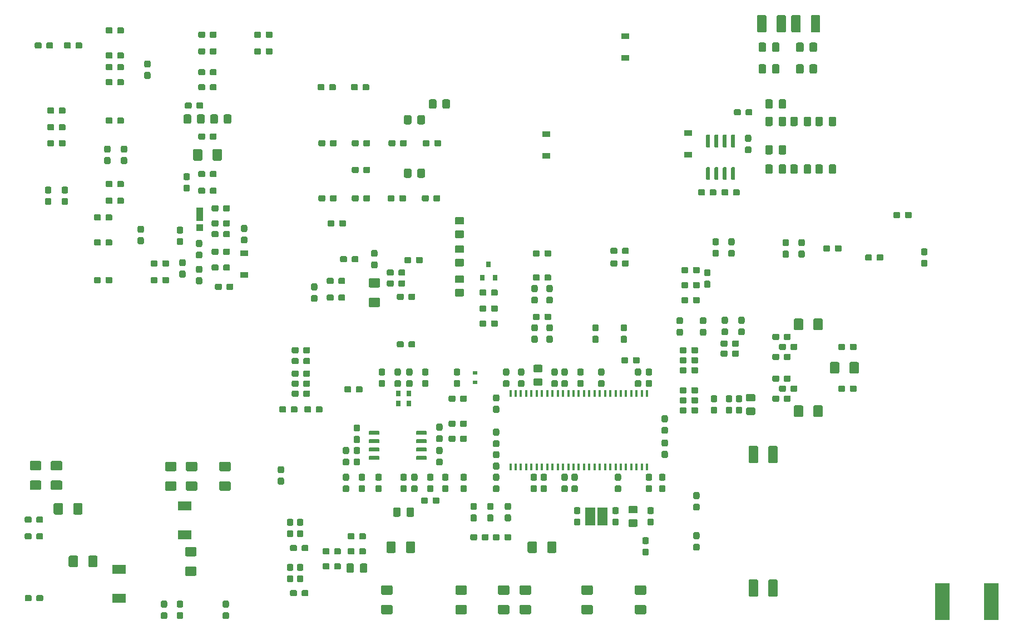
<source format=gbr>
G04 #@! TF.GenerationSoftware,KiCad,Pcbnew,5.1.5*
G04 #@! TF.CreationDate,2020-03-06T22:55:28+01:00*
G04 #@! TF.ProjectId,ETH1CDMM1,45544831-4344-44d4-9d31-2e6b69636164,rev?*
G04 #@! TF.SameCoordinates,Original*
G04 #@! TF.FileFunction,Paste,Bot*
G04 #@! TF.FilePolarity,Positive*
%FSLAX46Y46*%
G04 Gerber Fmt 4.6, Leading zero omitted, Abs format (unit mm)*
G04 Created by KiCad (PCBNEW 5.1.5) date 2020-03-06 22:55:28*
%MOMM*%
%LPD*%
G04 APERTURE LIST*
%ADD10C,0.100000*%
%ADD11R,0.650000X0.850000*%
%ADD12R,0.450000X1.000000*%
%ADD13R,1.500000X2.700000*%
%ADD14R,0.800000X0.900000*%
%ADD15R,2.300000X5.600000*%
%ADD16R,1.200000X0.900000*%
%ADD17R,1.000000X2.000000*%
%ADD18R,1.000000X1.000000*%
%ADD19R,0.700000X0.600000*%
%ADD20R,2.100000X1.400000*%
G04 APERTURE END LIST*
D10*
G36*
X165650779Y-91855144D02*
G01*
X165673834Y-91858563D01*
X165696443Y-91864227D01*
X165718387Y-91872079D01*
X165739457Y-91882044D01*
X165759448Y-91894026D01*
X165778168Y-91907910D01*
X165795438Y-91923562D01*
X165811090Y-91940832D01*
X165824974Y-91959552D01*
X165836956Y-91979543D01*
X165846921Y-92000613D01*
X165854773Y-92022557D01*
X165860437Y-92045166D01*
X165863856Y-92068221D01*
X165865000Y-92091500D01*
X165865000Y-92566500D01*
X165863856Y-92589779D01*
X165860437Y-92612834D01*
X165854773Y-92635443D01*
X165846921Y-92657387D01*
X165836956Y-92678457D01*
X165824974Y-92698448D01*
X165811090Y-92717168D01*
X165795438Y-92734438D01*
X165778168Y-92750090D01*
X165759448Y-92763974D01*
X165739457Y-92775956D01*
X165718387Y-92785921D01*
X165696443Y-92793773D01*
X165673834Y-92799437D01*
X165650779Y-92802856D01*
X165627500Y-92804000D01*
X165052500Y-92804000D01*
X165029221Y-92802856D01*
X165006166Y-92799437D01*
X164983557Y-92793773D01*
X164961613Y-92785921D01*
X164940543Y-92775956D01*
X164920552Y-92763974D01*
X164901832Y-92750090D01*
X164884562Y-92734438D01*
X164868910Y-92717168D01*
X164855026Y-92698448D01*
X164843044Y-92678457D01*
X164833079Y-92657387D01*
X164825227Y-92635443D01*
X164819563Y-92612834D01*
X164816144Y-92589779D01*
X164815000Y-92566500D01*
X164815000Y-92091500D01*
X164816144Y-92068221D01*
X164819563Y-92045166D01*
X164825227Y-92022557D01*
X164833079Y-92000613D01*
X164843044Y-91979543D01*
X164855026Y-91959552D01*
X164868910Y-91940832D01*
X164884562Y-91923562D01*
X164901832Y-91907910D01*
X164920552Y-91894026D01*
X164940543Y-91882044D01*
X164961613Y-91872079D01*
X164983557Y-91864227D01*
X165006166Y-91858563D01*
X165029221Y-91855144D01*
X165052500Y-91854000D01*
X165627500Y-91854000D01*
X165650779Y-91855144D01*
G37*
G36*
X163900779Y-91855144D02*
G01*
X163923834Y-91858563D01*
X163946443Y-91864227D01*
X163968387Y-91872079D01*
X163989457Y-91882044D01*
X164009448Y-91894026D01*
X164028168Y-91907910D01*
X164045438Y-91923562D01*
X164061090Y-91940832D01*
X164074974Y-91959552D01*
X164086956Y-91979543D01*
X164096921Y-92000613D01*
X164104773Y-92022557D01*
X164110437Y-92045166D01*
X164113856Y-92068221D01*
X164115000Y-92091500D01*
X164115000Y-92566500D01*
X164113856Y-92589779D01*
X164110437Y-92612834D01*
X164104773Y-92635443D01*
X164096921Y-92657387D01*
X164086956Y-92678457D01*
X164074974Y-92698448D01*
X164061090Y-92717168D01*
X164045438Y-92734438D01*
X164028168Y-92750090D01*
X164009448Y-92763974D01*
X163989457Y-92775956D01*
X163968387Y-92785921D01*
X163946443Y-92793773D01*
X163923834Y-92799437D01*
X163900779Y-92802856D01*
X163877500Y-92804000D01*
X163302500Y-92804000D01*
X163279221Y-92802856D01*
X163256166Y-92799437D01*
X163233557Y-92793773D01*
X163211613Y-92785921D01*
X163190543Y-92775956D01*
X163170552Y-92763974D01*
X163151832Y-92750090D01*
X163134562Y-92734438D01*
X163118910Y-92717168D01*
X163105026Y-92698448D01*
X163093044Y-92678457D01*
X163083079Y-92657387D01*
X163075227Y-92635443D01*
X163069563Y-92612834D01*
X163066144Y-92589779D01*
X163065000Y-92566500D01*
X163065000Y-92091500D01*
X163066144Y-92068221D01*
X163069563Y-92045166D01*
X163075227Y-92022557D01*
X163083079Y-92000613D01*
X163093044Y-91979543D01*
X163105026Y-91959552D01*
X163118910Y-91940832D01*
X163134562Y-91923562D01*
X163151832Y-91907910D01*
X163170552Y-91894026D01*
X163190543Y-91882044D01*
X163211613Y-91872079D01*
X163233557Y-91864227D01*
X163256166Y-91858563D01*
X163279221Y-91855144D01*
X163302500Y-91854000D01*
X163877500Y-91854000D01*
X163900779Y-91855144D01*
G37*
G36*
X165650779Y-89950144D02*
G01*
X165673834Y-89953563D01*
X165696443Y-89959227D01*
X165718387Y-89967079D01*
X165739457Y-89977044D01*
X165759448Y-89989026D01*
X165778168Y-90002910D01*
X165795438Y-90018562D01*
X165811090Y-90035832D01*
X165824974Y-90054552D01*
X165836956Y-90074543D01*
X165846921Y-90095613D01*
X165854773Y-90117557D01*
X165860437Y-90140166D01*
X165863856Y-90163221D01*
X165865000Y-90186500D01*
X165865000Y-90661500D01*
X165863856Y-90684779D01*
X165860437Y-90707834D01*
X165854773Y-90730443D01*
X165846921Y-90752387D01*
X165836956Y-90773457D01*
X165824974Y-90793448D01*
X165811090Y-90812168D01*
X165795438Y-90829438D01*
X165778168Y-90845090D01*
X165759448Y-90858974D01*
X165739457Y-90870956D01*
X165718387Y-90880921D01*
X165696443Y-90888773D01*
X165673834Y-90894437D01*
X165650779Y-90897856D01*
X165627500Y-90899000D01*
X165052500Y-90899000D01*
X165029221Y-90897856D01*
X165006166Y-90894437D01*
X164983557Y-90888773D01*
X164961613Y-90880921D01*
X164940543Y-90870956D01*
X164920552Y-90858974D01*
X164901832Y-90845090D01*
X164884562Y-90829438D01*
X164868910Y-90812168D01*
X164855026Y-90793448D01*
X164843044Y-90773457D01*
X164833079Y-90752387D01*
X164825227Y-90730443D01*
X164819563Y-90707834D01*
X164816144Y-90684779D01*
X164815000Y-90661500D01*
X164815000Y-90186500D01*
X164816144Y-90163221D01*
X164819563Y-90140166D01*
X164825227Y-90117557D01*
X164833079Y-90095613D01*
X164843044Y-90074543D01*
X164855026Y-90054552D01*
X164868910Y-90035832D01*
X164884562Y-90018562D01*
X164901832Y-90002910D01*
X164920552Y-89989026D01*
X164940543Y-89977044D01*
X164961613Y-89967079D01*
X164983557Y-89959227D01*
X165006166Y-89953563D01*
X165029221Y-89950144D01*
X165052500Y-89949000D01*
X165627500Y-89949000D01*
X165650779Y-89950144D01*
G37*
G36*
X163900779Y-89950144D02*
G01*
X163923834Y-89953563D01*
X163946443Y-89959227D01*
X163968387Y-89967079D01*
X163989457Y-89977044D01*
X164009448Y-89989026D01*
X164028168Y-90002910D01*
X164045438Y-90018562D01*
X164061090Y-90035832D01*
X164074974Y-90054552D01*
X164086956Y-90074543D01*
X164096921Y-90095613D01*
X164104773Y-90117557D01*
X164110437Y-90140166D01*
X164113856Y-90163221D01*
X164115000Y-90186500D01*
X164115000Y-90661500D01*
X164113856Y-90684779D01*
X164110437Y-90707834D01*
X164104773Y-90730443D01*
X164096921Y-90752387D01*
X164086956Y-90773457D01*
X164074974Y-90793448D01*
X164061090Y-90812168D01*
X164045438Y-90829438D01*
X164028168Y-90845090D01*
X164009448Y-90858974D01*
X163989457Y-90870956D01*
X163968387Y-90880921D01*
X163946443Y-90888773D01*
X163923834Y-90894437D01*
X163900779Y-90897856D01*
X163877500Y-90899000D01*
X163302500Y-90899000D01*
X163279221Y-90897856D01*
X163256166Y-90894437D01*
X163233557Y-90888773D01*
X163211613Y-90880921D01*
X163190543Y-90870956D01*
X163170552Y-90858974D01*
X163151832Y-90845090D01*
X163134562Y-90829438D01*
X163118910Y-90812168D01*
X163105026Y-90793448D01*
X163093044Y-90773457D01*
X163083079Y-90752387D01*
X163075227Y-90730443D01*
X163069563Y-90707834D01*
X163066144Y-90684779D01*
X163065000Y-90661500D01*
X163065000Y-90186500D01*
X163066144Y-90163221D01*
X163069563Y-90140166D01*
X163075227Y-90117557D01*
X163083079Y-90095613D01*
X163093044Y-90074543D01*
X163105026Y-90054552D01*
X163118910Y-90035832D01*
X163134562Y-90018562D01*
X163151832Y-90002910D01*
X163170552Y-89989026D01*
X163190543Y-89977044D01*
X163211613Y-89967079D01*
X163233557Y-89959227D01*
X163256166Y-89953563D01*
X163279221Y-89950144D01*
X163302500Y-89949000D01*
X163877500Y-89949000D01*
X163900779Y-89950144D01*
G37*
G36*
X152493505Y-109798204D02*
G01*
X152517773Y-109801804D01*
X152541572Y-109807765D01*
X152564671Y-109816030D01*
X152586850Y-109826520D01*
X152607893Y-109839132D01*
X152627599Y-109853747D01*
X152645777Y-109870223D01*
X152662253Y-109888401D01*
X152676868Y-109908107D01*
X152689480Y-109929150D01*
X152699970Y-109951329D01*
X152708235Y-109974428D01*
X152714196Y-109998227D01*
X152717796Y-110022495D01*
X152719000Y-110046999D01*
X152719000Y-110697001D01*
X152717796Y-110721505D01*
X152714196Y-110745773D01*
X152708235Y-110769572D01*
X152699970Y-110792671D01*
X152689480Y-110814850D01*
X152676868Y-110835893D01*
X152662253Y-110855599D01*
X152645777Y-110873777D01*
X152627599Y-110890253D01*
X152607893Y-110904868D01*
X152586850Y-110917480D01*
X152564671Y-110927970D01*
X152541572Y-110936235D01*
X152517773Y-110942196D01*
X152493505Y-110945796D01*
X152469001Y-110947000D01*
X151568999Y-110947000D01*
X151544495Y-110945796D01*
X151520227Y-110942196D01*
X151496428Y-110936235D01*
X151473329Y-110927970D01*
X151451150Y-110917480D01*
X151430107Y-110904868D01*
X151410401Y-110890253D01*
X151392223Y-110873777D01*
X151375747Y-110855599D01*
X151361132Y-110835893D01*
X151348520Y-110814850D01*
X151338030Y-110792671D01*
X151329765Y-110769572D01*
X151323804Y-110745773D01*
X151320204Y-110721505D01*
X151319000Y-110697001D01*
X151319000Y-110046999D01*
X151320204Y-110022495D01*
X151323804Y-109998227D01*
X151329765Y-109974428D01*
X151338030Y-109951329D01*
X151348520Y-109929150D01*
X151361132Y-109908107D01*
X151375747Y-109888401D01*
X151392223Y-109870223D01*
X151410401Y-109853747D01*
X151430107Y-109839132D01*
X151451150Y-109826520D01*
X151473329Y-109816030D01*
X151496428Y-109807765D01*
X151520227Y-109801804D01*
X151544495Y-109798204D01*
X151568999Y-109797000D01*
X152469001Y-109797000D01*
X152493505Y-109798204D01*
G37*
G36*
X152493505Y-107748204D02*
G01*
X152517773Y-107751804D01*
X152541572Y-107757765D01*
X152564671Y-107766030D01*
X152586850Y-107776520D01*
X152607893Y-107789132D01*
X152627599Y-107803747D01*
X152645777Y-107820223D01*
X152662253Y-107838401D01*
X152676868Y-107858107D01*
X152689480Y-107879150D01*
X152699970Y-107901329D01*
X152708235Y-107924428D01*
X152714196Y-107948227D01*
X152717796Y-107972495D01*
X152719000Y-107996999D01*
X152719000Y-108647001D01*
X152717796Y-108671505D01*
X152714196Y-108695773D01*
X152708235Y-108719572D01*
X152699970Y-108742671D01*
X152689480Y-108764850D01*
X152676868Y-108785893D01*
X152662253Y-108805599D01*
X152645777Y-108823777D01*
X152627599Y-108840253D01*
X152607893Y-108854868D01*
X152586850Y-108867480D01*
X152564671Y-108877970D01*
X152541572Y-108886235D01*
X152517773Y-108892196D01*
X152493505Y-108895796D01*
X152469001Y-108897000D01*
X151568999Y-108897000D01*
X151544495Y-108895796D01*
X151520227Y-108892196D01*
X151496428Y-108886235D01*
X151473329Y-108877970D01*
X151451150Y-108867480D01*
X151430107Y-108854868D01*
X151410401Y-108840253D01*
X151392223Y-108823777D01*
X151375747Y-108805599D01*
X151361132Y-108785893D01*
X151348520Y-108764850D01*
X151338030Y-108742671D01*
X151329765Y-108719572D01*
X151323804Y-108695773D01*
X151320204Y-108671505D01*
X151319000Y-108647001D01*
X151319000Y-107996999D01*
X151320204Y-107972495D01*
X151323804Y-107948227D01*
X151329765Y-107924428D01*
X151338030Y-107901329D01*
X151348520Y-107879150D01*
X151361132Y-107858107D01*
X151375747Y-107838401D01*
X151392223Y-107820223D01*
X151410401Y-107803747D01*
X151430107Y-107789132D01*
X151451150Y-107776520D01*
X151473329Y-107766030D01*
X151496428Y-107757765D01*
X151520227Y-107751804D01*
X151544495Y-107748204D01*
X151568999Y-107747000D01*
X152469001Y-107747000D01*
X152493505Y-107748204D01*
G37*
G36*
X87037779Y-88680144D02*
G01*
X87060834Y-88683563D01*
X87083443Y-88689227D01*
X87105387Y-88697079D01*
X87126457Y-88707044D01*
X87146448Y-88719026D01*
X87165168Y-88732910D01*
X87182438Y-88748562D01*
X87198090Y-88765832D01*
X87211974Y-88784552D01*
X87223956Y-88804543D01*
X87233921Y-88825613D01*
X87241773Y-88847557D01*
X87247437Y-88870166D01*
X87250856Y-88893221D01*
X87252000Y-88916500D01*
X87252000Y-89391500D01*
X87250856Y-89414779D01*
X87247437Y-89437834D01*
X87241773Y-89460443D01*
X87233921Y-89482387D01*
X87223956Y-89503457D01*
X87211974Y-89523448D01*
X87198090Y-89542168D01*
X87182438Y-89559438D01*
X87165168Y-89575090D01*
X87146448Y-89588974D01*
X87126457Y-89600956D01*
X87105387Y-89610921D01*
X87083443Y-89618773D01*
X87060834Y-89624437D01*
X87037779Y-89627856D01*
X87014500Y-89629000D01*
X86439500Y-89629000D01*
X86416221Y-89627856D01*
X86393166Y-89624437D01*
X86370557Y-89618773D01*
X86348613Y-89610921D01*
X86327543Y-89600956D01*
X86307552Y-89588974D01*
X86288832Y-89575090D01*
X86271562Y-89559438D01*
X86255910Y-89542168D01*
X86242026Y-89523448D01*
X86230044Y-89503457D01*
X86220079Y-89482387D01*
X86212227Y-89460443D01*
X86206563Y-89437834D01*
X86203144Y-89414779D01*
X86202000Y-89391500D01*
X86202000Y-88916500D01*
X86203144Y-88893221D01*
X86206563Y-88870166D01*
X86212227Y-88847557D01*
X86220079Y-88825613D01*
X86230044Y-88804543D01*
X86242026Y-88784552D01*
X86255910Y-88765832D01*
X86271562Y-88748562D01*
X86288832Y-88732910D01*
X86307552Y-88719026D01*
X86327543Y-88707044D01*
X86348613Y-88697079D01*
X86370557Y-88689227D01*
X86393166Y-88683563D01*
X86416221Y-88680144D01*
X86439500Y-88679000D01*
X87014500Y-88679000D01*
X87037779Y-88680144D01*
G37*
G36*
X85287779Y-88680144D02*
G01*
X85310834Y-88683563D01*
X85333443Y-88689227D01*
X85355387Y-88697079D01*
X85376457Y-88707044D01*
X85396448Y-88719026D01*
X85415168Y-88732910D01*
X85432438Y-88748562D01*
X85448090Y-88765832D01*
X85461974Y-88784552D01*
X85473956Y-88804543D01*
X85483921Y-88825613D01*
X85491773Y-88847557D01*
X85497437Y-88870166D01*
X85500856Y-88893221D01*
X85502000Y-88916500D01*
X85502000Y-89391500D01*
X85500856Y-89414779D01*
X85497437Y-89437834D01*
X85491773Y-89460443D01*
X85483921Y-89482387D01*
X85473956Y-89503457D01*
X85461974Y-89523448D01*
X85448090Y-89542168D01*
X85432438Y-89559438D01*
X85415168Y-89575090D01*
X85396448Y-89588974D01*
X85376457Y-89600956D01*
X85355387Y-89610921D01*
X85333443Y-89618773D01*
X85310834Y-89624437D01*
X85287779Y-89627856D01*
X85264500Y-89629000D01*
X84689500Y-89629000D01*
X84666221Y-89627856D01*
X84643166Y-89624437D01*
X84620557Y-89618773D01*
X84598613Y-89610921D01*
X84577543Y-89600956D01*
X84557552Y-89588974D01*
X84538832Y-89575090D01*
X84521562Y-89559438D01*
X84505910Y-89542168D01*
X84492026Y-89523448D01*
X84480044Y-89503457D01*
X84470079Y-89482387D01*
X84462227Y-89460443D01*
X84456563Y-89437834D01*
X84453144Y-89414779D01*
X84452000Y-89391500D01*
X84452000Y-88916500D01*
X84453144Y-88893221D01*
X84456563Y-88870166D01*
X84462227Y-88847557D01*
X84470079Y-88825613D01*
X84480044Y-88804543D01*
X84492026Y-88784552D01*
X84505910Y-88765832D01*
X84521562Y-88748562D01*
X84538832Y-88732910D01*
X84557552Y-88719026D01*
X84577543Y-88707044D01*
X84598613Y-88697079D01*
X84620557Y-88689227D01*
X84643166Y-88683563D01*
X84666221Y-88680144D01*
X84689500Y-88679000D01*
X85264500Y-88679000D01*
X85287779Y-88680144D01*
G37*
G36*
X134597505Y-69786204D02*
G01*
X134621773Y-69789804D01*
X134645572Y-69795765D01*
X134668671Y-69804030D01*
X134690850Y-69814520D01*
X134711893Y-69827132D01*
X134731599Y-69841747D01*
X134749777Y-69858223D01*
X134766253Y-69876401D01*
X134780868Y-69896107D01*
X134793480Y-69917150D01*
X134803970Y-69939329D01*
X134812235Y-69962428D01*
X134818196Y-69986227D01*
X134821796Y-70010495D01*
X134823000Y-70034999D01*
X134823000Y-70935001D01*
X134821796Y-70959505D01*
X134818196Y-70983773D01*
X134812235Y-71007572D01*
X134803970Y-71030671D01*
X134793480Y-71052850D01*
X134780868Y-71073893D01*
X134766253Y-71093599D01*
X134749777Y-71111777D01*
X134731599Y-71128253D01*
X134711893Y-71142868D01*
X134690850Y-71155480D01*
X134668671Y-71165970D01*
X134645572Y-71174235D01*
X134621773Y-71180196D01*
X134597505Y-71183796D01*
X134573001Y-71185000D01*
X133922999Y-71185000D01*
X133898495Y-71183796D01*
X133874227Y-71180196D01*
X133850428Y-71174235D01*
X133827329Y-71165970D01*
X133805150Y-71155480D01*
X133784107Y-71142868D01*
X133764401Y-71128253D01*
X133746223Y-71111777D01*
X133729747Y-71093599D01*
X133715132Y-71073893D01*
X133702520Y-71052850D01*
X133692030Y-71030671D01*
X133683765Y-71007572D01*
X133677804Y-70983773D01*
X133674204Y-70959505D01*
X133673000Y-70935001D01*
X133673000Y-70034999D01*
X133674204Y-70010495D01*
X133677804Y-69986227D01*
X133683765Y-69962428D01*
X133692030Y-69939329D01*
X133702520Y-69917150D01*
X133715132Y-69896107D01*
X133729747Y-69876401D01*
X133746223Y-69858223D01*
X133764401Y-69841747D01*
X133784107Y-69827132D01*
X133805150Y-69814520D01*
X133827329Y-69804030D01*
X133850428Y-69795765D01*
X133874227Y-69789804D01*
X133898495Y-69786204D01*
X133922999Y-69785000D01*
X134573001Y-69785000D01*
X134597505Y-69786204D01*
G37*
G36*
X132547505Y-69786204D02*
G01*
X132571773Y-69789804D01*
X132595572Y-69795765D01*
X132618671Y-69804030D01*
X132640850Y-69814520D01*
X132661893Y-69827132D01*
X132681599Y-69841747D01*
X132699777Y-69858223D01*
X132716253Y-69876401D01*
X132730868Y-69896107D01*
X132743480Y-69917150D01*
X132753970Y-69939329D01*
X132762235Y-69962428D01*
X132768196Y-69986227D01*
X132771796Y-70010495D01*
X132773000Y-70034999D01*
X132773000Y-70935001D01*
X132771796Y-70959505D01*
X132768196Y-70983773D01*
X132762235Y-71007572D01*
X132753970Y-71030671D01*
X132743480Y-71052850D01*
X132730868Y-71073893D01*
X132716253Y-71093599D01*
X132699777Y-71111777D01*
X132681599Y-71128253D01*
X132661893Y-71142868D01*
X132640850Y-71155480D01*
X132618671Y-71165970D01*
X132595572Y-71174235D01*
X132571773Y-71180196D01*
X132547505Y-71183796D01*
X132523001Y-71185000D01*
X131872999Y-71185000D01*
X131848495Y-71183796D01*
X131824227Y-71180196D01*
X131800428Y-71174235D01*
X131777329Y-71165970D01*
X131755150Y-71155480D01*
X131734107Y-71142868D01*
X131714401Y-71128253D01*
X131696223Y-71111777D01*
X131679747Y-71093599D01*
X131665132Y-71073893D01*
X131652520Y-71052850D01*
X131642030Y-71030671D01*
X131633765Y-71007572D01*
X131627804Y-70983773D01*
X131624204Y-70959505D01*
X131623000Y-70935001D01*
X131623000Y-70034999D01*
X131624204Y-70010495D01*
X131627804Y-69986227D01*
X131633765Y-69962428D01*
X131642030Y-69939329D01*
X131652520Y-69917150D01*
X131665132Y-69896107D01*
X131679747Y-69876401D01*
X131696223Y-69858223D01*
X131714401Y-69841747D01*
X131734107Y-69827132D01*
X131755150Y-69814520D01*
X131777329Y-69804030D01*
X131800428Y-69795765D01*
X131824227Y-69789804D01*
X131848495Y-69786204D01*
X131872999Y-69785000D01*
X132523001Y-69785000D01*
X132547505Y-69786204D01*
G37*
G36*
X102912779Y-80806144D02*
G01*
X102935834Y-80809563D01*
X102958443Y-80815227D01*
X102980387Y-80823079D01*
X103001457Y-80833044D01*
X103021448Y-80845026D01*
X103040168Y-80858910D01*
X103057438Y-80874562D01*
X103073090Y-80891832D01*
X103086974Y-80910552D01*
X103098956Y-80930543D01*
X103108921Y-80951613D01*
X103116773Y-80973557D01*
X103122437Y-80996166D01*
X103125856Y-81019221D01*
X103127000Y-81042500D01*
X103127000Y-81517500D01*
X103125856Y-81540779D01*
X103122437Y-81563834D01*
X103116773Y-81586443D01*
X103108921Y-81608387D01*
X103098956Y-81629457D01*
X103086974Y-81649448D01*
X103073090Y-81668168D01*
X103057438Y-81685438D01*
X103040168Y-81701090D01*
X103021448Y-81714974D01*
X103001457Y-81726956D01*
X102980387Y-81736921D01*
X102958443Y-81744773D01*
X102935834Y-81750437D01*
X102912779Y-81753856D01*
X102889500Y-81755000D01*
X102314500Y-81755000D01*
X102291221Y-81753856D01*
X102268166Y-81750437D01*
X102245557Y-81744773D01*
X102223613Y-81736921D01*
X102202543Y-81726956D01*
X102182552Y-81714974D01*
X102163832Y-81701090D01*
X102146562Y-81685438D01*
X102130910Y-81668168D01*
X102117026Y-81649448D01*
X102105044Y-81629457D01*
X102095079Y-81608387D01*
X102087227Y-81586443D01*
X102081563Y-81563834D01*
X102078144Y-81540779D01*
X102077000Y-81517500D01*
X102077000Y-81042500D01*
X102078144Y-81019221D01*
X102081563Y-80996166D01*
X102087227Y-80973557D01*
X102095079Y-80951613D01*
X102105044Y-80930543D01*
X102117026Y-80910552D01*
X102130910Y-80891832D01*
X102146562Y-80874562D01*
X102163832Y-80858910D01*
X102182552Y-80845026D01*
X102202543Y-80833044D01*
X102223613Y-80823079D01*
X102245557Y-80815227D01*
X102268166Y-80809563D01*
X102291221Y-80806144D01*
X102314500Y-80805000D01*
X102889500Y-80805000D01*
X102912779Y-80806144D01*
G37*
G36*
X101162779Y-80806144D02*
G01*
X101185834Y-80809563D01*
X101208443Y-80815227D01*
X101230387Y-80823079D01*
X101251457Y-80833044D01*
X101271448Y-80845026D01*
X101290168Y-80858910D01*
X101307438Y-80874562D01*
X101323090Y-80891832D01*
X101336974Y-80910552D01*
X101348956Y-80930543D01*
X101358921Y-80951613D01*
X101366773Y-80973557D01*
X101372437Y-80996166D01*
X101375856Y-81019221D01*
X101377000Y-81042500D01*
X101377000Y-81517500D01*
X101375856Y-81540779D01*
X101372437Y-81563834D01*
X101366773Y-81586443D01*
X101358921Y-81608387D01*
X101348956Y-81629457D01*
X101336974Y-81649448D01*
X101323090Y-81668168D01*
X101307438Y-81685438D01*
X101290168Y-81701090D01*
X101271448Y-81714974D01*
X101251457Y-81726956D01*
X101230387Y-81736921D01*
X101208443Y-81744773D01*
X101185834Y-81750437D01*
X101162779Y-81753856D01*
X101139500Y-81755000D01*
X100564500Y-81755000D01*
X100541221Y-81753856D01*
X100518166Y-81750437D01*
X100495557Y-81744773D01*
X100473613Y-81736921D01*
X100452543Y-81726956D01*
X100432552Y-81714974D01*
X100413832Y-81701090D01*
X100396562Y-81685438D01*
X100380910Y-81668168D01*
X100367026Y-81649448D01*
X100355044Y-81629457D01*
X100345079Y-81608387D01*
X100337227Y-81586443D01*
X100331563Y-81563834D01*
X100328144Y-81540779D01*
X100327000Y-81517500D01*
X100327000Y-81042500D01*
X100328144Y-81019221D01*
X100331563Y-80996166D01*
X100337227Y-80973557D01*
X100345079Y-80951613D01*
X100355044Y-80930543D01*
X100367026Y-80910552D01*
X100380910Y-80891832D01*
X100396562Y-80874562D01*
X100413832Y-80858910D01*
X100432552Y-80845026D01*
X100452543Y-80833044D01*
X100473613Y-80823079D01*
X100495557Y-80815227D01*
X100518166Y-80809563D01*
X100541221Y-80806144D01*
X100564500Y-80805000D01*
X101139500Y-80805000D01*
X101162779Y-80806144D01*
G37*
G36*
X93923779Y-91855144D02*
G01*
X93946834Y-91858563D01*
X93969443Y-91864227D01*
X93991387Y-91872079D01*
X94012457Y-91882044D01*
X94032448Y-91894026D01*
X94051168Y-91907910D01*
X94068438Y-91923562D01*
X94084090Y-91940832D01*
X94097974Y-91959552D01*
X94109956Y-91979543D01*
X94119921Y-92000613D01*
X94127773Y-92022557D01*
X94133437Y-92045166D01*
X94136856Y-92068221D01*
X94138000Y-92091500D01*
X94138000Y-92566500D01*
X94136856Y-92589779D01*
X94133437Y-92612834D01*
X94127773Y-92635443D01*
X94119921Y-92657387D01*
X94109956Y-92678457D01*
X94097974Y-92698448D01*
X94084090Y-92717168D01*
X94068438Y-92734438D01*
X94051168Y-92750090D01*
X94032448Y-92763974D01*
X94012457Y-92775956D01*
X93991387Y-92785921D01*
X93969443Y-92793773D01*
X93946834Y-92799437D01*
X93923779Y-92802856D01*
X93900500Y-92804000D01*
X93325500Y-92804000D01*
X93302221Y-92802856D01*
X93279166Y-92799437D01*
X93256557Y-92793773D01*
X93234613Y-92785921D01*
X93213543Y-92775956D01*
X93193552Y-92763974D01*
X93174832Y-92750090D01*
X93157562Y-92734438D01*
X93141910Y-92717168D01*
X93128026Y-92698448D01*
X93116044Y-92678457D01*
X93106079Y-92657387D01*
X93098227Y-92635443D01*
X93092563Y-92612834D01*
X93089144Y-92589779D01*
X93088000Y-92566500D01*
X93088000Y-92091500D01*
X93089144Y-92068221D01*
X93092563Y-92045166D01*
X93098227Y-92022557D01*
X93106079Y-92000613D01*
X93116044Y-91979543D01*
X93128026Y-91959552D01*
X93141910Y-91940832D01*
X93157562Y-91923562D01*
X93174832Y-91907910D01*
X93193552Y-91894026D01*
X93213543Y-91882044D01*
X93234613Y-91872079D01*
X93256557Y-91864227D01*
X93279166Y-91858563D01*
X93302221Y-91855144D01*
X93325500Y-91854000D01*
X93900500Y-91854000D01*
X93923779Y-91855144D01*
G37*
G36*
X95673779Y-91855144D02*
G01*
X95696834Y-91858563D01*
X95719443Y-91864227D01*
X95741387Y-91872079D01*
X95762457Y-91882044D01*
X95782448Y-91894026D01*
X95801168Y-91907910D01*
X95818438Y-91923562D01*
X95834090Y-91940832D01*
X95847974Y-91959552D01*
X95859956Y-91979543D01*
X95869921Y-92000613D01*
X95877773Y-92022557D01*
X95883437Y-92045166D01*
X95886856Y-92068221D01*
X95888000Y-92091500D01*
X95888000Y-92566500D01*
X95886856Y-92589779D01*
X95883437Y-92612834D01*
X95877773Y-92635443D01*
X95869921Y-92657387D01*
X95859956Y-92678457D01*
X95847974Y-92698448D01*
X95834090Y-92717168D01*
X95818438Y-92734438D01*
X95801168Y-92750090D01*
X95782448Y-92763974D01*
X95762457Y-92775956D01*
X95741387Y-92785921D01*
X95719443Y-92793773D01*
X95696834Y-92799437D01*
X95673779Y-92802856D01*
X95650500Y-92804000D01*
X95075500Y-92804000D01*
X95052221Y-92802856D01*
X95029166Y-92799437D01*
X95006557Y-92793773D01*
X94984613Y-92785921D01*
X94963543Y-92775956D01*
X94943552Y-92763974D01*
X94924832Y-92750090D01*
X94907562Y-92734438D01*
X94891910Y-92717168D01*
X94878026Y-92698448D01*
X94866044Y-92678457D01*
X94856079Y-92657387D01*
X94848227Y-92635443D01*
X94842563Y-92612834D01*
X94839144Y-92589779D01*
X94838000Y-92566500D01*
X94838000Y-92091500D01*
X94839144Y-92068221D01*
X94842563Y-92045166D01*
X94848227Y-92022557D01*
X94856079Y-92000613D01*
X94866044Y-91979543D01*
X94878026Y-91959552D01*
X94891910Y-91940832D01*
X94907562Y-91923562D01*
X94924832Y-91907910D01*
X94943552Y-91894026D01*
X94963543Y-91882044D01*
X94984613Y-91872079D01*
X95006557Y-91864227D01*
X95029166Y-91858563D01*
X95052221Y-91855144D01*
X95075500Y-91854000D01*
X95650500Y-91854000D01*
X95673779Y-91855144D01*
G37*
G36*
X91827779Y-88362144D02*
G01*
X91850834Y-88365563D01*
X91873443Y-88371227D01*
X91895387Y-88379079D01*
X91916457Y-88389044D01*
X91936448Y-88401026D01*
X91955168Y-88414910D01*
X91972438Y-88430562D01*
X91988090Y-88447832D01*
X92001974Y-88466552D01*
X92013956Y-88486543D01*
X92023921Y-88507613D01*
X92031773Y-88529557D01*
X92037437Y-88552166D01*
X92040856Y-88575221D01*
X92042000Y-88598500D01*
X92042000Y-89173500D01*
X92040856Y-89196779D01*
X92037437Y-89219834D01*
X92031773Y-89242443D01*
X92023921Y-89264387D01*
X92013956Y-89285457D01*
X92001974Y-89305448D01*
X91988090Y-89324168D01*
X91972438Y-89341438D01*
X91955168Y-89357090D01*
X91936448Y-89370974D01*
X91916457Y-89382956D01*
X91895387Y-89392921D01*
X91873443Y-89400773D01*
X91850834Y-89406437D01*
X91827779Y-89409856D01*
X91804500Y-89411000D01*
X91329500Y-89411000D01*
X91306221Y-89409856D01*
X91283166Y-89406437D01*
X91260557Y-89400773D01*
X91238613Y-89392921D01*
X91217543Y-89382956D01*
X91197552Y-89370974D01*
X91178832Y-89357090D01*
X91161562Y-89341438D01*
X91145910Y-89324168D01*
X91132026Y-89305448D01*
X91120044Y-89285457D01*
X91110079Y-89264387D01*
X91102227Y-89242443D01*
X91096563Y-89219834D01*
X91093144Y-89196779D01*
X91092000Y-89173500D01*
X91092000Y-88598500D01*
X91093144Y-88575221D01*
X91096563Y-88552166D01*
X91102227Y-88529557D01*
X91110079Y-88507613D01*
X91120044Y-88486543D01*
X91132026Y-88466552D01*
X91145910Y-88447832D01*
X91161562Y-88430562D01*
X91178832Y-88414910D01*
X91197552Y-88401026D01*
X91217543Y-88389044D01*
X91238613Y-88379079D01*
X91260557Y-88371227D01*
X91283166Y-88365563D01*
X91306221Y-88362144D01*
X91329500Y-88361000D01*
X91804500Y-88361000D01*
X91827779Y-88362144D01*
G37*
G36*
X91827779Y-86612144D02*
G01*
X91850834Y-86615563D01*
X91873443Y-86621227D01*
X91895387Y-86629079D01*
X91916457Y-86639044D01*
X91936448Y-86651026D01*
X91955168Y-86664910D01*
X91972438Y-86680562D01*
X91988090Y-86697832D01*
X92001974Y-86716552D01*
X92013956Y-86736543D01*
X92023921Y-86757613D01*
X92031773Y-86779557D01*
X92037437Y-86802166D01*
X92040856Y-86825221D01*
X92042000Y-86848500D01*
X92042000Y-87423500D01*
X92040856Y-87446779D01*
X92037437Y-87469834D01*
X92031773Y-87492443D01*
X92023921Y-87514387D01*
X92013956Y-87535457D01*
X92001974Y-87555448D01*
X91988090Y-87574168D01*
X91972438Y-87591438D01*
X91955168Y-87607090D01*
X91936448Y-87620974D01*
X91916457Y-87632956D01*
X91895387Y-87642921D01*
X91873443Y-87650773D01*
X91850834Y-87656437D01*
X91827779Y-87659856D01*
X91804500Y-87661000D01*
X91329500Y-87661000D01*
X91306221Y-87659856D01*
X91283166Y-87656437D01*
X91260557Y-87650773D01*
X91238613Y-87642921D01*
X91217543Y-87632956D01*
X91197552Y-87620974D01*
X91178832Y-87607090D01*
X91161562Y-87591438D01*
X91145910Y-87574168D01*
X91132026Y-87555448D01*
X91120044Y-87535457D01*
X91110079Y-87514387D01*
X91102227Y-87492443D01*
X91096563Y-87469834D01*
X91093144Y-87446779D01*
X91092000Y-87423500D01*
X91092000Y-86848500D01*
X91093144Y-86825221D01*
X91096563Y-86802166D01*
X91102227Y-86779557D01*
X91110079Y-86757613D01*
X91120044Y-86736543D01*
X91132026Y-86716552D01*
X91145910Y-86697832D01*
X91161562Y-86680562D01*
X91178832Y-86664910D01*
X91197552Y-86651026D01*
X91217543Y-86639044D01*
X91238613Y-86629079D01*
X91260557Y-86621227D01*
X91283166Y-86615563D01*
X91306221Y-86612144D01*
X91329500Y-86611000D01*
X91804500Y-86611000D01*
X91827779Y-86612144D01*
G37*
G36*
X98177779Y-91692144D02*
G01*
X98200834Y-91695563D01*
X98223443Y-91701227D01*
X98245387Y-91709079D01*
X98266457Y-91719044D01*
X98286448Y-91731026D01*
X98305168Y-91744910D01*
X98322438Y-91760562D01*
X98338090Y-91777832D01*
X98351974Y-91796552D01*
X98363956Y-91816543D01*
X98373921Y-91837613D01*
X98381773Y-91859557D01*
X98387437Y-91882166D01*
X98390856Y-91905221D01*
X98392000Y-91928500D01*
X98392000Y-92503500D01*
X98390856Y-92526779D01*
X98387437Y-92549834D01*
X98381773Y-92572443D01*
X98373921Y-92594387D01*
X98363956Y-92615457D01*
X98351974Y-92635448D01*
X98338090Y-92654168D01*
X98322438Y-92671438D01*
X98305168Y-92687090D01*
X98286448Y-92700974D01*
X98266457Y-92712956D01*
X98245387Y-92722921D01*
X98223443Y-92730773D01*
X98200834Y-92736437D01*
X98177779Y-92739856D01*
X98154500Y-92741000D01*
X97679500Y-92741000D01*
X97656221Y-92739856D01*
X97633166Y-92736437D01*
X97610557Y-92730773D01*
X97588613Y-92722921D01*
X97567543Y-92712956D01*
X97547552Y-92700974D01*
X97528832Y-92687090D01*
X97511562Y-92671438D01*
X97495910Y-92654168D01*
X97482026Y-92635448D01*
X97470044Y-92615457D01*
X97460079Y-92594387D01*
X97452227Y-92572443D01*
X97446563Y-92549834D01*
X97443144Y-92526779D01*
X97442000Y-92503500D01*
X97442000Y-91928500D01*
X97443144Y-91905221D01*
X97446563Y-91882166D01*
X97452227Y-91859557D01*
X97460079Y-91837613D01*
X97470044Y-91816543D01*
X97482026Y-91796552D01*
X97495910Y-91777832D01*
X97511562Y-91760562D01*
X97528832Y-91744910D01*
X97547552Y-91731026D01*
X97567543Y-91719044D01*
X97588613Y-91709079D01*
X97610557Y-91701227D01*
X97633166Y-91695563D01*
X97656221Y-91692144D01*
X97679500Y-91691000D01*
X98154500Y-91691000D01*
X98177779Y-91692144D01*
G37*
G36*
X98177779Y-93442144D02*
G01*
X98200834Y-93445563D01*
X98223443Y-93451227D01*
X98245387Y-93459079D01*
X98266457Y-93469044D01*
X98286448Y-93481026D01*
X98305168Y-93494910D01*
X98322438Y-93510562D01*
X98338090Y-93527832D01*
X98351974Y-93546552D01*
X98363956Y-93566543D01*
X98373921Y-93587613D01*
X98381773Y-93609557D01*
X98387437Y-93632166D01*
X98390856Y-93655221D01*
X98392000Y-93678500D01*
X98392000Y-94253500D01*
X98390856Y-94276779D01*
X98387437Y-94299834D01*
X98381773Y-94322443D01*
X98373921Y-94344387D01*
X98363956Y-94365457D01*
X98351974Y-94385448D01*
X98338090Y-94404168D01*
X98322438Y-94421438D01*
X98305168Y-94437090D01*
X98286448Y-94450974D01*
X98266457Y-94462956D01*
X98245387Y-94472921D01*
X98223443Y-94480773D01*
X98200834Y-94486437D01*
X98177779Y-94489856D01*
X98154500Y-94491000D01*
X97679500Y-94491000D01*
X97656221Y-94489856D01*
X97633166Y-94486437D01*
X97610557Y-94480773D01*
X97588613Y-94472921D01*
X97567543Y-94462956D01*
X97547552Y-94450974D01*
X97528832Y-94437090D01*
X97511562Y-94421438D01*
X97495910Y-94404168D01*
X97482026Y-94385448D01*
X97470044Y-94365457D01*
X97460079Y-94344387D01*
X97452227Y-94322443D01*
X97446563Y-94299834D01*
X97443144Y-94276779D01*
X97442000Y-94253500D01*
X97442000Y-93678500D01*
X97443144Y-93655221D01*
X97446563Y-93632166D01*
X97452227Y-93609557D01*
X97460079Y-93587613D01*
X97470044Y-93566543D01*
X97482026Y-93546552D01*
X97495910Y-93527832D01*
X97511562Y-93510562D01*
X97528832Y-93494910D01*
X97547552Y-93481026D01*
X97567543Y-93469044D01*
X97588613Y-93459079D01*
X97610557Y-93451227D01*
X97633166Y-93445563D01*
X97656221Y-93442144D01*
X97679500Y-93441000D01*
X98154500Y-93441000D01*
X98177779Y-93442144D01*
G37*
G36*
X128530779Y-110079144D02*
G01*
X128553834Y-110082563D01*
X128576443Y-110088227D01*
X128598387Y-110096079D01*
X128619457Y-110106044D01*
X128639448Y-110118026D01*
X128658168Y-110131910D01*
X128675438Y-110147562D01*
X128691090Y-110164832D01*
X128704974Y-110183552D01*
X128716956Y-110203543D01*
X128726921Y-110224613D01*
X128734773Y-110246557D01*
X128740437Y-110269166D01*
X128743856Y-110292221D01*
X128745000Y-110315500D01*
X128745000Y-110890500D01*
X128743856Y-110913779D01*
X128740437Y-110936834D01*
X128734773Y-110959443D01*
X128726921Y-110981387D01*
X128716956Y-111002457D01*
X128704974Y-111022448D01*
X128691090Y-111041168D01*
X128675438Y-111058438D01*
X128658168Y-111074090D01*
X128639448Y-111087974D01*
X128619457Y-111099956D01*
X128598387Y-111109921D01*
X128576443Y-111117773D01*
X128553834Y-111123437D01*
X128530779Y-111126856D01*
X128507500Y-111128000D01*
X128032500Y-111128000D01*
X128009221Y-111126856D01*
X127986166Y-111123437D01*
X127963557Y-111117773D01*
X127941613Y-111109921D01*
X127920543Y-111099956D01*
X127900552Y-111087974D01*
X127881832Y-111074090D01*
X127864562Y-111058438D01*
X127848910Y-111041168D01*
X127835026Y-111022448D01*
X127823044Y-111002457D01*
X127813079Y-110981387D01*
X127805227Y-110959443D01*
X127799563Y-110936834D01*
X127796144Y-110913779D01*
X127795000Y-110890500D01*
X127795000Y-110315500D01*
X127796144Y-110292221D01*
X127799563Y-110269166D01*
X127805227Y-110246557D01*
X127813079Y-110224613D01*
X127823044Y-110203543D01*
X127835026Y-110183552D01*
X127848910Y-110164832D01*
X127864562Y-110147562D01*
X127881832Y-110131910D01*
X127900552Y-110118026D01*
X127920543Y-110106044D01*
X127941613Y-110096079D01*
X127963557Y-110088227D01*
X127986166Y-110082563D01*
X128009221Y-110079144D01*
X128032500Y-110078000D01*
X128507500Y-110078000D01*
X128530779Y-110079144D01*
G37*
G36*
X128530779Y-108329144D02*
G01*
X128553834Y-108332563D01*
X128576443Y-108338227D01*
X128598387Y-108346079D01*
X128619457Y-108356044D01*
X128639448Y-108368026D01*
X128658168Y-108381910D01*
X128675438Y-108397562D01*
X128691090Y-108414832D01*
X128704974Y-108433552D01*
X128716956Y-108453543D01*
X128726921Y-108474613D01*
X128734773Y-108496557D01*
X128740437Y-108519166D01*
X128743856Y-108542221D01*
X128745000Y-108565500D01*
X128745000Y-109140500D01*
X128743856Y-109163779D01*
X128740437Y-109186834D01*
X128734773Y-109209443D01*
X128726921Y-109231387D01*
X128716956Y-109252457D01*
X128704974Y-109272448D01*
X128691090Y-109291168D01*
X128675438Y-109308438D01*
X128658168Y-109324090D01*
X128639448Y-109337974D01*
X128619457Y-109349956D01*
X128598387Y-109359921D01*
X128576443Y-109367773D01*
X128553834Y-109373437D01*
X128530779Y-109376856D01*
X128507500Y-109378000D01*
X128032500Y-109378000D01*
X128009221Y-109376856D01*
X127986166Y-109373437D01*
X127963557Y-109367773D01*
X127941613Y-109359921D01*
X127920543Y-109349956D01*
X127900552Y-109337974D01*
X127881832Y-109324090D01*
X127864562Y-109308438D01*
X127848910Y-109291168D01*
X127835026Y-109272448D01*
X127823044Y-109252457D01*
X127813079Y-109231387D01*
X127805227Y-109209443D01*
X127799563Y-109186834D01*
X127796144Y-109163779D01*
X127795000Y-109140500D01*
X127795000Y-108565500D01*
X127796144Y-108542221D01*
X127799563Y-108519166D01*
X127805227Y-108496557D01*
X127813079Y-108474613D01*
X127823044Y-108453543D01*
X127835026Y-108433552D01*
X127848910Y-108414832D01*
X127864562Y-108397562D01*
X127881832Y-108381910D01*
X127900552Y-108368026D01*
X127920543Y-108356044D01*
X127941613Y-108346079D01*
X127963557Y-108338227D01*
X127986166Y-108332563D01*
X128009221Y-108329144D01*
X128032500Y-108328000D01*
X128507500Y-108328000D01*
X128530779Y-108329144D01*
G37*
G36*
X187538505Y-77279204D02*
G01*
X187562773Y-77282804D01*
X187586572Y-77288765D01*
X187609671Y-77297030D01*
X187631850Y-77307520D01*
X187652893Y-77320132D01*
X187672599Y-77334747D01*
X187690777Y-77351223D01*
X187707253Y-77369401D01*
X187721868Y-77389107D01*
X187734480Y-77410150D01*
X187744970Y-77432329D01*
X187753235Y-77455428D01*
X187759196Y-77479227D01*
X187762796Y-77503495D01*
X187764000Y-77527999D01*
X187764000Y-78428001D01*
X187762796Y-78452505D01*
X187759196Y-78476773D01*
X187753235Y-78500572D01*
X187744970Y-78523671D01*
X187734480Y-78545850D01*
X187721868Y-78566893D01*
X187707253Y-78586599D01*
X187690777Y-78604777D01*
X187672599Y-78621253D01*
X187652893Y-78635868D01*
X187631850Y-78648480D01*
X187609671Y-78658970D01*
X187586572Y-78667235D01*
X187562773Y-78673196D01*
X187538505Y-78676796D01*
X187514001Y-78678000D01*
X186863999Y-78678000D01*
X186839495Y-78676796D01*
X186815227Y-78673196D01*
X186791428Y-78667235D01*
X186768329Y-78658970D01*
X186746150Y-78648480D01*
X186725107Y-78635868D01*
X186705401Y-78621253D01*
X186687223Y-78604777D01*
X186670747Y-78586599D01*
X186656132Y-78566893D01*
X186643520Y-78545850D01*
X186633030Y-78523671D01*
X186624765Y-78500572D01*
X186618804Y-78476773D01*
X186615204Y-78452505D01*
X186614000Y-78428001D01*
X186614000Y-77527999D01*
X186615204Y-77503495D01*
X186618804Y-77479227D01*
X186624765Y-77455428D01*
X186633030Y-77432329D01*
X186643520Y-77410150D01*
X186656132Y-77389107D01*
X186670747Y-77369401D01*
X186687223Y-77351223D01*
X186705401Y-77334747D01*
X186725107Y-77320132D01*
X186746150Y-77307520D01*
X186768329Y-77297030D01*
X186791428Y-77288765D01*
X186815227Y-77282804D01*
X186839495Y-77279204D01*
X186863999Y-77278000D01*
X187514001Y-77278000D01*
X187538505Y-77279204D01*
G37*
G36*
X189588505Y-77279204D02*
G01*
X189612773Y-77282804D01*
X189636572Y-77288765D01*
X189659671Y-77297030D01*
X189681850Y-77307520D01*
X189702893Y-77320132D01*
X189722599Y-77334747D01*
X189740777Y-77351223D01*
X189757253Y-77369401D01*
X189771868Y-77389107D01*
X189784480Y-77410150D01*
X189794970Y-77432329D01*
X189803235Y-77455428D01*
X189809196Y-77479227D01*
X189812796Y-77503495D01*
X189814000Y-77527999D01*
X189814000Y-78428001D01*
X189812796Y-78452505D01*
X189809196Y-78476773D01*
X189803235Y-78500572D01*
X189794970Y-78523671D01*
X189784480Y-78545850D01*
X189771868Y-78566893D01*
X189757253Y-78586599D01*
X189740777Y-78604777D01*
X189722599Y-78621253D01*
X189702893Y-78635868D01*
X189681850Y-78648480D01*
X189659671Y-78658970D01*
X189636572Y-78667235D01*
X189612773Y-78673196D01*
X189588505Y-78676796D01*
X189564001Y-78678000D01*
X188913999Y-78678000D01*
X188889495Y-78676796D01*
X188865227Y-78673196D01*
X188841428Y-78667235D01*
X188818329Y-78658970D01*
X188796150Y-78648480D01*
X188775107Y-78635868D01*
X188755401Y-78621253D01*
X188737223Y-78604777D01*
X188720747Y-78586599D01*
X188706132Y-78566893D01*
X188693520Y-78545850D01*
X188683030Y-78523671D01*
X188674765Y-78500572D01*
X188668804Y-78476773D01*
X188665204Y-78452505D01*
X188664000Y-78428001D01*
X188664000Y-77527999D01*
X188665204Y-77503495D01*
X188668804Y-77479227D01*
X188674765Y-77455428D01*
X188683030Y-77432329D01*
X188693520Y-77410150D01*
X188706132Y-77389107D01*
X188720747Y-77369401D01*
X188737223Y-77351223D01*
X188755401Y-77334747D01*
X188775107Y-77320132D01*
X188796150Y-77307520D01*
X188818329Y-77297030D01*
X188841428Y-77288765D01*
X188865227Y-77282804D01*
X188889495Y-77279204D01*
X188913999Y-77278000D01*
X189564001Y-77278000D01*
X189588505Y-77279204D01*
G37*
G36*
X126280779Y-81949144D02*
G01*
X126303834Y-81952563D01*
X126326443Y-81958227D01*
X126348387Y-81966079D01*
X126369457Y-81976044D01*
X126389448Y-81988026D01*
X126408168Y-82001910D01*
X126425438Y-82017562D01*
X126441090Y-82034832D01*
X126454974Y-82053552D01*
X126466956Y-82073543D01*
X126476921Y-82094613D01*
X126484773Y-82116557D01*
X126490437Y-82139166D01*
X126493856Y-82162221D01*
X126495000Y-82185500D01*
X126495000Y-82660500D01*
X126493856Y-82683779D01*
X126490437Y-82706834D01*
X126484773Y-82729443D01*
X126476921Y-82751387D01*
X126466956Y-82772457D01*
X126454974Y-82792448D01*
X126441090Y-82811168D01*
X126425438Y-82828438D01*
X126408168Y-82844090D01*
X126389448Y-82857974D01*
X126369457Y-82869956D01*
X126348387Y-82879921D01*
X126326443Y-82887773D01*
X126303834Y-82893437D01*
X126280779Y-82896856D01*
X126257500Y-82898000D01*
X125682500Y-82898000D01*
X125659221Y-82896856D01*
X125636166Y-82893437D01*
X125613557Y-82887773D01*
X125591613Y-82879921D01*
X125570543Y-82869956D01*
X125550552Y-82857974D01*
X125531832Y-82844090D01*
X125514562Y-82828438D01*
X125498910Y-82811168D01*
X125485026Y-82792448D01*
X125473044Y-82772457D01*
X125463079Y-82751387D01*
X125455227Y-82729443D01*
X125449563Y-82706834D01*
X125446144Y-82683779D01*
X125445000Y-82660500D01*
X125445000Y-82185500D01*
X125446144Y-82162221D01*
X125449563Y-82139166D01*
X125455227Y-82116557D01*
X125463079Y-82094613D01*
X125473044Y-82073543D01*
X125485026Y-82053552D01*
X125498910Y-82034832D01*
X125514562Y-82017562D01*
X125531832Y-82001910D01*
X125550552Y-81988026D01*
X125570543Y-81976044D01*
X125591613Y-81966079D01*
X125613557Y-81958227D01*
X125636166Y-81952563D01*
X125659221Y-81949144D01*
X125682500Y-81948000D01*
X126257500Y-81948000D01*
X126280779Y-81949144D01*
G37*
G36*
X124530779Y-81949144D02*
G01*
X124553834Y-81952563D01*
X124576443Y-81958227D01*
X124598387Y-81966079D01*
X124619457Y-81976044D01*
X124639448Y-81988026D01*
X124658168Y-82001910D01*
X124675438Y-82017562D01*
X124691090Y-82034832D01*
X124704974Y-82053552D01*
X124716956Y-82073543D01*
X124726921Y-82094613D01*
X124734773Y-82116557D01*
X124740437Y-82139166D01*
X124743856Y-82162221D01*
X124745000Y-82185500D01*
X124745000Y-82660500D01*
X124743856Y-82683779D01*
X124740437Y-82706834D01*
X124734773Y-82729443D01*
X124726921Y-82751387D01*
X124716956Y-82772457D01*
X124704974Y-82792448D01*
X124691090Y-82811168D01*
X124675438Y-82828438D01*
X124658168Y-82844090D01*
X124639448Y-82857974D01*
X124619457Y-82869956D01*
X124598387Y-82879921D01*
X124576443Y-82887773D01*
X124553834Y-82893437D01*
X124530779Y-82896856D01*
X124507500Y-82898000D01*
X123932500Y-82898000D01*
X123909221Y-82896856D01*
X123886166Y-82893437D01*
X123863557Y-82887773D01*
X123841613Y-82879921D01*
X123820543Y-82869956D01*
X123800552Y-82857974D01*
X123781832Y-82844090D01*
X123764562Y-82828438D01*
X123748910Y-82811168D01*
X123735026Y-82792448D01*
X123723044Y-82772457D01*
X123713079Y-82751387D01*
X123705227Y-82729443D01*
X123699563Y-82706834D01*
X123696144Y-82683779D01*
X123695000Y-82660500D01*
X123695000Y-82185500D01*
X123696144Y-82162221D01*
X123699563Y-82139166D01*
X123705227Y-82116557D01*
X123713079Y-82094613D01*
X123723044Y-82073543D01*
X123735026Y-82053552D01*
X123748910Y-82034832D01*
X123764562Y-82017562D01*
X123781832Y-82001910D01*
X123800552Y-81988026D01*
X123820543Y-81976044D01*
X123841613Y-81966079D01*
X123863557Y-81958227D01*
X123886166Y-81952563D01*
X123909221Y-81949144D01*
X123932500Y-81948000D01*
X124507500Y-81948000D01*
X124530779Y-81949144D01*
G37*
G36*
X126280779Y-77631144D02*
G01*
X126303834Y-77634563D01*
X126326443Y-77640227D01*
X126348387Y-77648079D01*
X126369457Y-77658044D01*
X126389448Y-77670026D01*
X126408168Y-77683910D01*
X126425438Y-77699562D01*
X126441090Y-77716832D01*
X126454974Y-77735552D01*
X126466956Y-77755543D01*
X126476921Y-77776613D01*
X126484773Y-77798557D01*
X126490437Y-77821166D01*
X126493856Y-77844221D01*
X126495000Y-77867500D01*
X126495000Y-78342500D01*
X126493856Y-78365779D01*
X126490437Y-78388834D01*
X126484773Y-78411443D01*
X126476921Y-78433387D01*
X126466956Y-78454457D01*
X126454974Y-78474448D01*
X126441090Y-78493168D01*
X126425438Y-78510438D01*
X126408168Y-78526090D01*
X126389448Y-78539974D01*
X126369457Y-78551956D01*
X126348387Y-78561921D01*
X126326443Y-78569773D01*
X126303834Y-78575437D01*
X126280779Y-78578856D01*
X126257500Y-78580000D01*
X125682500Y-78580000D01*
X125659221Y-78578856D01*
X125636166Y-78575437D01*
X125613557Y-78569773D01*
X125591613Y-78561921D01*
X125570543Y-78551956D01*
X125550552Y-78539974D01*
X125531832Y-78526090D01*
X125514562Y-78510438D01*
X125498910Y-78493168D01*
X125485026Y-78474448D01*
X125473044Y-78454457D01*
X125463079Y-78433387D01*
X125455227Y-78411443D01*
X125449563Y-78388834D01*
X125446144Y-78365779D01*
X125445000Y-78342500D01*
X125445000Y-77867500D01*
X125446144Y-77844221D01*
X125449563Y-77821166D01*
X125455227Y-77798557D01*
X125463079Y-77776613D01*
X125473044Y-77755543D01*
X125485026Y-77735552D01*
X125498910Y-77716832D01*
X125514562Y-77699562D01*
X125531832Y-77683910D01*
X125550552Y-77670026D01*
X125570543Y-77658044D01*
X125591613Y-77648079D01*
X125613557Y-77640227D01*
X125636166Y-77634563D01*
X125659221Y-77631144D01*
X125682500Y-77630000D01*
X126257500Y-77630000D01*
X126280779Y-77631144D01*
G37*
G36*
X124530779Y-77631144D02*
G01*
X124553834Y-77634563D01*
X124576443Y-77640227D01*
X124598387Y-77648079D01*
X124619457Y-77658044D01*
X124639448Y-77670026D01*
X124658168Y-77683910D01*
X124675438Y-77699562D01*
X124691090Y-77716832D01*
X124704974Y-77735552D01*
X124716956Y-77755543D01*
X124726921Y-77776613D01*
X124734773Y-77798557D01*
X124740437Y-77821166D01*
X124743856Y-77844221D01*
X124745000Y-77867500D01*
X124745000Y-78342500D01*
X124743856Y-78365779D01*
X124740437Y-78388834D01*
X124734773Y-78411443D01*
X124726921Y-78433387D01*
X124716956Y-78454457D01*
X124704974Y-78474448D01*
X124691090Y-78493168D01*
X124675438Y-78510438D01*
X124658168Y-78526090D01*
X124639448Y-78539974D01*
X124619457Y-78551956D01*
X124598387Y-78561921D01*
X124576443Y-78569773D01*
X124553834Y-78575437D01*
X124530779Y-78578856D01*
X124507500Y-78580000D01*
X123932500Y-78580000D01*
X123909221Y-78578856D01*
X123886166Y-78575437D01*
X123863557Y-78569773D01*
X123841613Y-78561921D01*
X123820543Y-78551956D01*
X123800552Y-78539974D01*
X123781832Y-78526090D01*
X123764562Y-78510438D01*
X123748910Y-78493168D01*
X123735026Y-78474448D01*
X123723044Y-78454457D01*
X123713079Y-78433387D01*
X123705227Y-78411443D01*
X123699563Y-78388834D01*
X123696144Y-78365779D01*
X123695000Y-78342500D01*
X123695000Y-77867500D01*
X123696144Y-77844221D01*
X123699563Y-77821166D01*
X123705227Y-77798557D01*
X123713079Y-77776613D01*
X123723044Y-77755543D01*
X123735026Y-77735552D01*
X123748910Y-77716832D01*
X123764562Y-77699562D01*
X123781832Y-77683910D01*
X123800552Y-77670026D01*
X123820543Y-77658044D01*
X123841613Y-77648079D01*
X123863557Y-77640227D01*
X123886166Y-77634563D01*
X123909221Y-77631144D01*
X123932500Y-77630000D01*
X124507500Y-77630000D01*
X124530779Y-77631144D01*
G37*
G36*
X189588505Y-67373204D02*
G01*
X189612773Y-67376804D01*
X189636572Y-67382765D01*
X189659671Y-67391030D01*
X189681850Y-67401520D01*
X189702893Y-67414132D01*
X189722599Y-67428747D01*
X189740777Y-67445223D01*
X189757253Y-67463401D01*
X189771868Y-67483107D01*
X189784480Y-67504150D01*
X189794970Y-67526329D01*
X189803235Y-67549428D01*
X189809196Y-67573227D01*
X189812796Y-67597495D01*
X189814000Y-67621999D01*
X189814000Y-68522001D01*
X189812796Y-68546505D01*
X189809196Y-68570773D01*
X189803235Y-68594572D01*
X189794970Y-68617671D01*
X189784480Y-68639850D01*
X189771868Y-68660893D01*
X189757253Y-68680599D01*
X189740777Y-68698777D01*
X189722599Y-68715253D01*
X189702893Y-68729868D01*
X189681850Y-68742480D01*
X189659671Y-68752970D01*
X189636572Y-68761235D01*
X189612773Y-68767196D01*
X189588505Y-68770796D01*
X189564001Y-68772000D01*
X188913999Y-68772000D01*
X188889495Y-68770796D01*
X188865227Y-68767196D01*
X188841428Y-68761235D01*
X188818329Y-68752970D01*
X188796150Y-68742480D01*
X188775107Y-68729868D01*
X188755401Y-68715253D01*
X188737223Y-68698777D01*
X188720747Y-68680599D01*
X188706132Y-68660893D01*
X188693520Y-68639850D01*
X188683030Y-68617671D01*
X188674765Y-68594572D01*
X188668804Y-68570773D01*
X188665204Y-68546505D01*
X188664000Y-68522001D01*
X188664000Y-67621999D01*
X188665204Y-67597495D01*
X188668804Y-67573227D01*
X188674765Y-67549428D01*
X188683030Y-67526329D01*
X188693520Y-67504150D01*
X188706132Y-67483107D01*
X188720747Y-67463401D01*
X188737223Y-67445223D01*
X188755401Y-67428747D01*
X188775107Y-67414132D01*
X188796150Y-67401520D01*
X188818329Y-67391030D01*
X188841428Y-67382765D01*
X188865227Y-67376804D01*
X188889495Y-67373204D01*
X188913999Y-67372000D01*
X189564001Y-67372000D01*
X189588505Y-67373204D01*
G37*
G36*
X187538505Y-67373204D02*
G01*
X187562773Y-67376804D01*
X187586572Y-67382765D01*
X187609671Y-67391030D01*
X187631850Y-67401520D01*
X187652893Y-67414132D01*
X187672599Y-67428747D01*
X187690777Y-67445223D01*
X187707253Y-67463401D01*
X187721868Y-67483107D01*
X187734480Y-67504150D01*
X187744970Y-67526329D01*
X187753235Y-67549428D01*
X187759196Y-67573227D01*
X187762796Y-67597495D01*
X187764000Y-67621999D01*
X187764000Y-68522001D01*
X187762796Y-68546505D01*
X187759196Y-68570773D01*
X187753235Y-68594572D01*
X187744970Y-68617671D01*
X187734480Y-68639850D01*
X187721868Y-68660893D01*
X187707253Y-68680599D01*
X187690777Y-68698777D01*
X187672599Y-68715253D01*
X187652893Y-68729868D01*
X187631850Y-68742480D01*
X187609671Y-68752970D01*
X187586572Y-68761235D01*
X187562773Y-68767196D01*
X187538505Y-68770796D01*
X187514001Y-68772000D01*
X186863999Y-68772000D01*
X186839495Y-68770796D01*
X186815227Y-68767196D01*
X186791428Y-68761235D01*
X186768329Y-68752970D01*
X186746150Y-68742480D01*
X186725107Y-68729868D01*
X186705401Y-68715253D01*
X186687223Y-68698777D01*
X186670747Y-68680599D01*
X186656132Y-68660893D01*
X186643520Y-68639850D01*
X186633030Y-68617671D01*
X186624765Y-68594572D01*
X186618804Y-68570773D01*
X186615204Y-68546505D01*
X186614000Y-68522001D01*
X186614000Y-67621999D01*
X186615204Y-67597495D01*
X186618804Y-67573227D01*
X186624765Y-67549428D01*
X186633030Y-67526329D01*
X186643520Y-67504150D01*
X186656132Y-67483107D01*
X186670747Y-67463401D01*
X186687223Y-67445223D01*
X186705401Y-67428747D01*
X186725107Y-67414132D01*
X186746150Y-67401520D01*
X186768329Y-67391030D01*
X186791428Y-67382765D01*
X186815227Y-67376804D01*
X186839495Y-67373204D01*
X186863999Y-67372000D01*
X187514001Y-67372000D01*
X187538505Y-67373204D01*
G37*
G36*
X189588505Y-74358204D02*
G01*
X189612773Y-74361804D01*
X189636572Y-74367765D01*
X189659671Y-74376030D01*
X189681850Y-74386520D01*
X189702893Y-74399132D01*
X189722599Y-74413747D01*
X189740777Y-74430223D01*
X189757253Y-74448401D01*
X189771868Y-74468107D01*
X189784480Y-74489150D01*
X189794970Y-74511329D01*
X189803235Y-74534428D01*
X189809196Y-74558227D01*
X189812796Y-74582495D01*
X189814000Y-74606999D01*
X189814000Y-75507001D01*
X189812796Y-75531505D01*
X189809196Y-75555773D01*
X189803235Y-75579572D01*
X189794970Y-75602671D01*
X189784480Y-75624850D01*
X189771868Y-75645893D01*
X189757253Y-75665599D01*
X189740777Y-75683777D01*
X189722599Y-75700253D01*
X189702893Y-75714868D01*
X189681850Y-75727480D01*
X189659671Y-75737970D01*
X189636572Y-75746235D01*
X189612773Y-75752196D01*
X189588505Y-75755796D01*
X189564001Y-75757000D01*
X188913999Y-75757000D01*
X188889495Y-75755796D01*
X188865227Y-75752196D01*
X188841428Y-75746235D01*
X188818329Y-75737970D01*
X188796150Y-75727480D01*
X188775107Y-75714868D01*
X188755401Y-75700253D01*
X188737223Y-75683777D01*
X188720747Y-75665599D01*
X188706132Y-75645893D01*
X188693520Y-75624850D01*
X188683030Y-75602671D01*
X188674765Y-75579572D01*
X188668804Y-75555773D01*
X188665204Y-75531505D01*
X188664000Y-75507001D01*
X188664000Y-74606999D01*
X188665204Y-74582495D01*
X188668804Y-74558227D01*
X188674765Y-74534428D01*
X188683030Y-74511329D01*
X188693520Y-74489150D01*
X188706132Y-74468107D01*
X188720747Y-74448401D01*
X188737223Y-74430223D01*
X188755401Y-74413747D01*
X188775107Y-74399132D01*
X188796150Y-74386520D01*
X188818329Y-74376030D01*
X188841428Y-74367765D01*
X188865227Y-74361804D01*
X188889495Y-74358204D01*
X188913999Y-74357000D01*
X189564001Y-74357000D01*
X189588505Y-74358204D01*
G37*
G36*
X187538505Y-74358204D02*
G01*
X187562773Y-74361804D01*
X187586572Y-74367765D01*
X187609671Y-74376030D01*
X187631850Y-74386520D01*
X187652893Y-74399132D01*
X187672599Y-74413747D01*
X187690777Y-74430223D01*
X187707253Y-74448401D01*
X187721868Y-74468107D01*
X187734480Y-74489150D01*
X187744970Y-74511329D01*
X187753235Y-74534428D01*
X187759196Y-74558227D01*
X187762796Y-74582495D01*
X187764000Y-74606999D01*
X187764000Y-75507001D01*
X187762796Y-75531505D01*
X187759196Y-75555773D01*
X187753235Y-75579572D01*
X187744970Y-75602671D01*
X187734480Y-75624850D01*
X187721868Y-75645893D01*
X187707253Y-75665599D01*
X187690777Y-75683777D01*
X187672599Y-75700253D01*
X187652893Y-75714868D01*
X187631850Y-75727480D01*
X187609671Y-75737970D01*
X187586572Y-75746235D01*
X187562773Y-75752196D01*
X187538505Y-75755796D01*
X187514001Y-75757000D01*
X186863999Y-75757000D01*
X186839495Y-75755796D01*
X186815227Y-75752196D01*
X186791428Y-75746235D01*
X186768329Y-75737970D01*
X186746150Y-75727480D01*
X186725107Y-75714868D01*
X186705401Y-75700253D01*
X186687223Y-75683777D01*
X186670747Y-75665599D01*
X186656132Y-75645893D01*
X186643520Y-75624850D01*
X186633030Y-75602671D01*
X186624765Y-75579572D01*
X186618804Y-75555773D01*
X186615204Y-75531505D01*
X186614000Y-75507001D01*
X186614000Y-74606999D01*
X186615204Y-74582495D01*
X186618804Y-74558227D01*
X186624765Y-74534428D01*
X186633030Y-74511329D01*
X186643520Y-74489150D01*
X186656132Y-74468107D01*
X186670747Y-74448401D01*
X186687223Y-74430223D01*
X186705401Y-74413747D01*
X186725107Y-74399132D01*
X186746150Y-74386520D01*
X186768329Y-74376030D01*
X186791428Y-74367765D01*
X186815227Y-74361804D01*
X186839495Y-74358204D01*
X186863999Y-74357000D01*
X187514001Y-74357000D01*
X187538505Y-74358204D01*
G37*
G36*
X152089779Y-94014144D02*
G01*
X152112834Y-94017563D01*
X152135443Y-94023227D01*
X152157387Y-94031079D01*
X152178457Y-94041044D01*
X152198448Y-94053026D01*
X152217168Y-94066910D01*
X152234438Y-94082562D01*
X152250090Y-94099832D01*
X152263974Y-94118552D01*
X152275956Y-94138543D01*
X152285921Y-94159613D01*
X152293773Y-94181557D01*
X152299437Y-94204166D01*
X152302856Y-94227221D01*
X152304000Y-94250500D01*
X152304000Y-94725500D01*
X152302856Y-94748779D01*
X152299437Y-94771834D01*
X152293773Y-94794443D01*
X152285921Y-94816387D01*
X152275956Y-94837457D01*
X152263974Y-94857448D01*
X152250090Y-94876168D01*
X152234438Y-94893438D01*
X152217168Y-94909090D01*
X152198448Y-94922974D01*
X152178457Y-94934956D01*
X152157387Y-94944921D01*
X152135443Y-94952773D01*
X152112834Y-94958437D01*
X152089779Y-94961856D01*
X152066500Y-94963000D01*
X151491500Y-94963000D01*
X151468221Y-94961856D01*
X151445166Y-94958437D01*
X151422557Y-94952773D01*
X151400613Y-94944921D01*
X151379543Y-94934956D01*
X151359552Y-94922974D01*
X151340832Y-94909090D01*
X151323562Y-94893438D01*
X151307910Y-94876168D01*
X151294026Y-94857448D01*
X151282044Y-94837457D01*
X151272079Y-94816387D01*
X151264227Y-94794443D01*
X151258563Y-94771834D01*
X151255144Y-94748779D01*
X151254000Y-94725500D01*
X151254000Y-94250500D01*
X151255144Y-94227221D01*
X151258563Y-94204166D01*
X151264227Y-94181557D01*
X151272079Y-94159613D01*
X151282044Y-94138543D01*
X151294026Y-94118552D01*
X151307910Y-94099832D01*
X151323562Y-94082562D01*
X151340832Y-94066910D01*
X151359552Y-94053026D01*
X151379543Y-94041044D01*
X151400613Y-94031079D01*
X151422557Y-94023227D01*
X151445166Y-94017563D01*
X151468221Y-94014144D01*
X151491500Y-94013000D01*
X152066500Y-94013000D01*
X152089779Y-94014144D01*
G37*
G36*
X153839779Y-94014144D02*
G01*
X153862834Y-94017563D01*
X153885443Y-94023227D01*
X153907387Y-94031079D01*
X153928457Y-94041044D01*
X153948448Y-94053026D01*
X153967168Y-94066910D01*
X153984438Y-94082562D01*
X154000090Y-94099832D01*
X154013974Y-94118552D01*
X154025956Y-94138543D01*
X154035921Y-94159613D01*
X154043773Y-94181557D01*
X154049437Y-94204166D01*
X154052856Y-94227221D01*
X154054000Y-94250500D01*
X154054000Y-94725500D01*
X154052856Y-94748779D01*
X154049437Y-94771834D01*
X154043773Y-94794443D01*
X154035921Y-94816387D01*
X154025956Y-94837457D01*
X154013974Y-94857448D01*
X154000090Y-94876168D01*
X153984438Y-94893438D01*
X153967168Y-94909090D01*
X153948448Y-94922974D01*
X153928457Y-94934956D01*
X153907387Y-94944921D01*
X153885443Y-94952773D01*
X153862834Y-94958437D01*
X153839779Y-94961856D01*
X153816500Y-94963000D01*
X153241500Y-94963000D01*
X153218221Y-94961856D01*
X153195166Y-94958437D01*
X153172557Y-94952773D01*
X153150613Y-94944921D01*
X153129543Y-94934956D01*
X153109552Y-94922974D01*
X153090832Y-94909090D01*
X153073562Y-94893438D01*
X153057910Y-94876168D01*
X153044026Y-94857448D01*
X153032044Y-94837457D01*
X153022079Y-94816387D01*
X153014227Y-94794443D01*
X153008563Y-94771834D01*
X153005144Y-94748779D01*
X153004000Y-94725500D01*
X153004000Y-94250500D01*
X153005144Y-94227221D01*
X153008563Y-94204166D01*
X153014227Y-94181557D01*
X153022079Y-94159613D01*
X153032044Y-94138543D01*
X153044026Y-94118552D01*
X153057910Y-94099832D01*
X153073562Y-94082562D01*
X153090832Y-94066910D01*
X153109552Y-94053026D01*
X153129543Y-94041044D01*
X153150613Y-94031079D01*
X153172557Y-94023227D01*
X153195166Y-94017563D01*
X153218221Y-94014144D01*
X153241500Y-94013000D01*
X153816500Y-94013000D01*
X153839779Y-94014144D01*
G37*
G36*
X152089779Y-99983144D02*
G01*
X152112834Y-99986563D01*
X152135443Y-99992227D01*
X152157387Y-100000079D01*
X152178457Y-100010044D01*
X152198448Y-100022026D01*
X152217168Y-100035910D01*
X152234438Y-100051562D01*
X152250090Y-100068832D01*
X152263974Y-100087552D01*
X152275956Y-100107543D01*
X152285921Y-100128613D01*
X152293773Y-100150557D01*
X152299437Y-100173166D01*
X152302856Y-100196221D01*
X152304000Y-100219500D01*
X152304000Y-100694500D01*
X152302856Y-100717779D01*
X152299437Y-100740834D01*
X152293773Y-100763443D01*
X152285921Y-100785387D01*
X152275956Y-100806457D01*
X152263974Y-100826448D01*
X152250090Y-100845168D01*
X152234438Y-100862438D01*
X152217168Y-100878090D01*
X152198448Y-100891974D01*
X152178457Y-100903956D01*
X152157387Y-100913921D01*
X152135443Y-100921773D01*
X152112834Y-100927437D01*
X152089779Y-100930856D01*
X152066500Y-100932000D01*
X151491500Y-100932000D01*
X151468221Y-100930856D01*
X151445166Y-100927437D01*
X151422557Y-100921773D01*
X151400613Y-100913921D01*
X151379543Y-100903956D01*
X151359552Y-100891974D01*
X151340832Y-100878090D01*
X151323562Y-100862438D01*
X151307910Y-100845168D01*
X151294026Y-100826448D01*
X151282044Y-100806457D01*
X151272079Y-100785387D01*
X151264227Y-100763443D01*
X151258563Y-100740834D01*
X151255144Y-100717779D01*
X151254000Y-100694500D01*
X151254000Y-100219500D01*
X151255144Y-100196221D01*
X151258563Y-100173166D01*
X151264227Y-100150557D01*
X151272079Y-100128613D01*
X151282044Y-100107543D01*
X151294026Y-100087552D01*
X151307910Y-100068832D01*
X151323562Y-100051562D01*
X151340832Y-100035910D01*
X151359552Y-100022026D01*
X151379543Y-100010044D01*
X151400613Y-100000079D01*
X151422557Y-99992227D01*
X151445166Y-99986563D01*
X151468221Y-99983144D01*
X151491500Y-99982000D01*
X152066500Y-99982000D01*
X152089779Y-99983144D01*
G37*
G36*
X153839779Y-99983144D02*
G01*
X153862834Y-99986563D01*
X153885443Y-99992227D01*
X153907387Y-100000079D01*
X153928457Y-100010044D01*
X153948448Y-100022026D01*
X153967168Y-100035910D01*
X153984438Y-100051562D01*
X154000090Y-100068832D01*
X154013974Y-100087552D01*
X154025956Y-100107543D01*
X154035921Y-100128613D01*
X154043773Y-100150557D01*
X154049437Y-100173166D01*
X154052856Y-100196221D01*
X154054000Y-100219500D01*
X154054000Y-100694500D01*
X154052856Y-100717779D01*
X154049437Y-100740834D01*
X154043773Y-100763443D01*
X154035921Y-100785387D01*
X154025956Y-100806457D01*
X154013974Y-100826448D01*
X154000090Y-100845168D01*
X153984438Y-100862438D01*
X153967168Y-100878090D01*
X153948448Y-100891974D01*
X153928457Y-100903956D01*
X153907387Y-100913921D01*
X153885443Y-100921773D01*
X153862834Y-100927437D01*
X153839779Y-100930856D01*
X153816500Y-100932000D01*
X153241500Y-100932000D01*
X153218221Y-100930856D01*
X153195166Y-100927437D01*
X153172557Y-100921773D01*
X153150613Y-100913921D01*
X153129543Y-100903956D01*
X153109552Y-100891974D01*
X153090832Y-100878090D01*
X153073562Y-100862438D01*
X153057910Y-100845168D01*
X153044026Y-100826448D01*
X153032044Y-100806457D01*
X153022079Y-100785387D01*
X153014227Y-100763443D01*
X153008563Y-100740834D01*
X153005144Y-100717779D01*
X153004000Y-100694500D01*
X153004000Y-100219500D01*
X153005144Y-100196221D01*
X153008563Y-100173166D01*
X153014227Y-100150557D01*
X153022079Y-100128613D01*
X153032044Y-100107543D01*
X153044026Y-100087552D01*
X153057910Y-100068832D01*
X153073562Y-100051562D01*
X153090832Y-100035910D01*
X153109552Y-100022026D01*
X153129543Y-100010044D01*
X153150613Y-100000079D01*
X153172557Y-99992227D01*
X153195166Y-99986563D01*
X153218221Y-99983144D01*
X153241500Y-99982000D01*
X153816500Y-99982000D01*
X153839779Y-99983144D01*
G37*
G36*
X151771779Y-95629144D02*
G01*
X151794834Y-95632563D01*
X151817443Y-95638227D01*
X151839387Y-95646079D01*
X151860457Y-95656044D01*
X151880448Y-95668026D01*
X151899168Y-95681910D01*
X151916438Y-95697562D01*
X151932090Y-95714832D01*
X151945974Y-95733552D01*
X151957956Y-95753543D01*
X151967921Y-95774613D01*
X151975773Y-95796557D01*
X151981437Y-95819166D01*
X151984856Y-95842221D01*
X151986000Y-95865500D01*
X151986000Y-96440500D01*
X151984856Y-96463779D01*
X151981437Y-96486834D01*
X151975773Y-96509443D01*
X151967921Y-96531387D01*
X151957956Y-96552457D01*
X151945974Y-96572448D01*
X151932090Y-96591168D01*
X151916438Y-96608438D01*
X151899168Y-96624090D01*
X151880448Y-96637974D01*
X151860457Y-96649956D01*
X151839387Y-96659921D01*
X151817443Y-96667773D01*
X151794834Y-96673437D01*
X151771779Y-96676856D01*
X151748500Y-96678000D01*
X151273500Y-96678000D01*
X151250221Y-96676856D01*
X151227166Y-96673437D01*
X151204557Y-96667773D01*
X151182613Y-96659921D01*
X151161543Y-96649956D01*
X151141552Y-96637974D01*
X151122832Y-96624090D01*
X151105562Y-96608438D01*
X151089910Y-96591168D01*
X151076026Y-96572448D01*
X151064044Y-96552457D01*
X151054079Y-96531387D01*
X151046227Y-96509443D01*
X151040563Y-96486834D01*
X151037144Y-96463779D01*
X151036000Y-96440500D01*
X151036000Y-95865500D01*
X151037144Y-95842221D01*
X151040563Y-95819166D01*
X151046227Y-95796557D01*
X151054079Y-95774613D01*
X151064044Y-95753543D01*
X151076026Y-95733552D01*
X151089910Y-95714832D01*
X151105562Y-95697562D01*
X151122832Y-95681910D01*
X151141552Y-95668026D01*
X151161543Y-95656044D01*
X151182613Y-95646079D01*
X151204557Y-95638227D01*
X151227166Y-95632563D01*
X151250221Y-95629144D01*
X151273500Y-95628000D01*
X151748500Y-95628000D01*
X151771779Y-95629144D01*
G37*
G36*
X151771779Y-97379144D02*
G01*
X151794834Y-97382563D01*
X151817443Y-97388227D01*
X151839387Y-97396079D01*
X151860457Y-97406044D01*
X151880448Y-97418026D01*
X151899168Y-97431910D01*
X151916438Y-97447562D01*
X151932090Y-97464832D01*
X151945974Y-97483552D01*
X151957956Y-97503543D01*
X151967921Y-97524613D01*
X151975773Y-97546557D01*
X151981437Y-97569166D01*
X151984856Y-97592221D01*
X151986000Y-97615500D01*
X151986000Y-98190500D01*
X151984856Y-98213779D01*
X151981437Y-98236834D01*
X151975773Y-98259443D01*
X151967921Y-98281387D01*
X151957956Y-98302457D01*
X151945974Y-98322448D01*
X151932090Y-98341168D01*
X151916438Y-98358438D01*
X151899168Y-98374090D01*
X151880448Y-98387974D01*
X151860457Y-98399956D01*
X151839387Y-98409921D01*
X151817443Y-98417773D01*
X151794834Y-98423437D01*
X151771779Y-98426856D01*
X151748500Y-98428000D01*
X151273500Y-98428000D01*
X151250221Y-98426856D01*
X151227166Y-98423437D01*
X151204557Y-98417773D01*
X151182613Y-98409921D01*
X151161543Y-98399956D01*
X151141552Y-98387974D01*
X151122832Y-98374090D01*
X151105562Y-98358438D01*
X151089910Y-98341168D01*
X151076026Y-98322448D01*
X151064044Y-98302457D01*
X151054079Y-98281387D01*
X151046227Y-98259443D01*
X151040563Y-98236834D01*
X151037144Y-98213779D01*
X151036000Y-98190500D01*
X151036000Y-97615500D01*
X151037144Y-97592221D01*
X151040563Y-97569166D01*
X151046227Y-97546557D01*
X151054079Y-97524613D01*
X151064044Y-97503543D01*
X151076026Y-97483552D01*
X151089910Y-97464832D01*
X151105562Y-97447562D01*
X151122832Y-97431910D01*
X151141552Y-97418026D01*
X151161543Y-97406044D01*
X151182613Y-97396079D01*
X151204557Y-97388227D01*
X151227166Y-97382563D01*
X151250221Y-97379144D01*
X151273500Y-97378000D01*
X151748500Y-97378000D01*
X151771779Y-97379144D01*
G37*
G36*
X151771779Y-101598144D02*
G01*
X151794834Y-101601563D01*
X151817443Y-101607227D01*
X151839387Y-101615079D01*
X151860457Y-101625044D01*
X151880448Y-101637026D01*
X151899168Y-101650910D01*
X151916438Y-101666562D01*
X151932090Y-101683832D01*
X151945974Y-101702552D01*
X151957956Y-101722543D01*
X151967921Y-101743613D01*
X151975773Y-101765557D01*
X151981437Y-101788166D01*
X151984856Y-101811221D01*
X151986000Y-101834500D01*
X151986000Y-102409500D01*
X151984856Y-102432779D01*
X151981437Y-102455834D01*
X151975773Y-102478443D01*
X151967921Y-102500387D01*
X151957956Y-102521457D01*
X151945974Y-102541448D01*
X151932090Y-102560168D01*
X151916438Y-102577438D01*
X151899168Y-102593090D01*
X151880448Y-102606974D01*
X151860457Y-102618956D01*
X151839387Y-102628921D01*
X151817443Y-102636773D01*
X151794834Y-102642437D01*
X151771779Y-102645856D01*
X151748500Y-102647000D01*
X151273500Y-102647000D01*
X151250221Y-102645856D01*
X151227166Y-102642437D01*
X151204557Y-102636773D01*
X151182613Y-102628921D01*
X151161543Y-102618956D01*
X151141552Y-102606974D01*
X151122832Y-102593090D01*
X151105562Y-102577438D01*
X151089910Y-102560168D01*
X151076026Y-102541448D01*
X151064044Y-102521457D01*
X151054079Y-102500387D01*
X151046227Y-102478443D01*
X151040563Y-102455834D01*
X151037144Y-102432779D01*
X151036000Y-102409500D01*
X151036000Y-101834500D01*
X151037144Y-101811221D01*
X151040563Y-101788166D01*
X151046227Y-101765557D01*
X151054079Y-101743613D01*
X151064044Y-101722543D01*
X151076026Y-101702552D01*
X151089910Y-101683832D01*
X151105562Y-101666562D01*
X151122832Y-101650910D01*
X151141552Y-101637026D01*
X151161543Y-101625044D01*
X151182613Y-101615079D01*
X151204557Y-101607227D01*
X151227166Y-101601563D01*
X151250221Y-101598144D01*
X151273500Y-101597000D01*
X151748500Y-101597000D01*
X151771779Y-101598144D01*
G37*
G36*
X151771779Y-103348144D02*
G01*
X151794834Y-103351563D01*
X151817443Y-103357227D01*
X151839387Y-103365079D01*
X151860457Y-103375044D01*
X151880448Y-103387026D01*
X151899168Y-103400910D01*
X151916438Y-103416562D01*
X151932090Y-103433832D01*
X151945974Y-103452552D01*
X151957956Y-103472543D01*
X151967921Y-103493613D01*
X151975773Y-103515557D01*
X151981437Y-103538166D01*
X151984856Y-103561221D01*
X151986000Y-103584500D01*
X151986000Y-104159500D01*
X151984856Y-104182779D01*
X151981437Y-104205834D01*
X151975773Y-104228443D01*
X151967921Y-104250387D01*
X151957956Y-104271457D01*
X151945974Y-104291448D01*
X151932090Y-104310168D01*
X151916438Y-104327438D01*
X151899168Y-104343090D01*
X151880448Y-104356974D01*
X151860457Y-104368956D01*
X151839387Y-104378921D01*
X151817443Y-104386773D01*
X151794834Y-104392437D01*
X151771779Y-104395856D01*
X151748500Y-104397000D01*
X151273500Y-104397000D01*
X151250221Y-104395856D01*
X151227166Y-104392437D01*
X151204557Y-104386773D01*
X151182613Y-104378921D01*
X151161543Y-104368956D01*
X151141552Y-104356974D01*
X151122832Y-104343090D01*
X151105562Y-104327438D01*
X151089910Y-104310168D01*
X151076026Y-104291448D01*
X151064044Y-104271457D01*
X151054079Y-104250387D01*
X151046227Y-104228443D01*
X151040563Y-104205834D01*
X151037144Y-104182779D01*
X151036000Y-104159500D01*
X151036000Y-103584500D01*
X151037144Y-103561221D01*
X151040563Y-103538166D01*
X151046227Y-103515557D01*
X151054079Y-103493613D01*
X151064044Y-103472543D01*
X151076026Y-103452552D01*
X151089910Y-103433832D01*
X151105562Y-103416562D01*
X151122832Y-103400910D01*
X151141552Y-103387026D01*
X151161543Y-103375044D01*
X151182613Y-103365079D01*
X151204557Y-103357227D01*
X151227166Y-103351563D01*
X151250221Y-103348144D01*
X151273500Y-103347000D01*
X151748500Y-103347000D01*
X151771779Y-103348144D01*
G37*
G36*
X154057779Y-95629144D02*
G01*
X154080834Y-95632563D01*
X154103443Y-95638227D01*
X154125387Y-95646079D01*
X154146457Y-95656044D01*
X154166448Y-95668026D01*
X154185168Y-95681910D01*
X154202438Y-95697562D01*
X154218090Y-95714832D01*
X154231974Y-95733552D01*
X154243956Y-95753543D01*
X154253921Y-95774613D01*
X154261773Y-95796557D01*
X154267437Y-95819166D01*
X154270856Y-95842221D01*
X154272000Y-95865500D01*
X154272000Y-96440500D01*
X154270856Y-96463779D01*
X154267437Y-96486834D01*
X154261773Y-96509443D01*
X154253921Y-96531387D01*
X154243956Y-96552457D01*
X154231974Y-96572448D01*
X154218090Y-96591168D01*
X154202438Y-96608438D01*
X154185168Y-96624090D01*
X154166448Y-96637974D01*
X154146457Y-96649956D01*
X154125387Y-96659921D01*
X154103443Y-96667773D01*
X154080834Y-96673437D01*
X154057779Y-96676856D01*
X154034500Y-96678000D01*
X153559500Y-96678000D01*
X153536221Y-96676856D01*
X153513166Y-96673437D01*
X153490557Y-96667773D01*
X153468613Y-96659921D01*
X153447543Y-96649956D01*
X153427552Y-96637974D01*
X153408832Y-96624090D01*
X153391562Y-96608438D01*
X153375910Y-96591168D01*
X153362026Y-96572448D01*
X153350044Y-96552457D01*
X153340079Y-96531387D01*
X153332227Y-96509443D01*
X153326563Y-96486834D01*
X153323144Y-96463779D01*
X153322000Y-96440500D01*
X153322000Y-95865500D01*
X153323144Y-95842221D01*
X153326563Y-95819166D01*
X153332227Y-95796557D01*
X153340079Y-95774613D01*
X153350044Y-95753543D01*
X153362026Y-95733552D01*
X153375910Y-95714832D01*
X153391562Y-95697562D01*
X153408832Y-95681910D01*
X153427552Y-95668026D01*
X153447543Y-95656044D01*
X153468613Y-95646079D01*
X153490557Y-95638227D01*
X153513166Y-95632563D01*
X153536221Y-95629144D01*
X153559500Y-95628000D01*
X154034500Y-95628000D01*
X154057779Y-95629144D01*
G37*
G36*
X154057779Y-97379144D02*
G01*
X154080834Y-97382563D01*
X154103443Y-97388227D01*
X154125387Y-97396079D01*
X154146457Y-97406044D01*
X154166448Y-97418026D01*
X154185168Y-97431910D01*
X154202438Y-97447562D01*
X154218090Y-97464832D01*
X154231974Y-97483552D01*
X154243956Y-97503543D01*
X154253921Y-97524613D01*
X154261773Y-97546557D01*
X154267437Y-97569166D01*
X154270856Y-97592221D01*
X154272000Y-97615500D01*
X154272000Y-98190500D01*
X154270856Y-98213779D01*
X154267437Y-98236834D01*
X154261773Y-98259443D01*
X154253921Y-98281387D01*
X154243956Y-98302457D01*
X154231974Y-98322448D01*
X154218090Y-98341168D01*
X154202438Y-98358438D01*
X154185168Y-98374090D01*
X154166448Y-98387974D01*
X154146457Y-98399956D01*
X154125387Y-98409921D01*
X154103443Y-98417773D01*
X154080834Y-98423437D01*
X154057779Y-98426856D01*
X154034500Y-98428000D01*
X153559500Y-98428000D01*
X153536221Y-98426856D01*
X153513166Y-98423437D01*
X153490557Y-98417773D01*
X153468613Y-98409921D01*
X153447543Y-98399956D01*
X153427552Y-98387974D01*
X153408832Y-98374090D01*
X153391562Y-98358438D01*
X153375910Y-98341168D01*
X153362026Y-98322448D01*
X153350044Y-98302457D01*
X153340079Y-98281387D01*
X153332227Y-98259443D01*
X153326563Y-98236834D01*
X153323144Y-98213779D01*
X153322000Y-98190500D01*
X153322000Y-97615500D01*
X153323144Y-97592221D01*
X153326563Y-97569166D01*
X153332227Y-97546557D01*
X153340079Y-97524613D01*
X153350044Y-97503543D01*
X153362026Y-97483552D01*
X153375910Y-97464832D01*
X153391562Y-97447562D01*
X153408832Y-97431910D01*
X153427552Y-97418026D01*
X153447543Y-97406044D01*
X153468613Y-97396079D01*
X153490557Y-97388227D01*
X153513166Y-97382563D01*
X153536221Y-97379144D01*
X153559500Y-97378000D01*
X154034500Y-97378000D01*
X154057779Y-97379144D01*
G37*
G36*
X154057779Y-101598144D02*
G01*
X154080834Y-101601563D01*
X154103443Y-101607227D01*
X154125387Y-101615079D01*
X154146457Y-101625044D01*
X154166448Y-101637026D01*
X154185168Y-101650910D01*
X154202438Y-101666562D01*
X154218090Y-101683832D01*
X154231974Y-101702552D01*
X154243956Y-101722543D01*
X154253921Y-101743613D01*
X154261773Y-101765557D01*
X154267437Y-101788166D01*
X154270856Y-101811221D01*
X154272000Y-101834500D01*
X154272000Y-102409500D01*
X154270856Y-102432779D01*
X154267437Y-102455834D01*
X154261773Y-102478443D01*
X154253921Y-102500387D01*
X154243956Y-102521457D01*
X154231974Y-102541448D01*
X154218090Y-102560168D01*
X154202438Y-102577438D01*
X154185168Y-102593090D01*
X154166448Y-102606974D01*
X154146457Y-102618956D01*
X154125387Y-102628921D01*
X154103443Y-102636773D01*
X154080834Y-102642437D01*
X154057779Y-102645856D01*
X154034500Y-102647000D01*
X153559500Y-102647000D01*
X153536221Y-102645856D01*
X153513166Y-102642437D01*
X153490557Y-102636773D01*
X153468613Y-102628921D01*
X153447543Y-102618956D01*
X153427552Y-102606974D01*
X153408832Y-102593090D01*
X153391562Y-102577438D01*
X153375910Y-102560168D01*
X153362026Y-102541448D01*
X153350044Y-102521457D01*
X153340079Y-102500387D01*
X153332227Y-102478443D01*
X153326563Y-102455834D01*
X153323144Y-102432779D01*
X153322000Y-102409500D01*
X153322000Y-101834500D01*
X153323144Y-101811221D01*
X153326563Y-101788166D01*
X153332227Y-101765557D01*
X153340079Y-101743613D01*
X153350044Y-101722543D01*
X153362026Y-101702552D01*
X153375910Y-101683832D01*
X153391562Y-101666562D01*
X153408832Y-101650910D01*
X153427552Y-101637026D01*
X153447543Y-101625044D01*
X153468613Y-101615079D01*
X153490557Y-101607227D01*
X153513166Y-101601563D01*
X153536221Y-101598144D01*
X153559500Y-101597000D01*
X154034500Y-101597000D01*
X154057779Y-101598144D01*
G37*
G36*
X154057779Y-103348144D02*
G01*
X154080834Y-103351563D01*
X154103443Y-103357227D01*
X154125387Y-103365079D01*
X154146457Y-103375044D01*
X154166448Y-103387026D01*
X154185168Y-103400910D01*
X154202438Y-103416562D01*
X154218090Y-103433832D01*
X154231974Y-103452552D01*
X154243956Y-103472543D01*
X154253921Y-103493613D01*
X154261773Y-103515557D01*
X154267437Y-103538166D01*
X154270856Y-103561221D01*
X154272000Y-103584500D01*
X154272000Y-104159500D01*
X154270856Y-104182779D01*
X154267437Y-104205834D01*
X154261773Y-104228443D01*
X154253921Y-104250387D01*
X154243956Y-104271457D01*
X154231974Y-104291448D01*
X154218090Y-104310168D01*
X154202438Y-104327438D01*
X154185168Y-104343090D01*
X154166448Y-104356974D01*
X154146457Y-104368956D01*
X154125387Y-104378921D01*
X154103443Y-104386773D01*
X154080834Y-104392437D01*
X154057779Y-104395856D01*
X154034500Y-104397000D01*
X153559500Y-104397000D01*
X153536221Y-104395856D01*
X153513166Y-104392437D01*
X153490557Y-104386773D01*
X153468613Y-104378921D01*
X153447543Y-104368956D01*
X153427552Y-104356974D01*
X153408832Y-104343090D01*
X153391562Y-104327438D01*
X153375910Y-104310168D01*
X153362026Y-104291448D01*
X153350044Y-104271457D01*
X153340079Y-104250387D01*
X153332227Y-104228443D01*
X153326563Y-104205834D01*
X153323144Y-104182779D01*
X153322000Y-104159500D01*
X153322000Y-103584500D01*
X153323144Y-103561221D01*
X153326563Y-103538166D01*
X153332227Y-103515557D01*
X153340079Y-103493613D01*
X153350044Y-103472543D01*
X153362026Y-103452552D01*
X153375910Y-103433832D01*
X153391562Y-103416562D01*
X153408832Y-103400910D01*
X153427552Y-103387026D01*
X153447543Y-103375044D01*
X153468613Y-103365079D01*
X153490557Y-103357227D01*
X153513166Y-103351563D01*
X153536221Y-103348144D01*
X153559500Y-103347000D01*
X154034500Y-103347000D01*
X154057779Y-103348144D01*
G37*
G36*
X88815779Y-60232144D02*
G01*
X88838834Y-60235563D01*
X88861443Y-60241227D01*
X88883387Y-60249079D01*
X88904457Y-60259044D01*
X88924448Y-60271026D01*
X88943168Y-60284910D01*
X88960438Y-60300562D01*
X88976090Y-60317832D01*
X88989974Y-60336552D01*
X89001956Y-60356543D01*
X89011921Y-60377613D01*
X89019773Y-60399557D01*
X89025437Y-60422166D01*
X89028856Y-60445221D01*
X89030000Y-60468500D01*
X89030000Y-60943500D01*
X89028856Y-60966779D01*
X89025437Y-60989834D01*
X89019773Y-61012443D01*
X89011921Y-61034387D01*
X89001956Y-61055457D01*
X88989974Y-61075448D01*
X88976090Y-61094168D01*
X88960438Y-61111438D01*
X88943168Y-61127090D01*
X88924448Y-61140974D01*
X88904457Y-61152956D01*
X88883387Y-61162921D01*
X88861443Y-61170773D01*
X88838834Y-61176437D01*
X88815779Y-61179856D01*
X88792500Y-61181000D01*
X88217500Y-61181000D01*
X88194221Y-61179856D01*
X88171166Y-61176437D01*
X88148557Y-61170773D01*
X88126613Y-61162921D01*
X88105543Y-61152956D01*
X88085552Y-61140974D01*
X88066832Y-61127090D01*
X88049562Y-61111438D01*
X88033910Y-61094168D01*
X88020026Y-61075448D01*
X88008044Y-61055457D01*
X87998079Y-61034387D01*
X87990227Y-61012443D01*
X87984563Y-60989834D01*
X87981144Y-60966779D01*
X87980000Y-60943500D01*
X87980000Y-60468500D01*
X87981144Y-60445221D01*
X87984563Y-60422166D01*
X87990227Y-60399557D01*
X87998079Y-60377613D01*
X88008044Y-60356543D01*
X88020026Y-60336552D01*
X88033910Y-60317832D01*
X88049562Y-60300562D01*
X88066832Y-60284910D01*
X88085552Y-60271026D01*
X88105543Y-60259044D01*
X88126613Y-60249079D01*
X88148557Y-60241227D01*
X88171166Y-60235563D01*
X88194221Y-60232144D01*
X88217500Y-60231000D01*
X88792500Y-60231000D01*
X88815779Y-60232144D01*
G37*
G36*
X87065779Y-60232144D02*
G01*
X87088834Y-60235563D01*
X87111443Y-60241227D01*
X87133387Y-60249079D01*
X87154457Y-60259044D01*
X87174448Y-60271026D01*
X87193168Y-60284910D01*
X87210438Y-60300562D01*
X87226090Y-60317832D01*
X87239974Y-60336552D01*
X87251956Y-60356543D01*
X87261921Y-60377613D01*
X87269773Y-60399557D01*
X87275437Y-60422166D01*
X87278856Y-60445221D01*
X87280000Y-60468500D01*
X87280000Y-60943500D01*
X87278856Y-60966779D01*
X87275437Y-60989834D01*
X87269773Y-61012443D01*
X87261921Y-61034387D01*
X87251956Y-61055457D01*
X87239974Y-61075448D01*
X87226090Y-61094168D01*
X87210438Y-61111438D01*
X87193168Y-61127090D01*
X87174448Y-61140974D01*
X87154457Y-61152956D01*
X87133387Y-61162921D01*
X87111443Y-61170773D01*
X87088834Y-61176437D01*
X87065779Y-61179856D01*
X87042500Y-61181000D01*
X86467500Y-61181000D01*
X86444221Y-61179856D01*
X86421166Y-61176437D01*
X86398557Y-61170773D01*
X86376613Y-61162921D01*
X86355543Y-61152956D01*
X86335552Y-61140974D01*
X86316832Y-61127090D01*
X86299562Y-61111438D01*
X86283910Y-61094168D01*
X86270026Y-61075448D01*
X86258044Y-61055457D01*
X86248079Y-61034387D01*
X86240227Y-61012443D01*
X86234563Y-60989834D01*
X86231144Y-60966779D01*
X86230000Y-60943500D01*
X86230000Y-60468500D01*
X86231144Y-60445221D01*
X86234563Y-60422166D01*
X86240227Y-60399557D01*
X86248079Y-60377613D01*
X86258044Y-60356543D01*
X86270026Y-60336552D01*
X86283910Y-60317832D01*
X86299562Y-60300562D01*
X86316832Y-60284910D01*
X86335552Y-60271026D01*
X86355543Y-60259044D01*
X86376613Y-60249079D01*
X86398557Y-60241227D01*
X86421166Y-60235563D01*
X86444221Y-60232144D01*
X86467500Y-60231000D01*
X87042500Y-60231000D01*
X87065779Y-60232144D01*
G37*
G36*
X102912779Y-59597144D02*
G01*
X102935834Y-59600563D01*
X102958443Y-59606227D01*
X102980387Y-59614079D01*
X103001457Y-59624044D01*
X103021448Y-59636026D01*
X103040168Y-59649910D01*
X103057438Y-59665562D01*
X103073090Y-59682832D01*
X103086974Y-59701552D01*
X103098956Y-59721543D01*
X103108921Y-59742613D01*
X103116773Y-59764557D01*
X103122437Y-59787166D01*
X103125856Y-59810221D01*
X103127000Y-59833500D01*
X103127000Y-60308500D01*
X103125856Y-60331779D01*
X103122437Y-60354834D01*
X103116773Y-60377443D01*
X103108921Y-60399387D01*
X103098956Y-60420457D01*
X103086974Y-60440448D01*
X103073090Y-60459168D01*
X103057438Y-60476438D01*
X103040168Y-60492090D01*
X103021448Y-60505974D01*
X103001457Y-60517956D01*
X102980387Y-60527921D01*
X102958443Y-60535773D01*
X102935834Y-60541437D01*
X102912779Y-60544856D01*
X102889500Y-60546000D01*
X102314500Y-60546000D01*
X102291221Y-60544856D01*
X102268166Y-60541437D01*
X102245557Y-60535773D01*
X102223613Y-60527921D01*
X102202543Y-60517956D01*
X102182552Y-60505974D01*
X102163832Y-60492090D01*
X102146562Y-60476438D01*
X102130910Y-60459168D01*
X102117026Y-60440448D01*
X102105044Y-60420457D01*
X102095079Y-60399387D01*
X102087227Y-60377443D01*
X102081563Y-60354834D01*
X102078144Y-60331779D01*
X102077000Y-60308500D01*
X102077000Y-59833500D01*
X102078144Y-59810221D01*
X102081563Y-59787166D01*
X102087227Y-59764557D01*
X102095079Y-59742613D01*
X102105044Y-59721543D01*
X102117026Y-59701552D01*
X102130910Y-59682832D01*
X102146562Y-59665562D01*
X102163832Y-59649910D01*
X102182552Y-59636026D01*
X102202543Y-59624044D01*
X102223613Y-59614079D01*
X102245557Y-59606227D01*
X102268166Y-59600563D01*
X102291221Y-59597144D01*
X102314500Y-59596000D01*
X102889500Y-59596000D01*
X102912779Y-59597144D01*
G37*
G36*
X101162779Y-59597144D02*
G01*
X101185834Y-59600563D01*
X101208443Y-59606227D01*
X101230387Y-59614079D01*
X101251457Y-59624044D01*
X101271448Y-59636026D01*
X101290168Y-59649910D01*
X101307438Y-59665562D01*
X101323090Y-59682832D01*
X101336974Y-59701552D01*
X101348956Y-59721543D01*
X101358921Y-59742613D01*
X101366773Y-59764557D01*
X101372437Y-59787166D01*
X101375856Y-59810221D01*
X101377000Y-59833500D01*
X101377000Y-60308500D01*
X101375856Y-60331779D01*
X101372437Y-60354834D01*
X101366773Y-60377443D01*
X101358921Y-60399387D01*
X101348956Y-60420457D01*
X101336974Y-60440448D01*
X101323090Y-60459168D01*
X101307438Y-60476438D01*
X101290168Y-60492090D01*
X101271448Y-60505974D01*
X101251457Y-60517956D01*
X101230387Y-60527921D01*
X101208443Y-60535773D01*
X101185834Y-60541437D01*
X101162779Y-60544856D01*
X101139500Y-60546000D01*
X100564500Y-60546000D01*
X100541221Y-60544856D01*
X100518166Y-60541437D01*
X100495557Y-60535773D01*
X100473613Y-60527921D01*
X100452543Y-60517956D01*
X100432552Y-60505974D01*
X100413832Y-60492090D01*
X100396562Y-60476438D01*
X100380910Y-60459168D01*
X100367026Y-60440448D01*
X100355044Y-60420457D01*
X100345079Y-60399387D01*
X100337227Y-60377443D01*
X100331563Y-60354834D01*
X100328144Y-60331779D01*
X100327000Y-60308500D01*
X100327000Y-59833500D01*
X100328144Y-59810221D01*
X100331563Y-59787166D01*
X100337227Y-59764557D01*
X100345079Y-59742613D01*
X100355044Y-59721543D01*
X100367026Y-59701552D01*
X100380910Y-59682832D01*
X100396562Y-59665562D01*
X100413832Y-59649910D01*
X100432552Y-59636026D01*
X100452543Y-59624044D01*
X100473613Y-59614079D01*
X100495557Y-59606227D01*
X100518166Y-59600563D01*
X100541221Y-59597144D01*
X100564500Y-59596000D01*
X101139500Y-59596000D01*
X101162779Y-59597144D01*
G37*
G36*
X111421779Y-59597144D02*
G01*
X111444834Y-59600563D01*
X111467443Y-59606227D01*
X111489387Y-59614079D01*
X111510457Y-59624044D01*
X111530448Y-59636026D01*
X111549168Y-59649910D01*
X111566438Y-59665562D01*
X111582090Y-59682832D01*
X111595974Y-59701552D01*
X111607956Y-59721543D01*
X111617921Y-59742613D01*
X111625773Y-59764557D01*
X111631437Y-59787166D01*
X111634856Y-59810221D01*
X111636000Y-59833500D01*
X111636000Y-60308500D01*
X111634856Y-60331779D01*
X111631437Y-60354834D01*
X111625773Y-60377443D01*
X111617921Y-60399387D01*
X111607956Y-60420457D01*
X111595974Y-60440448D01*
X111582090Y-60459168D01*
X111566438Y-60476438D01*
X111549168Y-60492090D01*
X111530448Y-60505974D01*
X111510457Y-60517956D01*
X111489387Y-60527921D01*
X111467443Y-60535773D01*
X111444834Y-60541437D01*
X111421779Y-60544856D01*
X111398500Y-60546000D01*
X110823500Y-60546000D01*
X110800221Y-60544856D01*
X110777166Y-60541437D01*
X110754557Y-60535773D01*
X110732613Y-60527921D01*
X110711543Y-60517956D01*
X110691552Y-60505974D01*
X110672832Y-60492090D01*
X110655562Y-60476438D01*
X110639910Y-60459168D01*
X110626026Y-60440448D01*
X110614044Y-60420457D01*
X110604079Y-60399387D01*
X110596227Y-60377443D01*
X110590563Y-60354834D01*
X110587144Y-60331779D01*
X110586000Y-60308500D01*
X110586000Y-59833500D01*
X110587144Y-59810221D01*
X110590563Y-59787166D01*
X110596227Y-59764557D01*
X110604079Y-59742613D01*
X110614044Y-59721543D01*
X110626026Y-59701552D01*
X110639910Y-59682832D01*
X110655562Y-59665562D01*
X110672832Y-59649910D01*
X110691552Y-59636026D01*
X110711543Y-59624044D01*
X110732613Y-59614079D01*
X110754557Y-59606227D01*
X110777166Y-59600563D01*
X110800221Y-59597144D01*
X110823500Y-59596000D01*
X111398500Y-59596000D01*
X111421779Y-59597144D01*
G37*
G36*
X109671779Y-59597144D02*
G01*
X109694834Y-59600563D01*
X109717443Y-59606227D01*
X109739387Y-59614079D01*
X109760457Y-59624044D01*
X109780448Y-59636026D01*
X109799168Y-59649910D01*
X109816438Y-59665562D01*
X109832090Y-59682832D01*
X109845974Y-59701552D01*
X109857956Y-59721543D01*
X109867921Y-59742613D01*
X109875773Y-59764557D01*
X109881437Y-59787166D01*
X109884856Y-59810221D01*
X109886000Y-59833500D01*
X109886000Y-60308500D01*
X109884856Y-60331779D01*
X109881437Y-60354834D01*
X109875773Y-60377443D01*
X109867921Y-60399387D01*
X109857956Y-60420457D01*
X109845974Y-60440448D01*
X109832090Y-60459168D01*
X109816438Y-60476438D01*
X109799168Y-60492090D01*
X109780448Y-60505974D01*
X109760457Y-60517956D01*
X109739387Y-60527921D01*
X109717443Y-60535773D01*
X109694834Y-60541437D01*
X109671779Y-60544856D01*
X109648500Y-60546000D01*
X109073500Y-60546000D01*
X109050221Y-60544856D01*
X109027166Y-60541437D01*
X109004557Y-60535773D01*
X108982613Y-60527921D01*
X108961543Y-60517956D01*
X108941552Y-60505974D01*
X108922832Y-60492090D01*
X108905562Y-60476438D01*
X108889910Y-60459168D01*
X108876026Y-60440448D01*
X108864044Y-60420457D01*
X108854079Y-60399387D01*
X108846227Y-60377443D01*
X108840563Y-60354834D01*
X108837144Y-60331779D01*
X108836000Y-60308500D01*
X108836000Y-59833500D01*
X108837144Y-59810221D01*
X108840563Y-59787166D01*
X108846227Y-59764557D01*
X108854079Y-59742613D01*
X108864044Y-59721543D01*
X108876026Y-59701552D01*
X108889910Y-59682832D01*
X108905562Y-59665562D01*
X108922832Y-59649910D01*
X108941552Y-59636026D01*
X108961543Y-59624044D01*
X108982613Y-59614079D01*
X109004557Y-59606227D01*
X109027166Y-59600563D01*
X109050221Y-59597144D01*
X109073500Y-59596000D01*
X109648500Y-59596000D01*
X109671779Y-59597144D01*
G37*
G36*
X87065779Y-56422144D02*
G01*
X87088834Y-56425563D01*
X87111443Y-56431227D01*
X87133387Y-56439079D01*
X87154457Y-56449044D01*
X87174448Y-56461026D01*
X87193168Y-56474910D01*
X87210438Y-56490562D01*
X87226090Y-56507832D01*
X87239974Y-56526552D01*
X87251956Y-56546543D01*
X87261921Y-56567613D01*
X87269773Y-56589557D01*
X87275437Y-56612166D01*
X87278856Y-56635221D01*
X87280000Y-56658500D01*
X87280000Y-57133500D01*
X87278856Y-57156779D01*
X87275437Y-57179834D01*
X87269773Y-57202443D01*
X87261921Y-57224387D01*
X87251956Y-57245457D01*
X87239974Y-57265448D01*
X87226090Y-57284168D01*
X87210438Y-57301438D01*
X87193168Y-57317090D01*
X87174448Y-57330974D01*
X87154457Y-57342956D01*
X87133387Y-57352921D01*
X87111443Y-57360773D01*
X87088834Y-57366437D01*
X87065779Y-57369856D01*
X87042500Y-57371000D01*
X86467500Y-57371000D01*
X86444221Y-57369856D01*
X86421166Y-57366437D01*
X86398557Y-57360773D01*
X86376613Y-57352921D01*
X86355543Y-57342956D01*
X86335552Y-57330974D01*
X86316832Y-57317090D01*
X86299562Y-57301438D01*
X86283910Y-57284168D01*
X86270026Y-57265448D01*
X86258044Y-57245457D01*
X86248079Y-57224387D01*
X86240227Y-57202443D01*
X86234563Y-57179834D01*
X86231144Y-57156779D01*
X86230000Y-57133500D01*
X86230000Y-56658500D01*
X86231144Y-56635221D01*
X86234563Y-56612166D01*
X86240227Y-56589557D01*
X86248079Y-56567613D01*
X86258044Y-56546543D01*
X86270026Y-56526552D01*
X86283910Y-56507832D01*
X86299562Y-56490562D01*
X86316832Y-56474910D01*
X86335552Y-56461026D01*
X86355543Y-56449044D01*
X86376613Y-56439079D01*
X86398557Y-56431227D01*
X86421166Y-56425563D01*
X86444221Y-56422144D01*
X86467500Y-56421000D01*
X87042500Y-56421000D01*
X87065779Y-56422144D01*
G37*
G36*
X88815779Y-56422144D02*
G01*
X88838834Y-56425563D01*
X88861443Y-56431227D01*
X88883387Y-56439079D01*
X88904457Y-56449044D01*
X88924448Y-56461026D01*
X88943168Y-56474910D01*
X88960438Y-56490562D01*
X88976090Y-56507832D01*
X88989974Y-56526552D01*
X89001956Y-56546543D01*
X89011921Y-56567613D01*
X89019773Y-56589557D01*
X89025437Y-56612166D01*
X89028856Y-56635221D01*
X89030000Y-56658500D01*
X89030000Y-57133500D01*
X89028856Y-57156779D01*
X89025437Y-57179834D01*
X89019773Y-57202443D01*
X89011921Y-57224387D01*
X89001956Y-57245457D01*
X88989974Y-57265448D01*
X88976090Y-57284168D01*
X88960438Y-57301438D01*
X88943168Y-57317090D01*
X88924448Y-57330974D01*
X88904457Y-57342956D01*
X88883387Y-57352921D01*
X88861443Y-57360773D01*
X88838834Y-57366437D01*
X88815779Y-57369856D01*
X88792500Y-57371000D01*
X88217500Y-57371000D01*
X88194221Y-57369856D01*
X88171166Y-57366437D01*
X88148557Y-57360773D01*
X88126613Y-57352921D01*
X88105543Y-57342956D01*
X88085552Y-57330974D01*
X88066832Y-57317090D01*
X88049562Y-57301438D01*
X88033910Y-57284168D01*
X88020026Y-57265448D01*
X88008044Y-57245457D01*
X87998079Y-57224387D01*
X87990227Y-57202443D01*
X87984563Y-57179834D01*
X87981144Y-57156779D01*
X87980000Y-57133500D01*
X87980000Y-56658500D01*
X87981144Y-56635221D01*
X87984563Y-56612166D01*
X87990227Y-56589557D01*
X87998079Y-56567613D01*
X88008044Y-56546543D01*
X88020026Y-56526552D01*
X88033910Y-56507832D01*
X88049562Y-56490562D01*
X88066832Y-56474910D01*
X88085552Y-56461026D01*
X88105543Y-56449044D01*
X88126613Y-56439079D01*
X88148557Y-56431227D01*
X88171166Y-56425563D01*
X88194221Y-56422144D01*
X88217500Y-56421000D01*
X88792500Y-56421000D01*
X88815779Y-56422144D01*
G37*
G36*
X109671779Y-57057144D02*
G01*
X109694834Y-57060563D01*
X109717443Y-57066227D01*
X109739387Y-57074079D01*
X109760457Y-57084044D01*
X109780448Y-57096026D01*
X109799168Y-57109910D01*
X109816438Y-57125562D01*
X109832090Y-57142832D01*
X109845974Y-57161552D01*
X109857956Y-57181543D01*
X109867921Y-57202613D01*
X109875773Y-57224557D01*
X109881437Y-57247166D01*
X109884856Y-57270221D01*
X109886000Y-57293500D01*
X109886000Y-57768500D01*
X109884856Y-57791779D01*
X109881437Y-57814834D01*
X109875773Y-57837443D01*
X109867921Y-57859387D01*
X109857956Y-57880457D01*
X109845974Y-57900448D01*
X109832090Y-57919168D01*
X109816438Y-57936438D01*
X109799168Y-57952090D01*
X109780448Y-57965974D01*
X109760457Y-57977956D01*
X109739387Y-57987921D01*
X109717443Y-57995773D01*
X109694834Y-58001437D01*
X109671779Y-58004856D01*
X109648500Y-58006000D01*
X109073500Y-58006000D01*
X109050221Y-58004856D01*
X109027166Y-58001437D01*
X109004557Y-57995773D01*
X108982613Y-57987921D01*
X108961543Y-57977956D01*
X108941552Y-57965974D01*
X108922832Y-57952090D01*
X108905562Y-57936438D01*
X108889910Y-57919168D01*
X108876026Y-57900448D01*
X108864044Y-57880457D01*
X108854079Y-57859387D01*
X108846227Y-57837443D01*
X108840563Y-57814834D01*
X108837144Y-57791779D01*
X108836000Y-57768500D01*
X108836000Y-57293500D01*
X108837144Y-57270221D01*
X108840563Y-57247166D01*
X108846227Y-57224557D01*
X108854079Y-57202613D01*
X108864044Y-57181543D01*
X108876026Y-57161552D01*
X108889910Y-57142832D01*
X108905562Y-57125562D01*
X108922832Y-57109910D01*
X108941552Y-57096026D01*
X108961543Y-57084044D01*
X108982613Y-57074079D01*
X109004557Y-57066227D01*
X109027166Y-57060563D01*
X109050221Y-57057144D01*
X109073500Y-57056000D01*
X109648500Y-57056000D01*
X109671779Y-57057144D01*
G37*
G36*
X111421779Y-57057144D02*
G01*
X111444834Y-57060563D01*
X111467443Y-57066227D01*
X111489387Y-57074079D01*
X111510457Y-57084044D01*
X111530448Y-57096026D01*
X111549168Y-57109910D01*
X111566438Y-57125562D01*
X111582090Y-57142832D01*
X111595974Y-57161552D01*
X111607956Y-57181543D01*
X111617921Y-57202613D01*
X111625773Y-57224557D01*
X111631437Y-57247166D01*
X111634856Y-57270221D01*
X111636000Y-57293500D01*
X111636000Y-57768500D01*
X111634856Y-57791779D01*
X111631437Y-57814834D01*
X111625773Y-57837443D01*
X111617921Y-57859387D01*
X111607956Y-57880457D01*
X111595974Y-57900448D01*
X111582090Y-57919168D01*
X111566438Y-57936438D01*
X111549168Y-57952090D01*
X111530448Y-57965974D01*
X111510457Y-57977956D01*
X111489387Y-57987921D01*
X111467443Y-57995773D01*
X111444834Y-58001437D01*
X111421779Y-58004856D01*
X111398500Y-58006000D01*
X110823500Y-58006000D01*
X110800221Y-58004856D01*
X110777166Y-58001437D01*
X110754557Y-57995773D01*
X110732613Y-57987921D01*
X110711543Y-57977956D01*
X110691552Y-57965974D01*
X110672832Y-57952090D01*
X110655562Y-57936438D01*
X110639910Y-57919168D01*
X110626026Y-57900448D01*
X110614044Y-57880457D01*
X110604079Y-57859387D01*
X110596227Y-57837443D01*
X110590563Y-57814834D01*
X110587144Y-57791779D01*
X110586000Y-57768500D01*
X110586000Y-57293500D01*
X110587144Y-57270221D01*
X110590563Y-57247166D01*
X110596227Y-57224557D01*
X110604079Y-57202613D01*
X110614044Y-57181543D01*
X110626026Y-57161552D01*
X110639910Y-57142832D01*
X110655562Y-57125562D01*
X110672832Y-57109910D01*
X110691552Y-57096026D01*
X110711543Y-57084044D01*
X110732613Y-57074079D01*
X110754557Y-57066227D01*
X110777166Y-57060563D01*
X110800221Y-57057144D01*
X110823500Y-57056000D01*
X111398500Y-57056000D01*
X111421779Y-57057144D01*
G37*
G36*
X102912779Y-65058144D02*
G01*
X102935834Y-65061563D01*
X102958443Y-65067227D01*
X102980387Y-65075079D01*
X103001457Y-65085044D01*
X103021448Y-65097026D01*
X103040168Y-65110910D01*
X103057438Y-65126562D01*
X103073090Y-65143832D01*
X103086974Y-65162552D01*
X103098956Y-65182543D01*
X103108921Y-65203613D01*
X103116773Y-65225557D01*
X103122437Y-65248166D01*
X103125856Y-65271221D01*
X103127000Y-65294500D01*
X103127000Y-65769500D01*
X103125856Y-65792779D01*
X103122437Y-65815834D01*
X103116773Y-65838443D01*
X103108921Y-65860387D01*
X103098956Y-65881457D01*
X103086974Y-65901448D01*
X103073090Y-65920168D01*
X103057438Y-65937438D01*
X103040168Y-65953090D01*
X103021448Y-65966974D01*
X103001457Y-65978956D01*
X102980387Y-65988921D01*
X102958443Y-65996773D01*
X102935834Y-66002437D01*
X102912779Y-66005856D01*
X102889500Y-66007000D01*
X102314500Y-66007000D01*
X102291221Y-66005856D01*
X102268166Y-66002437D01*
X102245557Y-65996773D01*
X102223613Y-65988921D01*
X102202543Y-65978956D01*
X102182552Y-65966974D01*
X102163832Y-65953090D01*
X102146562Y-65937438D01*
X102130910Y-65920168D01*
X102117026Y-65901448D01*
X102105044Y-65881457D01*
X102095079Y-65860387D01*
X102087227Y-65838443D01*
X102081563Y-65815834D01*
X102078144Y-65792779D01*
X102077000Y-65769500D01*
X102077000Y-65294500D01*
X102078144Y-65271221D01*
X102081563Y-65248166D01*
X102087227Y-65225557D01*
X102095079Y-65203613D01*
X102105044Y-65182543D01*
X102117026Y-65162552D01*
X102130910Y-65143832D01*
X102146562Y-65126562D01*
X102163832Y-65110910D01*
X102182552Y-65097026D01*
X102202543Y-65085044D01*
X102223613Y-65075079D01*
X102245557Y-65067227D01*
X102268166Y-65061563D01*
X102291221Y-65058144D01*
X102314500Y-65057000D01*
X102889500Y-65057000D01*
X102912779Y-65058144D01*
G37*
G36*
X101162779Y-65058144D02*
G01*
X101185834Y-65061563D01*
X101208443Y-65067227D01*
X101230387Y-65075079D01*
X101251457Y-65085044D01*
X101271448Y-65097026D01*
X101290168Y-65110910D01*
X101307438Y-65126562D01*
X101323090Y-65143832D01*
X101336974Y-65162552D01*
X101348956Y-65182543D01*
X101358921Y-65203613D01*
X101366773Y-65225557D01*
X101372437Y-65248166D01*
X101375856Y-65271221D01*
X101377000Y-65294500D01*
X101377000Y-65769500D01*
X101375856Y-65792779D01*
X101372437Y-65815834D01*
X101366773Y-65838443D01*
X101358921Y-65860387D01*
X101348956Y-65881457D01*
X101336974Y-65901448D01*
X101323090Y-65920168D01*
X101307438Y-65937438D01*
X101290168Y-65953090D01*
X101271448Y-65966974D01*
X101251457Y-65978956D01*
X101230387Y-65988921D01*
X101208443Y-65996773D01*
X101185834Y-66002437D01*
X101162779Y-66005856D01*
X101139500Y-66007000D01*
X100564500Y-66007000D01*
X100541221Y-66005856D01*
X100518166Y-66002437D01*
X100495557Y-65996773D01*
X100473613Y-65988921D01*
X100452543Y-65978956D01*
X100432552Y-65966974D01*
X100413832Y-65953090D01*
X100396562Y-65937438D01*
X100380910Y-65920168D01*
X100367026Y-65901448D01*
X100355044Y-65881457D01*
X100345079Y-65860387D01*
X100337227Y-65838443D01*
X100331563Y-65815834D01*
X100328144Y-65792779D01*
X100327000Y-65769500D01*
X100327000Y-65294500D01*
X100328144Y-65271221D01*
X100331563Y-65248166D01*
X100337227Y-65225557D01*
X100345079Y-65203613D01*
X100355044Y-65182543D01*
X100367026Y-65162552D01*
X100380910Y-65143832D01*
X100396562Y-65126562D01*
X100413832Y-65110910D01*
X100432552Y-65097026D01*
X100452543Y-65085044D01*
X100473613Y-65075079D01*
X100495557Y-65067227D01*
X100518166Y-65061563D01*
X100541221Y-65058144D01*
X100564500Y-65057000D01*
X101139500Y-65057000D01*
X101162779Y-65058144D01*
G37*
G36*
X101162779Y-57057144D02*
G01*
X101185834Y-57060563D01*
X101208443Y-57066227D01*
X101230387Y-57074079D01*
X101251457Y-57084044D01*
X101271448Y-57096026D01*
X101290168Y-57109910D01*
X101307438Y-57125562D01*
X101323090Y-57142832D01*
X101336974Y-57161552D01*
X101348956Y-57181543D01*
X101358921Y-57202613D01*
X101366773Y-57224557D01*
X101372437Y-57247166D01*
X101375856Y-57270221D01*
X101377000Y-57293500D01*
X101377000Y-57768500D01*
X101375856Y-57791779D01*
X101372437Y-57814834D01*
X101366773Y-57837443D01*
X101358921Y-57859387D01*
X101348956Y-57880457D01*
X101336974Y-57900448D01*
X101323090Y-57919168D01*
X101307438Y-57936438D01*
X101290168Y-57952090D01*
X101271448Y-57965974D01*
X101251457Y-57977956D01*
X101230387Y-57987921D01*
X101208443Y-57995773D01*
X101185834Y-58001437D01*
X101162779Y-58004856D01*
X101139500Y-58006000D01*
X100564500Y-58006000D01*
X100541221Y-58004856D01*
X100518166Y-58001437D01*
X100495557Y-57995773D01*
X100473613Y-57987921D01*
X100452543Y-57977956D01*
X100432552Y-57965974D01*
X100413832Y-57952090D01*
X100396562Y-57936438D01*
X100380910Y-57919168D01*
X100367026Y-57900448D01*
X100355044Y-57880457D01*
X100345079Y-57859387D01*
X100337227Y-57837443D01*
X100331563Y-57814834D01*
X100328144Y-57791779D01*
X100327000Y-57768500D01*
X100327000Y-57293500D01*
X100328144Y-57270221D01*
X100331563Y-57247166D01*
X100337227Y-57224557D01*
X100345079Y-57202613D01*
X100355044Y-57181543D01*
X100367026Y-57161552D01*
X100380910Y-57142832D01*
X100396562Y-57125562D01*
X100413832Y-57109910D01*
X100432552Y-57096026D01*
X100452543Y-57084044D01*
X100473613Y-57074079D01*
X100495557Y-57066227D01*
X100518166Y-57060563D01*
X100541221Y-57057144D01*
X100564500Y-57056000D01*
X101139500Y-57056000D01*
X101162779Y-57057144D01*
G37*
G36*
X102912779Y-57057144D02*
G01*
X102935834Y-57060563D01*
X102958443Y-57066227D01*
X102980387Y-57074079D01*
X103001457Y-57084044D01*
X103021448Y-57096026D01*
X103040168Y-57109910D01*
X103057438Y-57125562D01*
X103073090Y-57142832D01*
X103086974Y-57161552D01*
X103098956Y-57181543D01*
X103108921Y-57202613D01*
X103116773Y-57224557D01*
X103122437Y-57247166D01*
X103125856Y-57270221D01*
X103127000Y-57293500D01*
X103127000Y-57768500D01*
X103125856Y-57791779D01*
X103122437Y-57814834D01*
X103116773Y-57837443D01*
X103108921Y-57859387D01*
X103098956Y-57880457D01*
X103086974Y-57900448D01*
X103073090Y-57919168D01*
X103057438Y-57936438D01*
X103040168Y-57952090D01*
X103021448Y-57965974D01*
X103001457Y-57977956D01*
X102980387Y-57987921D01*
X102958443Y-57995773D01*
X102935834Y-58001437D01*
X102912779Y-58004856D01*
X102889500Y-58006000D01*
X102314500Y-58006000D01*
X102291221Y-58004856D01*
X102268166Y-58001437D01*
X102245557Y-57995773D01*
X102223613Y-57987921D01*
X102202543Y-57977956D01*
X102182552Y-57965974D01*
X102163832Y-57952090D01*
X102146562Y-57936438D01*
X102130910Y-57919168D01*
X102117026Y-57900448D01*
X102105044Y-57880457D01*
X102095079Y-57859387D01*
X102087227Y-57837443D01*
X102081563Y-57814834D01*
X102078144Y-57791779D01*
X102077000Y-57768500D01*
X102077000Y-57293500D01*
X102078144Y-57270221D01*
X102081563Y-57247166D01*
X102087227Y-57224557D01*
X102095079Y-57202613D01*
X102105044Y-57181543D01*
X102117026Y-57161552D01*
X102130910Y-57142832D01*
X102146562Y-57125562D01*
X102163832Y-57109910D01*
X102182552Y-57096026D01*
X102202543Y-57084044D01*
X102223613Y-57074079D01*
X102245557Y-57066227D01*
X102268166Y-57060563D01*
X102291221Y-57057144D01*
X102314500Y-57056000D01*
X102889500Y-57056000D01*
X102912779Y-57057144D01*
G37*
G36*
X101162779Y-62772144D02*
G01*
X101185834Y-62775563D01*
X101208443Y-62781227D01*
X101230387Y-62789079D01*
X101251457Y-62799044D01*
X101271448Y-62811026D01*
X101290168Y-62824910D01*
X101307438Y-62840562D01*
X101323090Y-62857832D01*
X101336974Y-62876552D01*
X101348956Y-62896543D01*
X101358921Y-62917613D01*
X101366773Y-62939557D01*
X101372437Y-62962166D01*
X101375856Y-62985221D01*
X101377000Y-63008500D01*
X101377000Y-63483500D01*
X101375856Y-63506779D01*
X101372437Y-63529834D01*
X101366773Y-63552443D01*
X101358921Y-63574387D01*
X101348956Y-63595457D01*
X101336974Y-63615448D01*
X101323090Y-63634168D01*
X101307438Y-63651438D01*
X101290168Y-63667090D01*
X101271448Y-63680974D01*
X101251457Y-63692956D01*
X101230387Y-63702921D01*
X101208443Y-63710773D01*
X101185834Y-63716437D01*
X101162779Y-63719856D01*
X101139500Y-63721000D01*
X100564500Y-63721000D01*
X100541221Y-63719856D01*
X100518166Y-63716437D01*
X100495557Y-63710773D01*
X100473613Y-63702921D01*
X100452543Y-63692956D01*
X100432552Y-63680974D01*
X100413832Y-63667090D01*
X100396562Y-63651438D01*
X100380910Y-63634168D01*
X100367026Y-63615448D01*
X100355044Y-63595457D01*
X100345079Y-63574387D01*
X100337227Y-63552443D01*
X100331563Y-63529834D01*
X100328144Y-63506779D01*
X100327000Y-63483500D01*
X100327000Y-63008500D01*
X100328144Y-62985221D01*
X100331563Y-62962166D01*
X100337227Y-62939557D01*
X100345079Y-62917613D01*
X100355044Y-62896543D01*
X100367026Y-62876552D01*
X100380910Y-62857832D01*
X100396562Y-62840562D01*
X100413832Y-62824910D01*
X100432552Y-62811026D01*
X100452543Y-62799044D01*
X100473613Y-62789079D01*
X100495557Y-62781227D01*
X100518166Y-62775563D01*
X100541221Y-62772144D01*
X100564500Y-62771000D01*
X101139500Y-62771000D01*
X101162779Y-62772144D01*
G37*
G36*
X102912779Y-62772144D02*
G01*
X102935834Y-62775563D01*
X102958443Y-62781227D01*
X102980387Y-62789079D01*
X103001457Y-62799044D01*
X103021448Y-62811026D01*
X103040168Y-62824910D01*
X103057438Y-62840562D01*
X103073090Y-62857832D01*
X103086974Y-62876552D01*
X103098956Y-62896543D01*
X103108921Y-62917613D01*
X103116773Y-62939557D01*
X103122437Y-62962166D01*
X103125856Y-62985221D01*
X103127000Y-63008500D01*
X103127000Y-63483500D01*
X103125856Y-63506779D01*
X103122437Y-63529834D01*
X103116773Y-63552443D01*
X103108921Y-63574387D01*
X103098956Y-63595457D01*
X103086974Y-63615448D01*
X103073090Y-63634168D01*
X103057438Y-63651438D01*
X103040168Y-63667090D01*
X103021448Y-63680974D01*
X103001457Y-63692956D01*
X102980387Y-63702921D01*
X102958443Y-63710773D01*
X102935834Y-63716437D01*
X102912779Y-63719856D01*
X102889500Y-63721000D01*
X102314500Y-63721000D01*
X102291221Y-63719856D01*
X102268166Y-63716437D01*
X102245557Y-63710773D01*
X102223613Y-63702921D01*
X102202543Y-63692956D01*
X102182552Y-63680974D01*
X102163832Y-63667090D01*
X102146562Y-63651438D01*
X102130910Y-63634168D01*
X102117026Y-63615448D01*
X102105044Y-63595457D01*
X102095079Y-63574387D01*
X102087227Y-63552443D01*
X102081563Y-63529834D01*
X102078144Y-63506779D01*
X102077000Y-63483500D01*
X102077000Y-63008500D01*
X102078144Y-62985221D01*
X102081563Y-62962166D01*
X102087227Y-62939557D01*
X102095079Y-62917613D01*
X102105044Y-62896543D01*
X102117026Y-62876552D01*
X102130910Y-62857832D01*
X102146562Y-62840562D01*
X102163832Y-62824910D01*
X102182552Y-62811026D01*
X102202543Y-62799044D01*
X102223613Y-62789079D01*
X102245557Y-62781227D01*
X102268166Y-62775563D01*
X102291221Y-62772144D01*
X102314500Y-62771000D01*
X102889500Y-62771000D01*
X102912779Y-62772144D01*
G37*
G36*
X88815779Y-70138144D02*
G01*
X88838834Y-70141563D01*
X88861443Y-70147227D01*
X88883387Y-70155079D01*
X88904457Y-70165044D01*
X88924448Y-70177026D01*
X88943168Y-70190910D01*
X88960438Y-70206562D01*
X88976090Y-70223832D01*
X88989974Y-70242552D01*
X89001956Y-70262543D01*
X89011921Y-70283613D01*
X89019773Y-70305557D01*
X89025437Y-70328166D01*
X89028856Y-70351221D01*
X89030000Y-70374500D01*
X89030000Y-70849500D01*
X89028856Y-70872779D01*
X89025437Y-70895834D01*
X89019773Y-70918443D01*
X89011921Y-70940387D01*
X89001956Y-70961457D01*
X88989974Y-70981448D01*
X88976090Y-71000168D01*
X88960438Y-71017438D01*
X88943168Y-71033090D01*
X88924448Y-71046974D01*
X88904457Y-71058956D01*
X88883387Y-71068921D01*
X88861443Y-71076773D01*
X88838834Y-71082437D01*
X88815779Y-71085856D01*
X88792500Y-71087000D01*
X88217500Y-71087000D01*
X88194221Y-71085856D01*
X88171166Y-71082437D01*
X88148557Y-71076773D01*
X88126613Y-71068921D01*
X88105543Y-71058956D01*
X88085552Y-71046974D01*
X88066832Y-71033090D01*
X88049562Y-71017438D01*
X88033910Y-71000168D01*
X88020026Y-70981448D01*
X88008044Y-70961457D01*
X87998079Y-70940387D01*
X87990227Y-70918443D01*
X87984563Y-70895834D01*
X87981144Y-70872779D01*
X87980000Y-70849500D01*
X87980000Y-70374500D01*
X87981144Y-70351221D01*
X87984563Y-70328166D01*
X87990227Y-70305557D01*
X87998079Y-70283613D01*
X88008044Y-70262543D01*
X88020026Y-70242552D01*
X88033910Y-70223832D01*
X88049562Y-70206562D01*
X88066832Y-70190910D01*
X88085552Y-70177026D01*
X88105543Y-70165044D01*
X88126613Y-70155079D01*
X88148557Y-70147227D01*
X88171166Y-70141563D01*
X88194221Y-70138144D01*
X88217500Y-70137000D01*
X88792500Y-70137000D01*
X88815779Y-70138144D01*
G37*
G36*
X87065779Y-70138144D02*
G01*
X87088834Y-70141563D01*
X87111443Y-70147227D01*
X87133387Y-70155079D01*
X87154457Y-70165044D01*
X87174448Y-70177026D01*
X87193168Y-70190910D01*
X87210438Y-70206562D01*
X87226090Y-70223832D01*
X87239974Y-70242552D01*
X87251956Y-70262543D01*
X87261921Y-70283613D01*
X87269773Y-70305557D01*
X87275437Y-70328166D01*
X87278856Y-70351221D01*
X87280000Y-70374500D01*
X87280000Y-70849500D01*
X87278856Y-70872779D01*
X87275437Y-70895834D01*
X87269773Y-70918443D01*
X87261921Y-70940387D01*
X87251956Y-70961457D01*
X87239974Y-70981448D01*
X87226090Y-71000168D01*
X87210438Y-71017438D01*
X87193168Y-71033090D01*
X87174448Y-71046974D01*
X87154457Y-71058956D01*
X87133387Y-71068921D01*
X87111443Y-71076773D01*
X87088834Y-71082437D01*
X87065779Y-71085856D01*
X87042500Y-71087000D01*
X86467500Y-71087000D01*
X86444221Y-71085856D01*
X86421166Y-71082437D01*
X86398557Y-71076773D01*
X86376613Y-71068921D01*
X86355543Y-71058956D01*
X86335552Y-71046974D01*
X86316832Y-71033090D01*
X86299562Y-71017438D01*
X86283910Y-71000168D01*
X86270026Y-70981448D01*
X86258044Y-70961457D01*
X86248079Y-70940387D01*
X86240227Y-70918443D01*
X86234563Y-70895834D01*
X86231144Y-70872779D01*
X86230000Y-70849500D01*
X86230000Y-70374500D01*
X86231144Y-70351221D01*
X86234563Y-70328166D01*
X86240227Y-70305557D01*
X86248079Y-70283613D01*
X86258044Y-70262543D01*
X86270026Y-70242552D01*
X86283910Y-70223832D01*
X86299562Y-70206562D01*
X86316832Y-70190910D01*
X86335552Y-70177026D01*
X86355543Y-70165044D01*
X86376613Y-70155079D01*
X86398557Y-70147227D01*
X86421166Y-70141563D01*
X86444221Y-70138144D01*
X86467500Y-70137000D01*
X87042500Y-70137000D01*
X87065779Y-70138144D01*
G37*
G36*
X86747779Y-76170144D02*
G01*
X86770834Y-76173563D01*
X86793443Y-76179227D01*
X86815387Y-76187079D01*
X86836457Y-76197044D01*
X86856448Y-76209026D01*
X86875168Y-76222910D01*
X86892438Y-76238562D01*
X86908090Y-76255832D01*
X86921974Y-76274552D01*
X86933956Y-76294543D01*
X86943921Y-76315613D01*
X86951773Y-76337557D01*
X86957437Y-76360166D01*
X86960856Y-76383221D01*
X86962000Y-76406500D01*
X86962000Y-76981500D01*
X86960856Y-77004779D01*
X86957437Y-77027834D01*
X86951773Y-77050443D01*
X86943921Y-77072387D01*
X86933956Y-77093457D01*
X86921974Y-77113448D01*
X86908090Y-77132168D01*
X86892438Y-77149438D01*
X86875168Y-77165090D01*
X86856448Y-77178974D01*
X86836457Y-77190956D01*
X86815387Y-77200921D01*
X86793443Y-77208773D01*
X86770834Y-77214437D01*
X86747779Y-77217856D01*
X86724500Y-77219000D01*
X86249500Y-77219000D01*
X86226221Y-77217856D01*
X86203166Y-77214437D01*
X86180557Y-77208773D01*
X86158613Y-77200921D01*
X86137543Y-77190956D01*
X86117552Y-77178974D01*
X86098832Y-77165090D01*
X86081562Y-77149438D01*
X86065910Y-77132168D01*
X86052026Y-77113448D01*
X86040044Y-77093457D01*
X86030079Y-77072387D01*
X86022227Y-77050443D01*
X86016563Y-77027834D01*
X86013144Y-77004779D01*
X86012000Y-76981500D01*
X86012000Y-76406500D01*
X86013144Y-76383221D01*
X86016563Y-76360166D01*
X86022227Y-76337557D01*
X86030079Y-76315613D01*
X86040044Y-76294543D01*
X86052026Y-76274552D01*
X86065910Y-76255832D01*
X86081562Y-76238562D01*
X86098832Y-76222910D01*
X86117552Y-76209026D01*
X86137543Y-76197044D01*
X86158613Y-76187079D01*
X86180557Y-76179227D01*
X86203166Y-76173563D01*
X86226221Y-76170144D01*
X86249500Y-76169000D01*
X86724500Y-76169000D01*
X86747779Y-76170144D01*
G37*
G36*
X86747779Y-74420144D02*
G01*
X86770834Y-74423563D01*
X86793443Y-74429227D01*
X86815387Y-74437079D01*
X86836457Y-74447044D01*
X86856448Y-74459026D01*
X86875168Y-74472910D01*
X86892438Y-74488562D01*
X86908090Y-74505832D01*
X86921974Y-74524552D01*
X86933956Y-74544543D01*
X86943921Y-74565613D01*
X86951773Y-74587557D01*
X86957437Y-74610166D01*
X86960856Y-74633221D01*
X86962000Y-74656500D01*
X86962000Y-75231500D01*
X86960856Y-75254779D01*
X86957437Y-75277834D01*
X86951773Y-75300443D01*
X86943921Y-75322387D01*
X86933956Y-75343457D01*
X86921974Y-75363448D01*
X86908090Y-75382168D01*
X86892438Y-75399438D01*
X86875168Y-75415090D01*
X86856448Y-75428974D01*
X86836457Y-75440956D01*
X86815387Y-75450921D01*
X86793443Y-75458773D01*
X86770834Y-75464437D01*
X86747779Y-75467856D01*
X86724500Y-75469000D01*
X86249500Y-75469000D01*
X86226221Y-75467856D01*
X86203166Y-75464437D01*
X86180557Y-75458773D01*
X86158613Y-75450921D01*
X86137543Y-75440956D01*
X86117552Y-75428974D01*
X86098832Y-75415090D01*
X86081562Y-75399438D01*
X86065910Y-75382168D01*
X86052026Y-75363448D01*
X86040044Y-75343457D01*
X86030079Y-75322387D01*
X86022227Y-75300443D01*
X86016563Y-75277834D01*
X86013144Y-75254779D01*
X86012000Y-75231500D01*
X86012000Y-74656500D01*
X86013144Y-74633221D01*
X86016563Y-74610166D01*
X86022227Y-74587557D01*
X86030079Y-74565613D01*
X86040044Y-74544543D01*
X86052026Y-74524552D01*
X86065910Y-74505832D01*
X86081562Y-74488562D01*
X86098832Y-74472910D01*
X86117552Y-74459026D01*
X86137543Y-74447044D01*
X86158613Y-74437079D01*
X86180557Y-74429227D01*
X86203166Y-74423563D01*
X86226221Y-74420144D01*
X86249500Y-74419000D01*
X86724500Y-74419000D01*
X86747779Y-74420144D01*
G37*
G36*
X89287779Y-76170144D02*
G01*
X89310834Y-76173563D01*
X89333443Y-76179227D01*
X89355387Y-76187079D01*
X89376457Y-76197044D01*
X89396448Y-76209026D01*
X89415168Y-76222910D01*
X89432438Y-76238562D01*
X89448090Y-76255832D01*
X89461974Y-76274552D01*
X89473956Y-76294543D01*
X89483921Y-76315613D01*
X89491773Y-76337557D01*
X89497437Y-76360166D01*
X89500856Y-76383221D01*
X89502000Y-76406500D01*
X89502000Y-76981500D01*
X89500856Y-77004779D01*
X89497437Y-77027834D01*
X89491773Y-77050443D01*
X89483921Y-77072387D01*
X89473956Y-77093457D01*
X89461974Y-77113448D01*
X89448090Y-77132168D01*
X89432438Y-77149438D01*
X89415168Y-77165090D01*
X89396448Y-77178974D01*
X89376457Y-77190956D01*
X89355387Y-77200921D01*
X89333443Y-77208773D01*
X89310834Y-77214437D01*
X89287779Y-77217856D01*
X89264500Y-77219000D01*
X88789500Y-77219000D01*
X88766221Y-77217856D01*
X88743166Y-77214437D01*
X88720557Y-77208773D01*
X88698613Y-77200921D01*
X88677543Y-77190956D01*
X88657552Y-77178974D01*
X88638832Y-77165090D01*
X88621562Y-77149438D01*
X88605910Y-77132168D01*
X88592026Y-77113448D01*
X88580044Y-77093457D01*
X88570079Y-77072387D01*
X88562227Y-77050443D01*
X88556563Y-77027834D01*
X88553144Y-77004779D01*
X88552000Y-76981500D01*
X88552000Y-76406500D01*
X88553144Y-76383221D01*
X88556563Y-76360166D01*
X88562227Y-76337557D01*
X88570079Y-76315613D01*
X88580044Y-76294543D01*
X88592026Y-76274552D01*
X88605910Y-76255832D01*
X88621562Y-76238562D01*
X88638832Y-76222910D01*
X88657552Y-76209026D01*
X88677543Y-76197044D01*
X88698613Y-76187079D01*
X88720557Y-76179227D01*
X88743166Y-76173563D01*
X88766221Y-76170144D01*
X88789500Y-76169000D01*
X89264500Y-76169000D01*
X89287779Y-76170144D01*
G37*
G36*
X89287779Y-74420144D02*
G01*
X89310834Y-74423563D01*
X89333443Y-74429227D01*
X89355387Y-74437079D01*
X89376457Y-74447044D01*
X89396448Y-74459026D01*
X89415168Y-74472910D01*
X89432438Y-74488562D01*
X89448090Y-74505832D01*
X89461974Y-74524552D01*
X89473956Y-74544543D01*
X89483921Y-74565613D01*
X89491773Y-74587557D01*
X89497437Y-74610166D01*
X89500856Y-74633221D01*
X89502000Y-74656500D01*
X89502000Y-75231500D01*
X89500856Y-75254779D01*
X89497437Y-75277834D01*
X89491773Y-75300443D01*
X89483921Y-75322387D01*
X89473956Y-75343457D01*
X89461974Y-75363448D01*
X89448090Y-75382168D01*
X89432438Y-75399438D01*
X89415168Y-75415090D01*
X89396448Y-75428974D01*
X89376457Y-75440956D01*
X89355387Y-75450921D01*
X89333443Y-75458773D01*
X89310834Y-75464437D01*
X89287779Y-75467856D01*
X89264500Y-75469000D01*
X88789500Y-75469000D01*
X88766221Y-75467856D01*
X88743166Y-75464437D01*
X88720557Y-75458773D01*
X88698613Y-75450921D01*
X88677543Y-75440956D01*
X88657552Y-75428974D01*
X88638832Y-75415090D01*
X88621562Y-75399438D01*
X88605910Y-75382168D01*
X88592026Y-75363448D01*
X88580044Y-75343457D01*
X88570079Y-75322387D01*
X88562227Y-75300443D01*
X88556563Y-75277834D01*
X88553144Y-75254779D01*
X88552000Y-75231500D01*
X88552000Y-74656500D01*
X88553144Y-74633221D01*
X88556563Y-74610166D01*
X88562227Y-74587557D01*
X88570079Y-74565613D01*
X88580044Y-74544543D01*
X88592026Y-74524552D01*
X88605910Y-74505832D01*
X88621562Y-74488562D01*
X88638832Y-74472910D01*
X88657552Y-74459026D01*
X88677543Y-74447044D01*
X88698613Y-74437079D01*
X88720557Y-74429227D01*
X88743166Y-74423563D01*
X88766221Y-74420144D01*
X88789500Y-74419000D01*
X89264500Y-74419000D01*
X89287779Y-74420144D01*
G37*
G36*
X78175779Y-68614144D02*
G01*
X78198834Y-68617563D01*
X78221443Y-68623227D01*
X78243387Y-68631079D01*
X78264457Y-68641044D01*
X78284448Y-68653026D01*
X78303168Y-68666910D01*
X78320438Y-68682562D01*
X78336090Y-68699832D01*
X78349974Y-68718552D01*
X78361956Y-68738543D01*
X78371921Y-68759613D01*
X78379773Y-68781557D01*
X78385437Y-68804166D01*
X78388856Y-68827221D01*
X78390000Y-68850500D01*
X78390000Y-69325500D01*
X78388856Y-69348779D01*
X78385437Y-69371834D01*
X78379773Y-69394443D01*
X78371921Y-69416387D01*
X78361956Y-69437457D01*
X78349974Y-69457448D01*
X78336090Y-69476168D01*
X78320438Y-69493438D01*
X78303168Y-69509090D01*
X78284448Y-69522974D01*
X78264457Y-69534956D01*
X78243387Y-69544921D01*
X78221443Y-69552773D01*
X78198834Y-69558437D01*
X78175779Y-69561856D01*
X78152500Y-69563000D01*
X77577500Y-69563000D01*
X77554221Y-69561856D01*
X77531166Y-69558437D01*
X77508557Y-69552773D01*
X77486613Y-69544921D01*
X77465543Y-69534956D01*
X77445552Y-69522974D01*
X77426832Y-69509090D01*
X77409562Y-69493438D01*
X77393910Y-69476168D01*
X77380026Y-69457448D01*
X77368044Y-69437457D01*
X77358079Y-69416387D01*
X77350227Y-69394443D01*
X77344563Y-69371834D01*
X77341144Y-69348779D01*
X77340000Y-69325500D01*
X77340000Y-68850500D01*
X77341144Y-68827221D01*
X77344563Y-68804166D01*
X77350227Y-68781557D01*
X77358079Y-68759613D01*
X77368044Y-68738543D01*
X77380026Y-68718552D01*
X77393910Y-68699832D01*
X77409562Y-68682562D01*
X77426832Y-68666910D01*
X77445552Y-68653026D01*
X77465543Y-68641044D01*
X77486613Y-68631079D01*
X77508557Y-68623227D01*
X77531166Y-68617563D01*
X77554221Y-68614144D01*
X77577500Y-68613000D01*
X78152500Y-68613000D01*
X78175779Y-68614144D01*
G37*
G36*
X79925779Y-68614144D02*
G01*
X79948834Y-68617563D01*
X79971443Y-68623227D01*
X79993387Y-68631079D01*
X80014457Y-68641044D01*
X80034448Y-68653026D01*
X80053168Y-68666910D01*
X80070438Y-68682562D01*
X80086090Y-68699832D01*
X80099974Y-68718552D01*
X80111956Y-68738543D01*
X80121921Y-68759613D01*
X80129773Y-68781557D01*
X80135437Y-68804166D01*
X80138856Y-68827221D01*
X80140000Y-68850500D01*
X80140000Y-69325500D01*
X80138856Y-69348779D01*
X80135437Y-69371834D01*
X80129773Y-69394443D01*
X80121921Y-69416387D01*
X80111956Y-69437457D01*
X80099974Y-69457448D01*
X80086090Y-69476168D01*
X80070438Y-69493438D01*
X80053168Y-69509090D01*
X80034448Y-69522974D01*
X80014457Y-69534956D01*
X79993387Y-69544921D01*
X79971443Y-69552773D01*
X79948834Y-69558437D01*
X79925779Y-69561856D01*
X79902500Y-69563000D01*
X79327500Y-69563000D01*
X79304221Y-69561856D01*
X79281166Y-69558437D01*
X79258557Y-69552773D01*
X79236613Y-69544921D01*
X79215543Y-69534956D01*
X79195552Y-69522974D01*
X79176832Y-69509090D01*
X79159562Y-69493438D01*
X79143910Y-69476168D01*
X79130026Y-69457448D01*
X79118044Y-69437457D01*
X79108079Y-69416387D01*
X79100227Y-69394443D01*
X79094563Y-69371834D01*
X79091144Y-69348779D01*
X79090000Y-69325500D01*
X79090000Y-68850500D01*
X79091144Y-68827221D01*
X79094563Y-68804166D01*
X79100227Y-68781557D01*
X79108079Y-68759613D01*
X79118044Y-68738543D01*
X79130026Y-68718552D01*
X79143910Y-68699832D01*
X79159562Y-68682562D01*
X79176832Y-68666910D01*
X79195552Y-68653026D01*
X79215543Y-68641044D01*
X79236613Y-68631079D01*
X79258557Y-68623227D01*
X79281166Y-68617563D01*
X79304221Y-68614144D01*
X79327500Y-68613000D01*
X79902500Y-68613000D01*
X79925779Y-68614144D01*
G37*
G36*
X79925779Y-71154144D02*
G01*
X79948834Y-71157563D01*
X79971443Y-71163227D01*
X79993387Y-71171079D01*
X80014457Y-71181044D01*
X80034448Y-71193026D01*
X80053168Y-71206910D01*
X80070438Y-71222562D01*
X80086090Y-71239832D01*
X80099974Y-71258552D01*
X80111956Y-71278543D01*
X80121921Y-71299613D01*
X80129773Y-71321557D01*
X80135437Y-71344166D01*
X80138856Y-71367221D01*
X80140000Y-71390500D01*
X80140000Y-71865500D01*
X80138856Y-71888779D01*
X80135437Y-71911834D01*
X80129773Y-71934443D01*
X80121921Y-71956387D01*
X80111956Y-71977457D01*
X80099974Y-71997448D01*
X80086090Y-72016168D01*
X80070438Y-72033438D01*
X80053168Y-72049090D01*
X80034448Y-72062974D01*
X80014457Y-72074956D01*
X79993387Y-72084921D01*
X79971443Y-72092773D01*
X79948834Y-72098437D01*
X79925779Y-72101856D01*
X79902500Y-72103000D01*
X79327500Y-72103000D01*
X79304221Y-72101856D01*
X79281166Y-72098437D01*
X79258557Y-72092773D01*
X79236613Y-72084921D01*
X79215543Y-72074956D01*
X79195552Y-72062974D01*
X79176832Y-72049090D01*
X79159562Y-72033438D01*
X79143910Y-72016168D01*
X79130026Y-71997448D01*
X79118044Y-71977457D01*
X79108079Y-71956387D01*
X79100227Y-71934443D01*
X79094563Y-71911834D01*
X79091144Y-71888779D01*
X79090000Y-71865500D01*
X79090000Y-71390500D01*
X79091144Y-71367221D01*
X79094563Y-71344166D01*
X79100227Y-71321557D01*
X79108079Y-71299613D01*
X79118044Y-71278543D01*
X79130026Y-71258552D01*
X79143910Y-71239832D01*
X79159562Y-71222562D01*
X79176832Y-71206910D01*
X79195552Y-71193026D01*
X79215543Y-71181044D01*
X79236613Y-71171079D01*
X79258557Y-71163227D01*
X79281166Y-71157563D01*
X79304221Y-71154144D01*
X79327500Y-71153000D01*
X79902500Y-71153000D01*
X79925779Y-71154144D01*
G37*
G36*
X78175779Y-71154144D02*
G01*
X78198834Y-71157563D01*
X78221443Y-71163227D01*
X78243387Y-71171079D01*
X78264457Y-71181044D01*
X78284448Y-71193026D01*
X78303168Y-71206910D01*
X78320438Y-71222562D01*
X78336090Y-71239832D01*
X78349974Y-71258552D01*
X78361956Y-71278543D01*
X78371921Y-71299613D01*
X78379773Y-71321557D01*
X78385437Y-71344166D01*
X78388856Y-71367221D01*
X78390000Y-71390500D01*
X78390000Y-71865500D01*
X78388856Y-71888779D01*
X78385437Y-71911834D01*
X78379773Y-71934443D01*
X78371921Y-71956387D01*
X78361956Y-71977457D01*
X78349974Y-71997448D01*
X78336090Y-72016168D01*
X78320438Y-72033438D01*
X78303168Y-72049090D01*
X78284448Y-72062974D01*
X78264457Y-72074956D01*
X78243387Y-72084921D01*
X78221443Y-72092773D01*
X78198834Y-72098437D01*
X78175779Y-72101856D01*
X78152500Y-72103000D01*
X77577500Y-72103000D01*
X77554221Y-72101856D01*
X77531166Y-72098437D01*
X77508557Y-72092773D01*
X77486613Y-72084921D01*
X77465543Y-72074956D01*
X77445552Y-72062974D01*
X77426832Y-72049090D01*
X77409562Y-72033438D01*
X77393910Y-72016168D01*
X77380026Y-71997448D01*
X77368044Y-71977457D01*
X77358079Y-71956387D01*
X77350227Y-71934443D01*
X77344563Y-71911834D01*
X77341144Y-71888779D01*
X77340000Y-71865500D01*
X77340000Y-71390500D01*
X77341144Y-71367221D01*
X77344563Y-71344166D01*
X77350227Y-71321557D01*
X77358079Y-71299613D01*
X77368044Y-71278543D01*
X77380026Y-71258552D01*
X77393910Y-71239832D01*
X77409562Y-71222562D01*
X77426832Y-71206910D01*
X77445552Y-71193026D01*
X77465543Y-71181044D01*
X77486613Y-71171079D01*
X77508557Y-71163227D01*
X77531166Y-71157563D01*
X77554221Y-71154144D01*
X77577500Y-71153000D01*
X78152500Y-71153000D01*
X78175779Y-71154144D01*
G37*
G36*
X87065779Y-79790144D02*
G01*
X87088834Y-79793563D01*
X87111443Y-79799227D01*
X87133387Y-79807079D01*
X87154457Y-79817044D01*
X87174448Y-79829026D01*
X87193168Y-79842910D01*
X87210438Y-79858562D01*
X87226090Y-79875832D01*
X87239974Y-79894552D01*
X87251956Y-79914543D01*
X87261921Y-79935613D01*
X87269773Y-79957557D01*
X87275437Y-79980166D01*
X87278856Y-80003221D01*
X87280000Y-80026500D01*
X87280000Y-80501500D01*
X87278856Y-80524779D01*
X87275437Y-80547834D01*
X87269773Y-80570443D01*
X87261921Y-80592387D01*
X87251956Y-80613457D01*
X87239974Y-80633448D01*
X87226090Y-80652168D01*
X87210438Y-80669438D01*
X87193168Y-80685090D01*
X87174448Y-80698974D01*
X87154457Y-80710956D01*
X87133387Y-80720921D01*
X87111443Y-80728773D01*
X87088834Y-80734437D01*
X87065779Y-80737856D01*
X87042500Y-80739000D01*
X86467500Y-80739000D01*
X86444221Y-80737856D01*
X86421166Y-80734437D01*
X86398557Y-80728773D01*
X86376613Y-80720921D01*
X86355543Y-80710956D01*
X86335552Y-80698974D01*
X86316832Y-80685090D01*
X86299562Y-80669438D01*
X86283910Y-80652168D01*
X86270026Y-80633448D01*
X86258044Y-80613457D01*
X86248079Y-80592387D01*
X86240227Y-80570443D01*
X86234563Y-80547834D01*
X86231144Y-80524779D01*
X86230000Y-80501500D01*
X86230000Y-80026500D01*
X86231144Y-80003221D01*
X86234563Y-79980166D01*
X86240227Y-79957557D01*
X86248079Y-79935613D01*
X86258044Y-79914543D01*
X86270026Y-79894552D01*
X86283910Y-79875832D01*
X86299562Y-79858562D01*
X86316832Y-79842910D01*
X86335552Y-79829026D01*
X86355543Y-79817044D01*
X86376613Y-79807079D01*
X86398557Y-79799227D01*
X86421166Y-79793563D01*
X86444221Y-79790144D01*
X86467500Y-79789000D01*
X87042500Y-79789000D01*
X87065779Y-79790144D01*
G37*
G36*
X88815779Y-79790144D02*
G01*
X88838834Y-79793563D01*
X88861443Y-79799227D01*
X88883387Y-79807079D01*
X88904457Y-79817044D01*
X88924448Y-79829026D01*
X88943168Y-79842910D01*
X88960438Y-79858562D01*
X88976090Y-79875832D01*
X88989974Y-79894552D01*
X89001956Y-79914543D01*
X89011921Y-79935613D01*
X89019773Y-79957557D01*
X89025437Y-79980166D01*
X89028856Y-80003221D01*
X89030000Y-80026500D01*
X89030000Y-80501500D01*
X89028856Y-80524779D01*
X89025437Y-80547834D01*
X89019773Y-80570443D01*
X89011921Y-80592387D01*
X89001956Y-80613457D01*
X88989974Y-80633448D01*
X88976090Y-80652168D01*
X88960438Y-80669438D01*
X88943168Y-80685090D01*
X88924448Y-80698974D01*
X88904457Y-80710956D01*
X88883387Y-80720921D01*
X88861443Y-80728773D01*
X88838834Y-80734437D01*
X88815779Y-80737856D01*
X88792500Y-80739000D01*
X88217500Y-80739000D01*
X88194221Y-80737856D01*
X88171166Y-80734437D01*
X88148557Y-80728773D01*
X88126613Y-80720921D01*
X88105543Y-80710956D01*
X88085552Y-80698974D01*
X88066832Y-80685090D01*
X88049562Y-80669438D01*
X88033910Y-80652168D01*
X88020026Y-80633448D01*
X88008044Y-80613457D01*
X87998079Y-80592387D01*
X87990227Y-80570443D01*
X87984563Y-80547834D01*
X87981144Y-80524779D01*
X87980000Y-80501500D01*
X87980000Y-80026500D01*
X87981144Y-80003221D01*
X87984563Y-79980166D01*
X87990227Y-79957557D01*
X87998079Y-79935613D01*
X88008044Y-79914543D01*
X88020026Y-79894552D01*
X88033910Y-79875832D01*
X88049562Y-79858562D01*
X88066832Y-79842910D01*
X88085552Y-79829026D01*
X88105543Y-79817044D01*
X88126613Y-79807079D01*
X88148557Y-79799227D01*
X88171166Y-79793563D01*
X88194221Y-79790144D01*
X88217500Y-79789000D01*
X88792500Y-79789000D01*
X88815779Y-79790144D01*
G37*
G36*
X77730779Y-82393144D02*
G01*
X77753834Y-82396563D01*
X77776443Y-82402227D01*
X77798387Y-82410079D01*
X77819457Y-82420044D01*
X77839448Y-82432026D01*
X77858168Y-82445910D01*
X77875438Y-82461562D01*
X77891090Y-82478832D01*
X77904974Y-82497552D01*
X77916956Y-82517543D01*
X77926921Y-82538613D01*
X77934773Y-82560557D01*
X77940437Y-82583166D01*
X77943856Y-82606221D01*
X77945000Y-82629500D01*
X77945000Y-83204500D01*
X77943856Y-83227779D01*
X77940437Y-83250834D01*
X77934773Y-83273443D01*
X77926921Y-83295387D01*
X77916956Y-83316457D01*
X77904974Y-83336448D01*
X77891090Y-83355168D01*
X77875438Y-83372438D01*
X77858168Y-83388090D01*
X77839448Y-83401974D01*
X77819457Y-83413956D01*
X77798387Y-83423921D01*
X77776443Y-83431773D01*
X77753834Y-83437437D01*
X77730779Y-83440856D01*
X77707500Y-83442000D01*
X77232500Y-83442000D01*
X77209221Y-83440856D01*
X77186166Y-83437437D01*
X77163557Y-83431773D01*
X77141613Y-83423921D01*
X77120543Y-83413956D01*
X77100552Y-83401974D01*
X77081832Y-83388090D01*
X77064562Y-83372438D01*
X77048910Y-83355168D01*
X77035026Y-83336448D01*
X77023044Y-83316457D01*
X77013079Y-83295387D01*
X77005227Y-83273443D01*
X76999563Y-83250834D01*
X76996144Y-83227779D01*
X76995000Y-83204500D01*
X76995000Y-82629500D01*
X76996144Y-82606221D01*
X76999563Y-82583166D01*
X77005227Y-82560557D01*
X77013079Y-82538613D01*
X77023044Y-82517543D01*
X77035026Y-82497552D01*
X77048910Y-82478832D01*
X77064562Y-82461562D01*
X77081832Y-82445910D01*
X77100552Y-82432026D01*
X77120543Y-82420044D01*
X77141613Y-82410079D01*
X77163557Y-82402227D01*
X77186166Y-82396563D01*
X77209221Y-82393144D01*
X77232500Y-82392000D01*
X77707500Y-82392000D01*
X77730779Y-82393144D01*
G37*
G36*
X77730779Y-80643144D02*
G01*
X77753834Y-80646563D01*
X77776443Y-80652227D01*
X77798387Y-80660079D01*
X77819457Y-80670044D01*
X77839448Y-80682026D01*
X77858168Y-80695910D01*
X77875438Y-80711562D01*
X77891090Y-80728832D01*
X77904974Y-80747552D01*
X77916956Y-80767543D01*
X77926921Y-80788613D01*
X77934773Y-80810557D01*
X77940437Y-80833166D01*
X77943856Y-80856221D01*
X77945000Y-80879500D01*
X77945000Y-81454500D01*
X77943856Y-81477779D01*
X77940437Y-81500834D01*
X77934773Y-81523443D01*
X77926921Y-81545387D01*
X77916956Y-81566457D01*
X77904974Y-81586448D01*
X77891090Y-81605168D01*
X77875438Y-81622438D01*
X77858168Y-81638090D01*
X77839448Y-81651974D01*
X77819457Y-81663956D01*
X77798387Y-81673921D01*
X77776443Y-81681773D01*
X77753834Y-81687437D01*
X77730779Y-81690856D01*
X77707500Y-81692000D01*
X77232500Y-81692000D01*
X77209221Y-81690856D01*
X77186166Y-81687437D01*
X77163557Y-81681773D01*
X77141613Y-81673921D01*
X77120543Y-81663956D01*
X77100552Y-81651974D01*
X77081832Y-81638090D01*
X77064562Y-81622438D01*
X77048910Y-81605168D01*
X77035026Y-81586448D01*
X77023044Y-81566457D01*
X77013079Y-81545387D01*
X77005227Y-81523443D01*
X76999563Y-81500834D01*
X76996144Y-81477779D01*
X76995000Y-81454500D01*
X76995000Y-80879500D01*
X76996144Y-80856221D01*
X76999563Y-80833166D01*
X77005227Y-80810557D01*
X77013079Y-80788613D01*
X77023044Y-80767543D01*
X77035026Y-80747552D01*
X77048910Y-80728832D01*
X77064562Y-80711562D01*
X77081832Y-80695910D01*
X77100552Y-80682026D01*
X77120543Y-80670044D01*
X77141613Y-80660079D01*
X77163557Y-80652227D01*
X77186166Y-80646563D01*
X77209221Y-80643144D01*
X77232500Y-80642000D01*
X77707500Y-80642000D01*
X77730779Y-80643144D01*
G37*
G36*
X88815779Y-82330144D02*
G01*
X88838834Y-82333563D01*
X88861443Y-82339227D01*
X88883387Y-82347079D01*
X88904457Y-82357044D01*
X88924448Y-82369026D01*
X88943168Y-82382910D01*
X88960438Y-82398562D01*
X88976090Y-82415832D01*
X88989974Y-82434552D01*
X89001956Y-82454543D01*
X89011921Y-82475613D01*
X89019773Y-82497557D01*
X89025437Y-82520166D01*
X89028856Y-82543221D01*
X89030000Y-82566500D01*
X89030000Y-83041500D01*
X89028856Y-83064779D01*
X89025437Y-83087834D01*
X89019773Y-83110443D01*
X89011921Y-83132387D01*
X89001956Y-83153457D01*
X88989974Y-83173448D01*
X88976090Y-83192168D01*
X88960438Y-83209438D01*
X88943168Y-83225090D01*
X88924448Y-83238974D01*
X88904457Y-83250956D01*
X88883387Y-83260921D01*
X88861443Y-83268773D01*
X88838834Y-83274437D01*
X88815779Y-83277856D01*
X88792500Y-83279000D01*
X88217500Y-83279000D01*
X88194221Y-83277856D01*
X88171166Y-83274437D01*
X88148557Y-83268773D01*
X88126613Y-83260921D01*
X88105543Y-83250956D01*
X88085552Y-83238974D01*
X88066832Y-83225090D01*
X88049562Y-83209438D01*
X88033910Y-83192168D01*
X88020026Y-83173448D01*
X88008044Y-83153457D01*
X87998079Y-83132387D01*
X87990227Y-83110443D01*
X87984563Y-83087834D01*
X87981144Y-83064779D01*
X87980000Y-83041500D01*
X87980000Y-82566500D01*
X87981144Y-82543221D01*
X87984563Y-82520166D01*
X87990227Y-82497557D01*
X87998079Y-82475613D01*
X88008044Y-82454543D01*
X88020026Y-82434552D01*
X88033910Y-82415832D01*
X88049562Y-82398562D01*
X88066832Y-82382910D01*
X88085552Y-82369026D01*
X88105543Y-82357044D01*
X88126613Y-82347079D01*
X88148557Y-82339227D01*
X88171166Y-82333563D01*
X88194221Y-82330144D01*
X88217500Y-82329000D01*
X88792500Y-82329000D01*
X88815779Y-82330144D01*
G37*
G36*
X87065779Y-82330144D02*
G01*
X87088834Y-82333563D01*
X87111443Y-82339227D01*
X87133387Y-82347079D01*
X87154457Y-82357044D01*
X87174448Y-82369026D01*
X87193168Y-82382910D01*
X87210438Y-82398562D01*
X87226090Y-82415832D01*
X87239974Y-82434552D01*
X87251956Y-82454543D01*
X87261921Y-82475613D01*
X87269773Y-82497557D01*
X87275437Y-82520166D01*
X87278856Y-82543221D01*
X87280000Y-82566500D01*
X87280000Y-83041500D01*
X87278856Y-83064779D01*
X87275437Y-83087834D01*
X87269773Y-83110443D01*
X87261921Y-83132387D01*
X87251956Y-83153457D01*
X87239974Y-83173448D01*
X87226090Y-83192168D01*
X87210438Y-83209438D01*
X87193168Y-83225090D01*
X87174448Y-83238974D01*
X87154457Y-83250956D01*
X87133387Y-83260921D01*
X87111443Y-83268773D01*
X87088834Y-83274437D01*
X87065779Y-83277856D01*
X87042500Y-83279000D01*
X86467500Y-83279000D01*
X86444221Y-83277856D01*
X86421166Y-83274437D01*
X86398557Y-83268773D01*
X86376613Y-83260921D01*
X86355543Y-83250956D01*
X86335552Y-83238974D01*
X86316832Y-83225090D01*
X86299562Y-83209438D01*
X86283910Y-83192168D01*
X86270026Y-83173448D01*
X86258044Y-83153457D01*
X86248079Y-83132387D01*
X86240227Y-83110443D01*
X86234563Y-83087834D01*
X86231144Y-83064779D01*
X86230000Y-83041500D01*
X86230000Y-82566500D01*
X86231144Y-82543221D01*
X86234563Y-82520166D01*
X86240227Y-82497557D01*
X86248079Y-82475613D01*
X86258044Y-82454543D01*
X86270026Y-82434552D01*
X86283910Y-82415832D01*
X86299562Y-82398562D01*
X86316832Y-82382910D01*
X86335552Y-82369026D01*
X86355543Y-82357044D01*
X86376613Y-82347079D01*
X86398557Y-82339227D01*
X86421166Y-82333563D01*
X86444221Y-82330144D01*
X86467500Y-82329000D01*
X87042500Y-82329000D01*
X87065779Y-82330144D01*
G37*
G36*
X80270779Y-82393144D02*
G01*
X80293834Y-82396563D01*
X80316443Y-82402227D01*
X80338387Y-82410079D01*
X80359457Y-82420044D01*
X80379448Y-82432026D01*
X80398168Y-82445910D01*
X80415438Y-82461562D01*
X80431090Y-82478832D01*
X80444974Y-82497552D01*
X80456956Y-82517543D01*
X80466921Y-82538613D01*
X80474773Y-82560557D01*
X80480437Y-82583166D01*
X80483856Y-82606221D01*
X80485000Y-82629500D01*
X80485000Y-83204500D01*
X80483856Y-83227779D01*
X80480437Y-83250834D01*
X80474773Y-83273443D01*
X80466921Y-83295387D01*
X80456956Y-83316457D01*
X80444974Y-83336448D01*
X80431090Y-83355168D01*
X80415438Y-83372438D01*
X80398168Y-83388090D01*
X80379448Y-83401974D01*
X80359457Y-83413956D01*
X80338387Y-83423921D01*
X80316443Y-83431773D01*
X80293834Y-83437437D01*
X80270779Y-83440856D01*
X80247500Y-83442000D01*
X79772500Y-83442000D01*
X79749221Y-83440856D01*
X79726166Y-83437437D01*
X79703557Y-83431773D01*
X79681613Y-83423921D01*
X79660543Y-83413956D01*
X79640552Y-83401974D01*
X79621832Y-83388090D01*
X79604562Y-83372438D01*
X79588910Y-83355168D01*
X79575026Y-83336448D01*
X79563044Y-83316457D01*
X79553079Y-83295387D01*
X79545227Y-83273443D01*
X79539563Y-83250834D01*
X79536144Y-83227779D01*
X79535000Y-83204500D01*
X79535000Y-82629500D01*
X79536144Y-82606221D01*
X79539563Y-82583166D01*
X79545227Y-82560557D01*
X79553079Y-82538613D01*
X79563044Y-82517543D01*
X79575026Y-82497552D01*
X79588910Y-82478832D01*
X79604562Y-82461562D01*
X79621832Y-82445910D01*
X79640552Y-82432026D01*
X79660543Y-82420044D01*
X79681613Y-82410079D01*
X79703557Y-82402227D01*
X79726166Y-82396563D01*
X79749221Y-82393144D01*
X79772500Y-82392000D01*
X80247500Y-82392000D01*
X80270779Y-82393144D01*
G37*
G36*
X80270779Y-80643144D02*
G01*
X80293834Y-80646563D01*
X80316443Y-80652227D01*
X80338387Y-80660079D01*
X80359457Y-80670044D01*
X80379448Y-80682026D01*
X80398168Y-80695910D01*
X80415438Y-80711562D01*
X80431090Y-80728832D01*
X80444974Y-80747552D01*
X80456956Y-80767543D01*
X80466921Y-80788613D01*
X80474773Y-80810557D01*
X80480437Y-80833166D01*
X80483856Y-80856221D01*
X80485000Y-80879500D01*
X80485000Y-81454500D01*
X80483856Y-81477779D01*
X80480437Y-81500834D01*
X80474773Y-81523443D01*
X80466921Y-81545387D01*
X80456956Y-81566457D01*
X80444974Y-81586448D01*
X80431090Y-81605168D01*
X80415438Y-81622438D01*
X80398168Y-81638090D01*
X80379448Y-81651974D01*
X80359457Y-81663956D01*
X80338387Y-81673921D01*
X80316443Y-81681773D01*
X80293834Y-81687437D01*
X80270779Y-81690856D01*
X80247500Y-81692000D01*
X79772500Y-81692000D01*
X79749221Y-81690856D01*
X79726166Y-81687437D01*
X79703557Y-81681773D01*
X79681613Y-81673921D01*
X79660543Y-81663956D01*
X79640552Y-81651974D01*
X79621832Y-81638090D01*
X79604562Y-81622438D01*
X79588910Y-81605168D01*
X79575026Y-81586448D01*
X79563044Y-81566457D01*
X79553079Y-81545387D01*
X79545227Y-81523443D01*
X79539563Y-81500834D01*
X79536144Y-81477779D01*
X79535000Y-81454500D01*
X79535000Y-80879500D01*
X79536144Y-80856221D01*
X79539563Y-80833166D01*
X79545227Y-80810557D01*
X79553079Y-80788613D01*
X79563044Y-80767543D01*
X79575026Y-80747552D01*
X79588910Y-80728832D01*
X79604562Y-80711562D01*
X79621832Y-80695910D01*
X79640552Y-80682026D01*
X79660543Y-80670044D01*
X79681613Y-80660079D01*
X79703557Y-80652227D01*
X79726166Y-80646563D01*
X79749221Y-80643144D01*
X79772500Y-80642000D01*
X80247500Y-80642000D01*
X80270779Y-80643144D01*
G37*
G36*
X176445779Y-92871144D02*
G01*
X176468834Y-92874563D01*
X176491443Y-92880227D01*
X176513387Y-92888079D01*
X176534457Y-92898044D01*
X176554448Y-92910026D01*
X176573168Y-92923910D01*
X176590438Y-92939562D01*
X176606090Y-92956832D01*
X176619974Y-92975552D01*
X176631956Y-92995543D01*
X176641921Y-93016613D01*
X176649773Y-93038557D01*
X176655437Y-93061166D01*
X176658856Y-93084221D01*
X176660000Y-93107500D01*
X176660000Y-93582500D01*
X176658856Y-93605779D01*
X176655437Y-93628834D01*
X176649773Y-93651443D01*
X176641921Y-93673387D01*
X176631956Y-93694457D01*
X176619974Y-93714448D01*
X176606090Y-93733168D01*
X176590438Y-93750438D01*
X176573168Y-93766090D01*
X176554448Y-93779974D01*
X176534457Y-93791956D01*
X176513387Y-93801921D01*
X176491443Y-93809773D01*
X176468834Y-93815437D01*
X176445779Y-93818856D01*
X176422500Y-93820000D01*
X175847500Y-93820000D01*
X175824221Y-93818856D01*
X175801166Y-93815437D01*
X175778557Y-93809773D01*
X175756613Y-93801921D01*
X175735543Y-93791956D01*
X175715552Y-93779974D01*
X175696832Y-93766090D01*
X175679562Y-93750438D01*
X175663910Y-93733168D01*
X175650026Y-93714448D01*
X175638044Y-93694457D01*
X175628079Y-93673387D01*
X175620227Y-93651443D01*
X175614563Y-93628834D01*
X175611144Y-93605779D01*
X175610000Y-93582500D01*
X175610000Y-93107500D01*
X175611144Y-93084221D01*
X175614563Y-93061166D01*
X175620227Y-93038557D01*
X175628079Y-93016613D01*
X175638044Y-92995543D01*
X175650026Y-92975552D01*
X175663910Y-92956832D01*
X175679562Y-92939562D01*
X175696832Y-92923910D01*
X175715552Y-92910026D01*
X175735543Y-92898044D01*
X175756613Y-92888079D01*
X175778557Y-92880227D01*
X175801166Y-92874563D01*
X175824221Y-92871144D01*
X175847500Y-92870000D01*
X176422500Y-92870000D01*
X176445779Y-92871144D01*
G37*
G36*
X174695779Y-92871144D02*
G01*
X174718834Y-92874563D01*
X174741443Y-92880227D01*
X174763387Y-92888079D01*
X174784457Y-92898044D01*
X174804448Y-92910026D01*
X174823168Y-92923910D01*
X174840438Y-92939562D01*
X174856090Y-92956832D01*
X174869974Y-92975552D01*
X174881956Y-92995543D01*
X174891921Y-93016613D01*
X174899773Y-93038557D01*
X174905437Y-93061166D01*
X174908856Y-93084221D01*
X174910000Y-93107500D01*
X174910000Y-93582500D01*
X174908856Y-93605779D01*
X174905437Y-93628834D01*
X174899773Y-93651443D01*
X174891921Y-93673387D01*
X174881956Y-93694457D01*
X174869974Y-93714448D01*
X174856090Y-93733168D01*
X174840438Y-93750438D01*
X174823168Y-93766090D01*
X174804448Y-93779974D01*
X174784457Y-93791956D01*
X174763387Y-93801921D01*
X174741443Y-93809773D01*
X174718834Y-93815437D01*
X174695779Y-93818856D01*
X174672500Y-93820000D01*
X174097500Y-93820000D01*
X174074221Y-93818856D01*
X174051166Y-93815437D01*
X174028557Y-93809773D01*
X174006613Y-93801921D01*
X173985543Y-93791956D01*
X173965552Y-93779974D01*
X173946832Y-93766090D01*
X173929562Y-93750438D01*
X173913910Y-93733168D01*
X173900026Y-93714448D01*
X173888044Y-93694457D01*
X173878079Y-93673387D01*
X173870227Y-93651443D01*
X173864563Y-93628834D01*
X173861144Y-93605779D01*
X173860000Y-93582500D01*
X173860000Y-93107500D01*
X173861144Y-93084221D01*
X173864563Y-93061166D01*
X173870227Y-93038557D01*
X173878079Y-93016613D01*
X173888044Y-92995543D01*
X173900026Y-92975552D01*
X173913910Y-92956832D01*
X173929562Y-92939562D01*
X173946832Y-92923910D01*
X173965552Y-92910026D01*
X173985543Y-92898044D01*
X174006613Y-92888079D01*
X174028557Y-92880227D01*
X174051166Y-92874563D01*
X174074221Y-92871144D01*
X174097500Y-92870000D01*
X174672500Y-92870000D01*
X174695779Y-92871144D01*
G37*
D11*
X132397000Y-112128000D03*
X130747000Y-112128000D03*
X130747000Y-113678000D03*
X132397000Y-113678000D03*
D10*
G36*
X124720779Y-122017144D02*
G01*
X124743834Y-122020563D01*
X124766443Y-122026227D01*
X124788387Y-122034079D01*
X124809457Y-122044044D01*
X124829448Y-122056026D01*
X124848168Y-122069910D01*
X124865438Y-122085562D01*
X124881090Y-122102832D01*
X124894974Y-122121552D01*
X124906956Y-122141543D01*
X124916921Y-122162613D01*
X124924773Y-122184557D01*
X124930437Y-122207166D01*
X124933856Y-122230221D01*
X124935000Y-122253500D01*
X124935000Y-122828500D01*
X124933856Y-122851779D01*
X124930437Y-122874834D01*
X124924773Y-122897443D01*
X124916921Y-122919387D01*
X124906956Y-122940457D01*
X124894974Y-122960448D01*
X124881090Y-122979168D01*
X124865438Y-122996438D01*
X124848168Y-123012090D01*
X124829448Y-123025974D01*
X124809457Y-123037956D01*
X124788387Y-123047921D01*
X124766443Y-123055773D01*
X124743834Y-123061437D01*
X124720779Y-123064856D01*
X124697500Y-123066000D01*
X124222500Y-123066000D01*
X124199221Y-123064856D01*
X124176166Y-123061437D01*
X124153557Y-123055773D01*
X124131613Y-123047921D01*
X124110543Y-123037956D01*
X124090552Y-123025974D01*
X124071832Y-123012090D01*
X124054562Y-122996438D01*
X124038910Y-122979168D01*
X124025026Y-122960448D01*
X124013044Y-122940457D01*
X124003079Y-122919387D01*
X123995227Y-122897443D01*
X123989563Y-122874834D01*
X123986144Y-122851779D01*
X123985000Y-122828500D01*
X123985000Y-122253500D01*
X123986144Y-122230221D01*
X123989563Y-122207166D01*
X123995227Y-122184557D01*
X124003079Y-122162613D01*
X124013044Y-122141543D01*
X124025026Y-122121552D01*
X124038910Y-122102832D01*
X124054562Y-122085562D01*
X124071832Y-122069910D01*
X124090552Y-122056026D01*
X124110543Y-122044044D01*
X124131613Y-122034079D01*
X124153557Y-122026227D01*
X124176166Y-122020563D01*
X124199221Y-122017144D01*
X124222500Y-122016000D01*
X124697500Y-122016000D01*
X124720779Y-122017144D01*
G37*
G36*
X124720779Y-120267144D02*
G01*
X124743834Y-120270563D01*
X124766443Y-120276227D01*
X124788387Y-120284079D01*
X124809457Y-120294044D01*
X124829448Y-120306026D01*
X124848168Y-120319910D01*
X124865438Y-120335562D01*
X124881090Y-120352832D01*
X124894974Y-120371552D01*
X124906956Y-120391543D01*
X124916921Y-120412613D01*
X124924773Y-120434557D01*
X124930437Y-120457166D01*
X124933856Y-120480221D01*
X124935000Y-120503500D01*
X124935000Y-121078500D01*
X124933856Y-121101779D01*
X124930437Y-121124834D01*
X124924773Y-121147443D01*
X124916921Y-121169387D01*
X124906956Y-121190457D01*
X124894974Y-121210448D01*
X124881090Y-121229168D01*
X124865438Y-121246438D01*
X124848168Y-121262090D01*
X124829448Y-121275974D01*
X124809457Y-121287956D01*
X124788387Y-121297921D01*
X124766443Y-121305773D01*
X124743834Y-121311437D01*
X124720779Y-121314856D01*
X124697500Y-121316000D01*
X124222500Y-121316000D01*
X124199221Y-121314856D01*
X124176166Y-121311437D01*
X124153557Y-121305773D01*
X124131613Y-121297921D01*
X124110543Y-121287956D01*
X124090552Y-121275974D01*
X124071832Y-121262090D01*
X124054562Y-121246438D01*
X124038910Y-121229168D01*
X124025026Y-121210448D01*
X124013044Y-121190457D01*
X124003079Y-121169387D01*
X123995227Y-121147443D01*
X123989563Y-121124834D01*
X123986144Y-121101779D01*
X123985000Y-121078500D01*
X123985000Y-120503500D01*
X123986144Y-120480221D01*
X123989563Y-120457166D01*
X123995227Y-120434557D01*
X124003079Y-120412613D01*
X124013044Y-120391543D01*
X124025026Y-120371552D01*
X124038910Y-120352832D01*
X124054562Y-120335562D01*
X124071832Y-120319910D01*
X124090552Y-120306026D01*
X124110543Y-120294044D01*
X124131613Y-120284079D01*
X124153557Y-120276227D01*
X124176166Y-120270563D01*
X124199221Y-120267144D01*
X124222500Y-120266000D01*
X124697500Y-120266000D01*
X124720779Y-120267144D01*
G37*
G36*
X137293779Y-116711144D02*
G01*
X137316834Y-116714563D01*
X137339443Y-116720227D01*
X137361387Y-116728079D01*
X137382457Y-116738044D01*
X137402448Y-116750026D01*
X137421168Y-116763910D01*
X137438438Y-116779562D01*
X137454090Y-116796832D01*
X137467974Y-116815552D01*
X137479956Y-116835543D01*
X137489921Y-116856613D01*
X137497773Y-116878557D01*
X137503437Y-116901166D01*
X137506856Y-116924221D01*
X137508000Y-116947500D01*
X137508000Y-117522500D01*
X137506856Y-117545779D01*
X137503437Y-117568834D01*
X137497773Y-117591443D01*
X137489921Y-117613387D01*
X137479956Y-117634457D01*
X137467974Y-117654448D01*
X137454090Y-117673168D01*
X137438438Y-117690438D01*
X137421168Y-117706090D01*
X137402448Y-117719974D01*
X137382457Y-117731956D01*
X137361387Y-117741921D01*
X137339443Y-117749773D01*
X137316834Y-117755437D01*
X137293779Y-117758856D01*
X137270500Y-117760000D01*
X136795500Y-117760000D01*
X136772221Y-117758856D01*
X136749166Y-117755437D01*
X136726557Y-117749773D01*
X136704613Y-117741921D01*
X136683543Y-117731956D01*
X136663552Y-117719974D01*
X136644832Y-117706090D01*
X136627562Y-117690438D01*
X136611910Y-117673168D01*
X136598026Y-117654448D01*
X136586044Y-117634457D01*
X136576079Y-117613387D01*
X136568227Y-117591443D01*
X136562563Y-117568834D01*
X136559144Y-117545779D01*
X136558000Y-117522500D01*
X136558000Y-116947500D01*
X136559144Y-116924221D01*
X136562563Y-116901166D01*
X136568227Y-116878557D01*
X136576079Y-116856613D01*
X136586044Y-116835543D01*
X136598026Y-116815552D01*
X136611910Y-116796832D01*
X136627562Y-116779562D01*
X136644832Y-116763910D01*
X136663552Y-116750026D01*
X136683543Y-116738044D01*
X136704613Y-116728079D01*
X136726557Y-116720227D01*
X136749166Y-116714563D01*
X136772221Y-116711144D01*
X136795500Y-116710000D01*
X137270500Y-116710000D01*
X137293779Y-116711144D01*
G37*
G36*
X137293779Y-118461144D02*
G01*
X137316834Y-118464563D01*
X137339443Y-118470227D01*
X137361387Y-118478079D01*
X137382457Y-118488044D01*
X137402448Y-118500026D01*
X137421168Y-118513910D01*
X137438438Y-118529562D01*
X137454090Y-118546832D01*
X137467974Y-118565552D01*
X137479956Y-118585543D01*
X137489921Y-118606613D01*
X137497773Y-118628557D01*
X137503437Y-118651166D01*
X137506856Y-118674221D01*
X137508000Y-118697500D01*
X137508000Y-119272500D01*
X137506856Y-119295779D01*
X137503437Y-119318834D01*
X137497773Y-119341443D01*
X137489921Y-119363387D01*
X137479956Y-119384457D01*
X137467974Y-119404448D01*
X137454090Y-119423168D01*
X137438438Y-119440438D01*
X137421168Y-119456090D01*
X137402448Y-119469974D01*
X137382457Y-119481956D01*
X137361387Y-119491921D01*
X137339443Y-119499773D01*
X137316834Y-119505437D01*
X137293779Y-119508856D01*
X137270500Y-119510000D01*
X136795500Y-119510000D01*
X136772221Y-119508856D01*
X136749166Y-119505437D01*
X136726557Y-119499773D01*
X136704613Y-119491921D01*
X136683543Y-119481956D01*
X136663552Y-119469974D01*
X136644832Y-119456090D01*
X136627562Y-119440438D01*
X136611910Y-119423168D01*
X136598026Y-119404448D01*
X136586044Y-119384457D01*
X136576079Y-119363387D01*
X136568227Y-119341443D01*
X136562563Y-119318834D01*
X136559144Y-119295779D01*
X136558000Y-119272500D01*
X136558000Y-118697500D01*
X136559144Y-118674221D01*
X136562563Y-118651166D01*
X136568227Y-118628557D01*
X136576079Y-118606613D01*
X136586044Y-118585543D01*
X136598026Y-118565552D01*
X136611910Y-118546832D01*
X136627562Y-118529562D01*
X136644832Y-118513910D01*
X136663552Y-118500026D01*
X136683543Y-118488044D01*
X136704613Y-118478079D01*
X136726557Y-118470227D01*
X136749166Y-118464563D01*
X136772221Y-118461144D01*
X136795500Y-118460000D01*
X137270500Y-118460000D01*
X137293779Y-118461144D01*
G37*
G36*
X136821779Y-127923144D02*
G01*
X136844834Y-127926563D01*
X136867443Y-127932227D01*
X136889387Y-127940079D01*
X136910457Y-127950044D01*
X136930448Y-127962026D01*
X136949168Y-127975910D01*
X136966438Y-127991562D01*
X136982090Y-128008832D01*
X136995974Y-128027552D01*
X137007956Y-128047543D01*
X137017921Y-128068613D01*
X137025773Y-128090557D01*
X137031437Y-128113166D01*
X137034856Y-128136221D01*
X137036000Y-128159500D01*
X137036000Y-128634500D01*
X137034856Y-128657779D01*
X137031437Y-128680834D01*
X137025773Y-128703443D01*
X137017921Y-128725387D01*
X137007956Y-128746457D01*
X136995974Y-128766448D01*
X136982090Y-128785168D01*
X136966438Y-128802438D01*
X136949168Y-128818090D01*
X136930448Y-128831974D01*
X136910457Y-128843956D01*
X136889387Y-128853921D01*
X136867443Y-128861773D01*
X136844834Y-128867437D01*
X136821779Y-128870856D01*
X136798500Y-128872000D01*
X136223500Y-128872000D01*
X136200221Y-128870856D01*
X136177166Y-128867437D01*
X136154557Y-128861773D01*
X136132613Y-128853921D01*
X136111543Y-128843956D01*
X136091552Y-128831974D01*
X136072832Y-128818090D01*
X136055562Y-128802438D01*
X136039910Y-128785168D01*
X136026026Y-128766448D01*
X136014044Y-128746457D01*
X136004079Y-128725387D01*
X135996227Y-128703443D01*
X135990563Y-128680834D01*
X135987144Y-128657779D01*
X135986000Y-128634500D01*
X135986000Y-128159500D01*
X135987144Y-128136221D01*
X135990563Y-128113166D01*
X135996227Y-128090557D01*
X136004079Y-128068613D01*
X136014044Y-128047543D01*
X136026026Y-128027552D01*
X136039910Y-128008832D01*
X136055562Y-127991562D01*
X136072832Y-127975910D01*
X136091552Y-127962026D01*
X136111543Y-127950044D01*
X136132613Y-127940079D01*
X136154557Y-127932227D01*
X136177166Y-127926563D01*
X136200221Y-127923144D01*
X136223500Y-127922000D01*
X136798500Y-127922000D01*
X136821779Y-127923144D01*
G37*
G36*
X135071779Y-127923144D02*
G01*
X135094834Y-127926563D01*
X135117443Y-127932227D01*
X135139387Y-127940079D01*
X135160457Y-127950044D01*
X135180448Y-127962026D01*
X135199168Y-127975910D01*
X135216438Y-127991562D01*
X135232090Y-128008832D01*
X135245974Y-128027552D01*
X135257956Y-128047543D01*
X135267921Y-128068613D01*
X135275773Y-128090557D01*
X135281437Y-128113166D01*
X135284856Y-128136221D01*
X135286000Y-128159500D01*
X135286000Y-128634500D01*
X135284856Y-128657779D01*
X135281437Y-128680834D01*
X135275773Y-128703443D01*
X135267921Y-128725387D01*
X135257956Y-128746457D01*
X135245974Y-128766448D01*
X135232090Y-128785168D01*
X135216438Y-128802438D01*
X135199168Y-128818090D01*
X135180448Y-128831974D01*
X135160457Y-128843956D01*
X135139387Y-128853921D01*
X135117443Y-128861773D01*
X135094834Y-128867437D01*
X135071779Y-128870856D01*
X135048500Y-128872000D01*
X134473500Y-128872000D01*
X134450221Y-128870856D01*
X134427166Y-128867437D01*
X134404557Y-128861773D01*
X134382613Y-128853921D01*
X134361543Y-128843956D01*
X134341552Y-128831974D01*
X134322832Y-128818090D01*
X134305562Y-128802438D01*
X134289910Y-128785168D01*
X134276026Y-128766448D01*
X134264044Y-128746457D01*
X134254079Y-128725387D01*
X134246227Y-128703443D01*
X134240563Y-128680834D01*
X134237144Y-128657779D01*
X134236000Y-128634500D01*
X134236000Y-128159500D01*
X134237144Y-128136221D01*
X134240563Y-128113166D01*
X134246227Y-128090557D01*
X134254079Y-128068613D01*
X134264044Y-128047543D01*
X134276026Y-128027552D01*
X134289910Y-128008832D01*
X134305562Y-127991562D01*
X134322832Y-127975910D01*
X134341552Y-127962026D01*
X134361543Y-127950044D01*
X134382613Y-127940079D01*
X134404557Y-127932227D01*
X134427166Y-127926563D01*
X134450221Y-127923144D01*
X134473500Y-127922000D01*
X135048500Y-127922000D01*
X135071779Y-127923144D01*
G37*
G36*
X130943779Y-110079144D02*
G01*
X130966834Y-110082563D01*
X130989443Y-110088227D01*
X131011387Y-110096079D01*
X131032457Y-110106044D01*
X131052448Y-110118026D01*
X131071168Y-110131910D01*
X131088438Y-110147562D01*
X131104090Y-110164832D01*
X131117974Y-110183552D01*
X131129956Y-110203543D01*
X131139921Y-110224613D01*
X131147773Y-110246557D01*
X131153437Y-110269166D01*
X131156856Y-110292221D01*
X131158000Y-110315500D01*
X131158000Y-110890500D01*
X131156856Y-110913779D01*
X131153437Y-110936834D01*
X131147773Y-110959443D01*
X131139921Y-110981387D01*
X131129956Y-111002457D01*
X131117974Y-111022448D01*
X131104090Y-111041168D01*
X131088438Y-111058438D01*
X131071168Y-111074090D01*
X131052448Y-111087974D01*
X131032457Y-111099956D01*
X131011387Y-111109921D01*
X130989443Y-111117773D01*
X130966834Y-111123437D01*
X130943779Y-111126856D01*
X130920500Y-111128000D01*
X130445500Y-111128000D01*
X130422221Y-111126856D01*
X130399166Y-111123437D01*
X130376557Y-111117773D01*
X130354613Y-111109921D01*
X130333543Y-111099956D01*
X130313552Y-111087974D01*
X130294832Y-111074090D01*
X130277562Y-111058438D01*
X130261910Y-111041168D01*
X130248026Y-111022448D01*
X130236044Y-111002457D01*
X130226079Y-110981387D01*
X130218227Y-110959443D01*
X130212563Y-110936834D01*
X130209144Y-110913779D01*
X130208000Y-110890500D01*
X130208000Y-110315500D01*
X130209144Y-110292221D01*
X130212563Y-110269166D01*
X130218227Y-110246557D01*
X130226079Y-110224613D01*
X130236044Y-110203543D01*
X130248026Y-110183552D01*
X130261910Y-110164832D01*
X130277562Y-110147562D01*
X130294832Y-110131910D01*
X130313552Y-110118026D01*
X130333543Y-110106044D01*
X130354613Y-110096079D01*
X130376557Y-110088227D01*
X130399166Y-110082563D01*
X130422221Y-110079144D01*
X130445500Y-110078000D01*
X130920500Y-110078000D01*
X130943779Y-110079144D01*
G37*
G36*
X130943779Y-108329144D02*
G01*
X130966834Y-108332563D01*
X130989443Y-108338227D01*
X131011387Y-108346079D01*
X131032457Y-108356044D01*
X131052448Y-108368026D01*
X131071168Y-108381910D01*
X131088438Y-108397562D01*
X131104090Y-108414832D01*
X131117974Y-108433552D01*
X131129956Y-108453543D01*
X131139921Y-108474613D01*
X131147773Y-108496557D01*
X131153437Y-108519166D01*
X131156856Y-108542221D01*
X131158000Y-108565500D01*
X131158000Y-109140500D01*
X131156856Y-109163779D01*
X131153437Y-109186834D01*
X131147773Y-109209443D01*
X131139921Y-109231387D01*
X131129956Y-109252457D01*
X131117974Y-109272448D01*
X131104090Y-109291168D01*
X131088438Y-109308438D01*
X131071168Y-109324090D01*
X131052448Y-109337974D01*
X131032457Y-109349956D01*
X131011387Y-109359921D01*
X130989443Y-109367773D01*
X130966834Y-109373437D01*
X130943779Y-109376856D01*
X130920500Y-109378000D01*
X130445500Y-109378000D01*
X130422221Y-109376856D01*
X130399166Y-109373437D01*
X130376557Y-109367773D01*
X130354613Y-109359921D01*
X130333543Y-109349956D01*
X130313552Y-109337974D01*
X130294832Y-109324090D01*
X130277562Y-109308438D01*
X130261910Y-109291168D01*
X130248026Y-109272448D01*
X130236044Y-109252457D01*
X130226079Y-109231387D01*
X130218227Y-109209443D01*
X130212563Y-109186834D01*
X130209144Y-109163779D01*
X130208000Y-109140500D01*
X130208000Y-108565500D01*
X130209144Y-108542221D01*
X130212563Y-108519166D01*
X130218227Y-108496557D01*
X130226079Y-108474613D01*
X130236044Y-108453543D01*
X130248026Y-108433552D01*
X130261910Y-108414832D01*
X130277562Y-108397562D01*
X130294832Y-108381910D01*
X130313552Y-108368026D01*
X130333543Y-108356044D01*
X130354613Y-108346079D01*
X130376557Y-108338227D01*
X130399166Y-108332563D01*
X130422221Y-108329144D01*
X130445500Y-108328000D01*
X130920500Y-108328000D01*
X130943779Y-108329144D01*
G37*
G36*
X131388779Y-104174144D02*
G01*
X131411834Y-104177563D01*
X131434443Y-104183227D01*
X131456387Y-104191079D01*
X131477457Y-104201044D01*
X131497448Y-104213026D01*
X131516168Y-104226910D01*
X131533438Y-104242562D01*
X131549090Y-104259832D01*
X131562974Y-104278552D01*
X131574956Y-104298543D01*
X131584921Y-104319613D01*
X131592773Y-104341557D01*
X131598437Y-104364166D01*
X131601856Y-104387221D01*
X131603000Y-104410500D01*
X131603000Y-104885500D01*
X131601856Y-104908779D01*
X131598437Y-104931834D01*
X131592773Y-104954443D01*
X131584921Y-104976387D01*
X131574956Y-104997457D01*
X131562974Y-105017448D01*
X131549090Y-105036168D01*
X131533438Y-105053438D01*
X131516168Y-105069090D01*
X131497448Y-105082974D01*
X131477457Y-105094956D01*
X131456387Y-105104921D01*
X131434443Y-105112773D01*
X131411834Y-105118437D01*
X131388779Y-105121856D01*
X131365500Y-105123000D01*
X130790500Y-105123000D01*
X130767221Y-105121856D01*
X130744166Y-105118437D01*
X130721557Y-105112773D01*
X130699613Y-105104921D01*
X130678543Y-105094956D01*
X130658552Y-105082974D01*
X130639832Y-105069090D01*
X130622562Y-105053438D01*
X130606910Y-105036168D01*
X130593026Y-105017448D01*
X130581044Y-104997457D01*
X130571079Y-104976387D01*
X130563227Y-104954443D01*
X130557563Y-104931834D01*
X130554144Y-104908779D01*
X130553000Y-104885500D01*
X130553000Y-104410500D01*
X130554144Y-104387221D01*
X130557563Y-104364166D01*
X130563227Y-104341557D01*
X130571079Y-104319613D01*
X130581044Y-104298543D01*
X130593026Y-104278552D01*
X130606910Y-104259832D01*
X130622562Y-104242562D01*
X130639832Y-104226910D01*
X130658552Y-104213026D01*
X130678543Y-104201044D01*
X130699613Y-104191079D01*
X130721557Y-104183227D01*
X130744166Y-104177563D01*
X130767221Y-104174144D01*
X130790500Y-104173000D01*
X131365500Y-104173000D01*
X131388779Y-104174144D01*
G37*
G36*
X133138779Y-104174144D02*
G01*
X133161834Y-104177563D01*
X133184443Y-104183227D01*
X133206387Y-104191079D01*
X133227457Y-104201044D01*
X133247448Y-104213026D01*
X133266168Y-104226910D01*
X133283438Y-104242562D01*
X133299090Y-104259832D01*
X133312974Y-104278552D01*
X133324956Y-104298543D01*
X133334921Y-104319613D01*
X133342773Y-104341557D01*
X133348437Y-104364166D01*
X133351856Y-104387221D01*
X133353000Y-104410500D01*
X133353000Y-104885500D01*
X133351856Y-104908779D01*
X133348437Y-104931834D01*
X133342773Y-104954443D01*
X133334921Y-104976387D01*
X133324956Y-104997457D01*
X133312974Y-105017448D01*
X133299090Y-105036168D01*
X133283438Y-105053438D01*
X133266168Y-105069090D01*
X133247448Y-105082974D01*
X133227457Y-105094956D01*
X133206387Y-105104921D01*
X133184443Y-105112773D01*
X133161834Y-105118437D01*
X133138779Y-105121856D01*
X133115500Y-105123000D01*
X132540500Y-105123000D01*
X132517221Y-105121856D01*
X132494166Y-105118437D01*
X132471557Y-105112773D01*
X132449613Y-105104921D01*
X132428543Y-105094956D01*
X132408552Y-105082974D01*
X132389832Y-105069090D01*
X132372562Y-105053438D01*
X132356910Y-105036168D01*
X132343026Y-105017448D01*
X132331044Y-104997457D01*
X132321079Y-104976387D01*
X132313227Y-104954443D01*
X132307563Y-104931834D01*
X132304144Y-104908779D01*
X132303000Y-104885500D01*
X132303000Y-104410500D01*
X132304144Y-104387221D01*
X132307563Y-104364166D01*
X132313227Y-104341557D01*
X132321079Y-104319613D01*
X132331044Y-104298543D01*
X132343026Y-104278552D01*
X132356910Y-104259832D01*
X132372562Y-104242562D01*
X132389832Y-104226910D01*
X132408552Y-104213026D01*
X132428543Y-104201044D01*
X132449613Y-104191079D01*
X132471557Y-104183227D01*
X132494166Y-104177563D01*
X132517221Y-104174144D01*
X132540500Y-104173000D01*
X133115500Y-104173000D01*
X133138779Y-104174144D01*
G37*
G36*
X135896779Y-126081144D02*
G01*
X135919834Y-126084563D01*
X135942443Y-126090227D01*
X135964387Y-126098079D01*
X135985457Y-126108044D01*
X136005448Y-126120026D01*
X136024168Y-126133910D01*
X136041438Y-126149562D01*
X136057090Y-126166832D01*
X136070974Y-126185552D01*
X136082956Y-126205543D01*
X136092921Y-126226613D01*
X136100773Y-126248557D01*
X136106437Y-126271166D01*
X136109856Y-126294221D01*
X136111000Y-126317500D01*
X136111000Y-126892500D01*
X136109856Y-126915779D01*
X136106437Y-126938834D01*
X136100773Y-126961443D01*
X136092921Y-126983387D01*
X136082956Y-127004457D01*
X136070974Y-127024448D01*
X136057090Y-127043168D01*
X136041438Y-127060438D01*
X136024168Y-127076090D01*
X136005448Y-127089974D01*
X135985457Y-127101956D01*
X135964387Y-127111921D01*
X135942443Y-127119773D01*
X135919834Y-127125437D01*
X135896779Y-127128856D01*
X135873500Y-127130000D01*
X135398500Y-127130000D01*
X135375221Y-127128856D01*
X135352166Y-127125437D01*
X135329557Y-127119773D01*
X135307613Y-127111921D01*
X135286543Y-127101956D01*
X135266552Y-127089974D01*
X135247832Y-127076090D01*
X135230562Y-127060438D01*
X135214910Y-127043168D01*
X135201026Y-127024448D01*
X135189044Y-127004457D01*
X135179079Y-126983387D01*
X135171227Y-126961443D01*
X135165563Y-126938834D01*
X135162144Y-126915779D01*
X135161000Y-126892500D01*
X135161000Y-126317500D01*
X135162144Y-126294221D01*
X135165563Y-126271166D01*
X135171227Y-126248557D01*
X135179079Y-126226613D01*
X135189044Y-126205543D01*
X135201026Y-126185552D01*
X135214910Y-126166832D01*
X135230562Y-126149562D01*
X135247832Y-126133910D01*
X135266552Y-126120026D01*
X135286543Y-126108044D01*
X135307613Y-126098079D01*
X135329557Y-126090227D01*
X135352166Y-126084563D01*
X135375221Y-126081144D01*
X135398500Y-126080000D01*
X135873500Y-126080000D01*
X135896779Y-126081144D01*
G37*
G36*
X135896779Y-124331144D02*
G01*
X135919834Y-124334563D01*
X135942443Y-124340227D01*
X135964387Y-124348079D01*
X135985457Y-124358044D01*
X136005448Y-124370026D01*
X136024168Y-124383910D01*
X136041438Y-124399562D01*
X136057090Y-124416832D01*
X136070974Y-124435552D01*
X136082956Y-124455543D01*
X136092921Y-124476613D01*
X136100773Y-124498557D01*
X136106437Y-124521166D01*
X136109856Y-124544221D01*
X136111000Y-124567500D01*
X136111000Y-125142500D01*
X136109856Y-125165779D01*
X136106437Y-125188834D01*
X136100773Y-125211443D01*
X136092921Y-125233387D01*
X136082956Y-125254457D01*
X136070974Y-125274448D01*
X136057090Y-125293168D01*
X136041438Y-125310438D01*
X136024168Y-125326090D01*
X136005448Y-125339974D01*
X135985457Y-125351956D01*
X135964387Y-125361921D01*
X135942443Y-125369773D01*
X135919834Y-125375437D01*
X135896779Y-125378856D01*
X135873500Y-125380000D01*
X135398500Y-125380000D01*
X135375221Y-125378856D01*
X135352166Y-125375437D01*
X135329557Y-125369773D01*
X135307613Y-125361921D01*
X135286543Y-125351956D01*
X135266552Y-125339974D01*
X135247832Y-125326090D01*
X135230562Y-125310438D01*
X135214910Y-125293168D01*
X135201026Y-125274448D01*
X135189044Y-125254457D01*
X135179079Y-125233387D01*
X135171227Y-125211443D01*
X135165563Y-125188834D01*
X135162144Y-125165779D01*
X135161000Y-125142500D01*
X135161000Y-124567500D01*
X135162144Y-124544221D01*
X135165563Y-124521166D01*
X135171227Y-124498557D01*
X135179079Y-124476613D01*
X135189044Y-124455543D01*
X135201026Y-124435552D01*
X135214910Y-124416832D01*
X135230562Y-124399562D01*
X135247832Y-124383910D01*
X135266552Y-124370026D01*
X135286543Y-124358044D01*
X135307613Y-124348079D01*
X135329557Y-124340227D01*
X135352166Y-124334563D01*
X135375221Y-124331144D01*
X135398500Y-124330000D01*
X135873500Y-124330000D01*
X135896779Y-124331144D01*
G37*
G36*
X132721779Y-108329144D02*
G01*
X132744834Y-108332563D01*
X132767443Y-108338227D01*
X132789387Y-108346079D01*
X132810457Y-108356044D01*
X132830448Y-108368026D01*
X132849168Y-108381910D01*
X132866438Y-108397562D01*
X132882090Y-108414832D01*
X132895974Y-108433552D01*
X132907956Y-108453543D01*
X132917921Y-108474613D01*
X132925773Y-108496557D01*
X132931437Y-108519166D01*
X132934856Y-108542221D01*
X132936000Y-108565500D01*
X132936000Y-109140500D01*
X132934856Y-109163779D01*
X132931437Y-109186834D01*
X132925773Y-109209443D01*
X132917921Y-109231387D01*
X132907956Y-109252457D01*
X132895974Y-109272448D01*
X132882090Y-109291168D01*
X132866438Y-109308438D01*
X132849168Y-109324090D01*
X132830448Y-109337974D01*
X132810457Y-109349956D01*
X132789387Y-109359921D01*
X132767443Y-109367773D01*
X132744834Y-109373437D01*
X132721779Y-109376856D01*
X132698500Y-109378000D01*
X132223500Y-109378000D01*
X132200221Y-109376856D01*
X132177166Y-109373437D01*
X132154557Y-109367773D01*
X132132613Y-109359921D01*
X132111543Y-109349956D01*
X132091552Y-109337974D01*
X132072832Y-109324090D01*
X132055562Y-109308438D01*
X132039910Y-109291168D01*
X132026026Y-109272448D01*
X132014044Y-109252457D01*
X132004079Y-109231387D01*
X131996227Y-109209443D01*
X131990563Y-109186834D01*
X131987144Y-109163779D01*
X131986000Y-109140500D01*
X131986000Y-108565500D01*
X131987144Y-108542221D01*
X131990563Y-108519166D01*
X131996227Y-108496557D01*
X132004079Y-108474613D01*
X132014044Y-108453543D01*
X132026026Y-108433552D01*
X132039910Y-108414832D01*
X132055562Y-108397562D01*
X132072832Y-108381910D01*
X132091552Y-108368026D01*
X132111543Y-108356044D01*
X132132613Y-108346079D01*
X132154557Y-108338227D01*
X132177166Y-108332563D01*
X132200221Y-108329144D01*
X132223500Y-108328000D01*
X132698500Y-108328000D01*
X132721779Y-108329144D01*
G37*
G36*
X132721779Y-110079144D02*
G01*
X132744834Y-110082563D01*
X132767443Y-110088227D01*
X132789387Y-110096079D01*
X132810457Y-110106044D01*
X132830448Y-110118026D01*
X132849168Y-110131910D01*
X132866438Y-110147562D01*
X132882090Y-110164832D01*
X132895974Y-110183552D01*
X132907956Y-110203543D01*
X132917921Y-110224613D01*
X132925773Y-110246557D01*
X132931437Y-110269166D01*
X132934856Y-110292221D01*
X132936000Y-110315500D01*
X132936000Y-110890500D01*
X132934856Y-110913779D01*
X132931437Y-110936834D01*
X132925773Y-110959443D01*
X132917921Y-110981387D01*
X132907956Y-111002457D01*
X132895974Y-111022448D01*
X132882090Y-111041168D01*
X132866438Y-111058438D01*
X132849168Y-111074090D01*
X132830448Y-111087974D01*
X132810457Y-111099956D01*
X132789387Y-111109921D01*
X132767443Y-111117773D01*
X132744834Y-111123437D01*
X132721779Y-111126856D01*
X132698500Y-111128000D01*
X132223500Y-111128000D01*
X132200221Y-111126856D01*
X132177166Y-111123437D01*
X132154557Y-111117773D01*
X132132613Y-111109921D01*
X132111543Y-111099956D01*
X132091552Y-111087974D01*
X132072832Y-111074090D01*
X132055562Y-111058438D01*
X132039910Y-111041168D01*
X132026026Y-111022448D01*
X132014044Y-111002457D01*
X132004079Y-110981387D01*
X131996227Y-110959443D01*
X131990563Y-110936834D01*
X131987144Y-110913779D01*
X131986000Y-110890500D01*
X131986000Y-110315500D01*
X131987144Y-110292221D01*
X131990563Y-110269166D01*
X131996227Y-110246557D01*
X132004079Y-110224613D01*
X132014044Y-110203543D01*
X132026026Y-110183552D01*
X132039910Y-110164832D01*
X132055562Y-110147562D01*
X132072832Y-110131910D01*
X132091552Y-110118026D01*
X132111543Y-110106044D01*
X132132613Y-110096079D01*
X132154557Y-110088227D01*
X132177166Y-110082563D01*
X132200221Y-110079144D01*
X132223500Y-110078000D01*
X132698500Y-110078000D01*
X132721779Y-110079144D01*
G37*
D12*
X147842000Y-123329000D03*
X148642000Y-123329000D03*
X149442000Y-123329000D03*
X151042000Y-123329000D03*
X151842000Y-123329000D03*
X152642000Y-123329000D03*
X153442000Y-123329000D03*
X154242000Y-123329000D03*
X155042000Y-123329000D03*
X155842000Y-123329000D03*
X156642000Y-123329000D03*
X157442000Y-123329000D03*
X158242000Y-123329000D03*
X159842000Y-123329000D03*
X160642000Y-123329000D03*
X161442000Y-123329000D03*
X162242000Y-123329000D03*
X163042000Y-123329000D03*
X163842000Y-123329000D03*
X164642000Y-123329000D03*
X165442000Y-123329000D03*
X166242000Y-123329000D03*
X167042000Y-123329000D03*
X167842000Y-123329000D03*
X168642000Y-123329000D03*
X168642000Y-112129000D03*
X167042000Y-112129000D03*
X166242000Y-112129000D03*
X165442000Y-112129000D03*
X164642000Y-112129000D03*
X163842000Y-112129000D03*
X163042000Y-112129000D03*
X162242000Y-112129000D03*
X161442000Y-112129000D03*
X159842000Y-112129000D03*
X159042000Y-112129000D03*
X158242000Y-112129000D03*
X157442000Y-112129000D03*
X156642000Y-112129000D03*
X155842000Y-112129000D03*
X155042000Y-112129000D03*
X154242000Y-112129000D03*
X153442000Y-112129000D03*
X152642000Y-112129000D03*
X151842000Y-112129000D03*
X151042000Y-112129000D03*
X150242000Y-112129000D03*
X149442000Y-112129000D03*
X148642000Y-112129000D03*
X147842000Y-112129000D03*
X160642000Y-112129000D03*
X167842000Y-112129000D03*
X159042000Y-123329000D03*
X150242000Y-123329000D03*
D13*
X161859000Y-130810000D03*
X159959000Y-130810000D03*
D10*
G36*
X178091703Y-77700722D02*
G01*
X178106264Y-77702882D01*
X178120543Y-77706459D01*
X178134403Y-77711418D01*
X178147710Y-77717712D01*
X178160336Y-77725280D01*
X178172159Y-77734048D01*
X178183066Y-77743934D01*
X178192952Y-77754841D01*
X178201720Y-77766664D01*
X178209288Y-77779290D01*
X178215582Y-77792597D01*
X178220541Y-77806457D01*
X178224118Y-77820736D01*
X178226278Y-77835297D01*
X178227000Y-77850000D01*
X178227000Y-79500000D01*
X178226278Y-79514703D01*
X178224118Y-79529264D01*
X178220541Y-79543543D01*
X178215582Y-79557403D01*
X178209288Y-79570710D01*
X178201720Y-79583336D01*
X178192952Y-79595159D01*
X178183066Y-79606066D01*
X178172159Y-79615952D01*
X178160336Y-79624720D01*
X178147710Y-79632288D01*
X178134403Y-79638582D01*
X178120543Y-79643541D01*
X178106264Y-79647118D01*
X178091703Y-79649278D01*
X178077000Y-79650000D01*
X177777000Y-79650000D01*
X177762297Y-79649278D01*
X177747736Y-79647118D01*
X177733457Y-79643541D01*
X177719597Y-79638582D01*
X177706290Y-79632288D01*
X177693664Y-79624720D01*
X177681841Y-79615952D01*
X177670934Y-79606066D01*
X177661048Y-79595159D01*
X177652280Y-79583336D01*
X177644712Y-79570710D01*
X177638418Y-79557403D01*
X177633459Y-79543543D01*
X177629882Y-79529264D01*
X177627722Y-79514703D01*
X177627000Y-79500000D01*
X177627000Y-77850000D01*
X177627722Y-77835297D01*
X177629882Y-77820736D01*
X177633459Y-77806457D01*
X177638418Y-77792597D01*
X177644712Y-77779290D01*
X177652280Y-77766664D01*
X177661048Y-77754841D01*
X177670934Y-77743934D01*
X177681841Y-77734048D01*
X177693664Y-77725280D01*
X177706290Y-77717712D01*
X177719597Y-77711418D01*
X177733457Y-77706459D01*
X177747736Y-77702882D01*
X177762297Y-77700722D01*
X177777000Y-77700000D01*
X178077000Y-77700000D01*
X178091703Y-77700722D01*
G37*
G36*
X179361703Y-77700722D02*
G01*
X179376264Y-77702882D01*
X179390543Y-77706459D01*
X179404403Y-77711418D01*
X179417710Y-77717712D01*
X179430336Y-77725280D01*
X179442159Y-77734048D01*
X179453066Y-77743934D01*
X179462952Y-77754841D01*
X179471720Y-77766664D01*
X179479288Y-77779290D01*
X179485582Y-77792597D01*
X179490541Y-77806457D01*
X179494118Y-77820736D01*
X179496278Y-77835297D01*
X179497000Y-77850000D01*
X179497000Y-79500000D01*
X179496278Y-79514703D01*
X179494118Y-79529264D01*
X179490541Y-79543543D01*
X179485582Y-79557403D01*
X179479288Y-79570710D01*
X179471720Y-79583336D01*
X179462952Y-79595159D01*
X179453066Y-79606066D01*
X179442159Y-79615952D01*
X179430336Y-79624720D01*
X179417710Y-79632288D01*
X179404403Y-79638582D01*
X179390543Y-79643541D01*
X179376264Y-79647118D01*
X179361703Y-79649278D01*
X179347000Y-79650000D01*
X179047000Y-79650000D01*
X179032297Y-79649278D01*
X179017736Y-79647118D01*
X179003457Y-79643541D01*
X178989597Y-79638582D01*
X178976290Y-79632288D01*
X178963664Y-79624720D01*
X178951841Y-79615952D01*
X178940934Y-79606066D01*
X178931048Y-79595159D01*
X178922280Y-79583336D01*
X178914712Y-79570710D01*
X178908418Y-79557403D01*
X178903459Y-79543543D01*
X178899882Y-79529264D01*
X178897722Y-79514703D01*
X178897000Y-79500000D01*
X178897000Y-77850000D01*
X178897722Y-77835297D01*
X178899882Y-77820736D01*
X178903459Y-77806457D01*
X178908418Y-77792597D01*
X178914712Y-77779290D01*
X178922280Y-77766664D01*
X178931048Y-77754841D01*
X178940934Y-77743934D01*
X178951841Y-77734048D01*
X178963664Y-77725280D01*
X178976290Y-77717712D01*
X178989597Y-77711418D01*
X179003457Y-77706459D01*
X179017736Y-77702882D01*
X179032297Y-77700722D01*
X179047000Y-77700000D01*
X179347000Y-77700000D01*
X179361703Y-77700722D01*
G37*
G36*
X180631703Y-77700722D02*
G01*
X180646264Y-77702882D01*
X180660543Y-77706459D01*
X180674403Y-77711418D01*
X180687710Y-77717712D01*
X180700336Y-77725280D01*
X180712159Y-77734048D01*
X180723066Y-77743934D01*
X180732952Y-77754841D01*
X180741720Y-77766664D01*
X180749288Y-77779290D01*
X180755582Y-77792597D01*
X180760541Y-77806457D01*
X180764118Y-77820736D01*
X180766278Y-77835297D01*
X180767000Y-77850000D01*
X180767000Y-79500000D01*
X180766278Y-79514703D01*
X180764118Y-79529264D01*
X180760541Y-79543543D01*
X180755582Y-79557403D01*
X180749288Y-79570710D01*
X180741720Y-79583336D01*
X180732952Y-79595159D01*
X180723066Y-79606066D01*
X180712159Y-79615952D01*
X180700336Y-79624720D01*
X180687710Y-79632288D01*
X180674403Y-79638582D01*
X180660543Y-79643541D01*
X180646264Y-79647118D01*
X180631703Y-79649278D01*
X180617000Y-79650000D01*
X180317000Y-79650000D01*
X180302297Y-79649278D01*
X180287736Y-79647118D01*
X180273457Y-79643541D01*
X180259597Y-79638582D01*
X180246290Y-79632288D01*
X180233664Y-79624720D01*
X180221841Y-79615952D01*
X180210934Y-79606066D01*
X180201048Y-79595159D01*
X180192280Y-79583336D01*
X180184712Y-79570710D01*
X180178418Y-79557403D01*
X180173459Y-79543543D01*
X180169882Y-79529264D01*
X180167722Y-79514703D01*
X180167000Y-79500000D01*
X180167000Y-77850000D01*
X180167722Y-77835297D01*
X180169882Y-77820736D01*
X180173459Y-77806457D01*
X180178418Y-77792597D01*
X180184712Y-77779290D01*
X180192280Y-77766664D01*
X180201048Y-77754841D01*
X180210934Y-77743934D01*
X180221841Y-77734048D01*
X180233664Y-77725280D01*
X180246290Y-77717712D01*
X180259597Y-77711418D01*
X180273457Y-77706459D01*
X180287736Y-77702882D01*
X180302297Y-77700722D01*
X180317000Y-77700000D01*
X180617000Y-77700000D01*
X180631703Y-77700722D01*
G37*
G36*
X181901703Y-77700722D02*
G01*
X181916264Y-77702882D01*
X181930543Y-77706459D01*
X181944403Y-77711418D01*
X181957710Y-77717712D01*
X181970336Y-77725280D01*
X181982159Y-77734048D01*
X181993066Y-77743934D01*
X182002952Y-77754841D01*
X182011720Y-77766664D01*
X182019288Y-77779290D01*
X182025582Y-77792597D01*
X182030541Y-77806457D01*
X182034118Y-77820736D01*
X182036278Y-77835297D01*
X182037000Y-77850000D01*
X182037000Y-79500000D01*
X182036278Y-79514703D01*
X182034118Y-79529264D01*
X182030541Y-79543543D01*
X182025582Y-79557403D01*
X182019288Y-79570710D01*
X182011720Y-79583336D01*
X182002952Y-79595159D01*
X181993066Y-79606066D01*
X181982159Y-79615952D01*
X181970336Y-79624720D01*
X181957710Y-79632288D01*
X181944403Y-79638582D01*
X181930543Y-79643541D01*
X181916264Y-79647118D01*
X181901703Y-79649278D01*
X181887000Y-79650000D01*
X181587000Y-79650000D01*
X181572297Y-79649278D01*
X181557736Y-79647118D01*
X181543457Y-79643541D01*
X181529597Y-79638582D01*
X181516290Y-79632288D01*
X181503664Y-79624720D01*
X181491841Y-79615952D01*
X181480934Y-79606066D01*
X181471048Y-79595159D01*
X181462280Y-79583336D01*
X181454712Y-79570710D01*
X181448418Y-79557403D01*
X181443459Y-79543543D01*
X181439882Y-79529264D01*
X181437722Y-79514703D01*
X181437000Y-79500000D01*
X181437000Y-77850000D01*
X181437722Y-77835297D01*
X181439882Y-77820736D01*
X181443459Y-77806457D01*
X181448418Y-77792597D01*
X181454712Y-77779290D01*
X181462280Y-77766664D01*
X181471048Y-77754841D01*
X181480934Y-77743934D01*
X181491841Y-77734048D01*
X181503664Y-77725280D01*
X181516290Y-77717712D01*
X181529597Y-77711418D01*
X181543457Y-77706459D01*
X181557736Y-77702882D01*
X181572297Y-77700722D01*
X181587000Y-77700000D01*
X181887000Y-77700000D01*
X181901703Y-77700722D01*
G37*
G36*
X181901703Y-72750722D02*
G01*
X181916264Y-72752882D01*
X181930543Y-72756459D01*
X181944403Y-72761418D01*
X181957710Y-72767712D01*
X181970336Y-72775280D01*
X181982159Y-72784048D01*
X181993066Y-72793934D01*
X182002952Y-72804841D01*
X182011720Y-72816664D01*
X182019288Y-72829290D01*
X182025582Y-72842597D01*
X182030541Y-72856457D01*
X182034118Y-72870736D01*
X182036278Y-72885297D01*
X182037000Y-72900000D01*
X182037000Y-74550000D01*
X182036278Y-74564703D01*
X182034118Y-74579264D01*
X182030541Y-74593543D01*
X182025582Y-74607403D01*
X182019288Y-74620710D01*
X182011720Y-74633336D01*
X182002952Y-74645159D01*
X181993066Y-74656066D01*
X181982159Y-74665952D01*
X181970336Y-74674720D01*
X181957710Y-74682288D01*
X181944403Y-74688582D01*
X181930543Y-74693541D01*
X181916264Y-74697118D01*
X181901703Y-74699278D01*
X181887000Y-74700000D01*
X181587000Y-74700000D01*
X181572297Y-74699278D01*
X181557736Y-74697118D01*
X181543457Y-74693541D01*
X181529597Y-74688582D01*
X181516290Y-74682288D01*
X181503664Y-74674720D01*
X181491841Y-74665952D01*
X181480934Y-74656066D01*
X181471048Y-74645159D01*
X181462280Y-74633336D01*
X181454712Y-74620710D01*
X181448418Y-74607403D01*
X181443459Y-74593543D01*
X181439882Y-74579264D01*
X181437722Y-74564703D01*
X181437000Y-74550000D01*
X181437000Y-72900000D01*
X181437722Y-72885297D01*
X181439882Y-72870736D01*
X181443459Y-72856457D01*
X181448418Y-72842597D01*
X181454712Y-72829290D01*
X181462280Y-72816664D01*
X181471048Y-72804841D01*
X181480934Y-72793934D01*
X181491841Y-72784048D01*
X181503664Y-72775280D01*
X181516290Y-72767712D01*
X181529597Y-72761418D01*
X181543457Y-72756459D01*
X181557736Y-72752882D01*
X181572297Y-72750722D01*
X181587000Y-72750000D01*
X181887000Y-72750000D01*
X181901703Y-72750722D01*
G37*
G36*
X180631703Y-72750722D02*
G01*
X180646264Y-72752882D01*
X180660543Y-72756459D01*
X180674403Y-72761418D01*
X180687710Y-72767712D01*
X180700336Y-72775280D01*
X180712159Y-72784048D01*
X180723066Y-72793934D01*
X180732952Y-72804841D01*
X180741720Y-72816664D01*
X180749288Y-72829290D01*
X180755582Y-72842597D01*
X180760541Y-72856457D01*
X180764118Y-72870736D01*
X180766278Y-72885297D01*
X180767000Y-72900000D01*
X180767000Y-74550000D01*
X180766278Y-74564703D01*
X180764118Y-74579264D01*
X180760541Y-74593543D01*
X180755582Y-74607403D01*
X180749288Y-74620710D01*
X180741720Y-74633336D01*
X180732952Y-74645159D01*
X180723066Y-74656066D01*
X180712159Y-74665952D01*
X180700336Y-74674720D01*
X180687710Y-74682288D01*
X180674403Y-74688582D01*
X180660543Y-74693541D01*
X180646264Y-74697118D01*
X180631703Y-74699278D01*
X180617000Y-74700000D01*
X180317000Y-74700000D01*
X180302297Y-74699278D01*
X180287736Y-74697118D01*
X180273457Y-74693541D01*
X180259597Y-74688582D01*
X180246290Y-74682288D01*
X180233664Y-74674720D01*
X180221841Y-74665952D01*
X180210934Y-74656066D01*
X180201048Y-74645159D01*
X180192280Y-74633336D01*
X180184712Y-74620710D01*
X180178418Y-74607403D01*
X180173459Y-74593543D01*
X180169882Y-74579264D01*
X180167722Y-74564703D01*
X180167000Y-74550000D01*
X180167000Y-72900000D01*
X180167722Y-72885297D01*
X180169882Y-72870736D01*
X180173459Y-72856457D01*
X180178418Y-72842597D01*
X180184712Y-72829290D01*
X180192280Y-72816664D01*
X180201048Y-72804841D01*
X180210934Y-72793934D01*
X180221841Y-72784048D01*
X180233664Y-72775280D01*
X180246290Y-72767712D01*
X180259597Y-72761418D01*
X180273457Y-72756459D01*
X180287736Y-72752882D01*
X180302297Y-72750722D01*
X180317000Y-72750000D01*
X180617000Y-72750000D01*
X180631703Y-72750722D01*
G37*
G36*
X179361703Y-72750722D02*
G01*
X179376264Y-72752882D01*
X179390543Y-72756459D01*
X179404403Y-72761418D01*
X179417710Y-72767712D01*
X179430336Y-72775280D01*
X179442159Y-72784048D01*
X179453066Y-72793934D01*
X179462952Y-72804841D01*
X179471720Y-72816664D01*
X179479288Y-72829290D01*
X179485582Y-72842597D01*
X179490541Y-72856457D01*
X179494118Y-72870736D01*
X179496278Y-72885297D01*
X179497000Y-72900000D01*
X179497000Y-74550000D01*
X179496278Y-74564703D01*
X179494118Y-74579264D01*
X179490541Y-74593543D01*
X179485582Y-74607403D01*
X179479288Y-74620710D01*
X179471720Y-74633336D01*
X179462952Y-74645159D01*
X179453066Y-74656066D01*
X179442159Y-74665952D01*
X179430336Y-74674720D01*
X179417710Y-74682288D01*
X179404403Y-74688582D01*
X179390543Y-74693541D01*
X179376264Y-74697118D01*
X179361703Y-74699278D01*
X179347000Y-74700000D01*
X179047000Y-74700000D01*
X179032297Y-74699278D01*
X179017736Y-74697118D01*
X179003457Y-74693541D01*
X178989597Y-74688582D01*
X178976290Y-74682288D01*
X178963664Y-74674720D01*
X178951841Y-74665952D01*
X178940934Y-74656066D01*
X178931048Y-74645159D01*
X178922280Y-74633336D01*
X178914712Y-74620710D01*
X178908418Y-74607403D01*
X178903459Y-74593543D01*
X178899882Y-74579264D01*
X178897722Y-74564703D01*
X178897000Y-74550000D01*
X178897000Y-72900000D01*
X178897722Y-72885297D01*
X178899882Y-72870736D01*
X178903459Y-72856457D01*
X178908418Y-72842597D01*
X178914712Y-72829290D01*
X178922280Y-72816664D01*
X178931048Y-72804841D01*
X178940934Y-72793934D01*
X178951841Y-72784048D01*
X178963664Y-72775280D01*
X178976290Y-72767712D01*
X178989597Y-72761418D01*
X179003457Y-72756459D01*
X179017736Y-72752882D01*
X179032297Y-72750722D01*
X179047000Y-72750000D01*
X179347000Y-72750000D01*
X179361703Y-72750722D01*
G37*
G36*
X178091703Y-72750722D02*
G01*
X178106264Y-72752882D01*
X178120543Y-72756459D01*
X178134403Y-72761418D01*
X178147710Y-72767712D01*
X178160336Y-72775280D01*
X178172159Y-72784048D01*
X178183066Y-72793934D01*
X178192952Y-72804841D01*
X178201720Y-72816664D01*
X178209288Y-72829290D01*
X178215582Y-72842597D01*
X178220541Y-72856457D01*
X178224118Y-72870736D01*
X178226278Y-72885297D01*
X178227000Y-72900000D01*
X178227000Y-74550000D01*
X178226278Y-74564703D01*
X178224118Y-74579264D01*
X178220541Y-74593543D01*
X178215582Y-74607403D01*
X178209288Y-74620710D01*
X178201720Y-74633336D01*
X178192952Y-74645159D01*
X178183066Y-74656066D01*
X178172159Y-74665952D01*
X178160336Y-74674720D01*
X178147710Y-74682288D01*
X178134403Y-74688582D01*
X178120543Y-74693541D01*
X178106264Y-74697118D01*
X178091703Y-74699278D01*
X178077000Y-74700000D01*
X177777000Y-74700000D01*
X177762297Y-74699278D01*
X177747736Y-74697118D01*
X177733457Y-74693541D01*
X177719597Y-74688582D01*
X177706290Y-74682288D01*
X177693664Y-74674720D01*
X177681841Y-74665952D01*
X177670934Y-74656066D01*
X177661048Y-74645159D01*
X177652280Y-74633336D01*
X177644712Y-74620710D01*
X177638418Y-74607403D01*
X177633459Y-74593543D01*
X177629882Y-74579264D01*
X177627722Y-74564703D01*
X177627000Y-74550000D01*
X177627000Y-72900000D01*
X177627722Y-72885297D01*
X177629882Y-72870736D01*
X177633459Y-72856457D01*
X177638418Y-72842597D01*
X177644712Y-72829290D01*
X177652280Y-72816664D01*
X177661048Y-72804841D01*
X177670934Y-72793934D01*
X177681841Y-72784048D01*
X177693664Y-72775280D01*
X177706290Y-72767712D01*
X177719597Y-72761418D01*
X177733457Y-72756459D01*
X177747736Y-72752882D01*
X177762297Y-72750722D01*
X177777000Y-72750000D01*
X178077000Y-72750000D01*
X178091703Y-72750722D01*
G37*
G36*
X134947703Y-121620722D02*
G01*
X134962264Y-121622882D01*
X134976543Y-121626459D01*
X134990403Y-121631418D01*
X135003710Y-121637712D01*
X135016336Y-121645280D01*
X135028159Y-121654048D01*
X135039066Y-121663934D01*
X135048952Y-121674841D01*
X135057720Y-121686664D01*
X135065288Y-121699290D01*
X135071582Y-121712597D01*
X135076541Y-121726457D01*
X135080118Y-121740736D01*
X135082278Y-121755297D01*
X135083000Y-121770000D01*
X135083000Y-122070000D01*
X135082278Y-122084703D01*
X135080118Y-122099264D01*
X135076541Y-122113543D01*
X135071582Y-122127403D01*
X135065288Y-122140710D01*
X135057720Y-122153336D01*
X135048952Y-122165159D01*
X135039066Y-122176066D01*
X135028159Y-122185952D01*
X135016336Y-122194720D01*
X135003710Y-122202288D01*
X134990403Y-122208582D01*
X134976543Y-122213541D01*
X134962264Y-122217118D01*
X134947703Y-122219278D01*
X134933000Y-122220000D01*
X133633000Y-122220000D01*
X133618297Y-122219278D01*
X133603736Y-122217118D01*
X133589457Y-122213541D01*
X133575597Y-122208582D01*
X133562290Y-122202288D01*
X133549664Y-122194720D01*
X133537841Y-122185952D01*
X133526934Y-122176066D01*
X133517048Y-122165159D01*
X133508280Y-122153336D01*
X133500712Y-122140710D01*
X133494418Y-122127403D01*
X133489459Y-122113543D01*
X133485882Y-122099264D01*
X133483722Y-122084703D01*
X133483000Y-122070000D01*
X133483000Y-121770000D01*
X133483722Y-121755297D01*
X133485882Y-121740736D01*
X133489459Y-121726457D01*
X133494418Y-121712597D01*
X133500712Y-121699290D01*
X133508280Y-121686664D01*
X133517048Y-121674841D01*
X133526934Y-121663934D01*
X133537841Y-121654048D01*
X133549664Y-121645280D01*
X133562290Y-121637712D01*
X133575597Y-121631418D01*
X133589457Y-121626459D01*
X133603736Y-121622882D01*
X133618297Y-121620722D01*
X133633000Y-121620000D01*
X134933000Y-121620000D01*
X134947703Y-121620722D01*
G37*
G36*
X134947703Y-120350722D02*
G01*
X134962264Y-120352882D01*
X134976543Y-120356459D01*
X134990403Y-120361418D01*
X135003710Y-120367712D01*
X135016336Y-120375280D01*
X135028159Y-120384048D01*
X135039066Y-120393934D01*
X135048952Y-120404841D01*
X135057720Y-120416664D01*
X135065288Y-120429290D01*
X135071582Y-120442597D01*
X135076541Y-120456457D01*
X135080118Y-120470736D01*
X135082278Y-120485297D01*
X135083000Y-120500000D01*
X135083000Y-120800000D01*
X135082278Y-120814703D01*
X135080118Y-120829264D01*
X135076541Y-120843543D01*
X135071582Y-120857403D01*
X135065288Y-120870710D01*
X135057720Y-120883336D01*
X135048952Y-120895159D01*
X135039066Y-120906066D01*
X135028159Y-120915952D01*
X135016336Y-120924720D01*
X135003710Y-120932288D01*
X134990403Y-120938582D01*
X134976543Y-120943541D01*
X134962264Y-120947118D01*
X134947703Y-120949278D01*
X134933000Y-120950000D01*
X133633000Y-120950000D01*
X133618297Y-120949278D01*
X133603736Y-120947118D01*
X133589457Y-120943541D01*
X133575597Y-120938582D01*
X133562290Y-120932288D01*
X133549664Y-120924720D01*
X133537841Y-120915952D01*
X133526934Y-120906066D01*
X133517048Y-120895159D01*
X133508280Y-120883336D01*
X133500712Y-120870710D01*
X133494418Y-120857403D01*
X133489459Y-120843543D01*
X133485882Y-120829264D01*
X133483722Y-120814703D01*
X133483000Y-120800000D01*
X133483000Y-120500000D01*
X133483722Y-120485297D01*
X133485882Y-120470736D01*
X133489459Y-120456457D01*
X133494418Y-120442597D01*
X133500712Y-120429290D01*
X133508280Y-120416664D01*
X133517048Y-120404841D01*
X133526934Y-120393934D01*
X133537841Y-120384048D01*
X133549664Y-120375280D01*
X133562290Y-120367712D01*
X133575597Y-120361418D01*
X133589457Y-120356459D01*
X133603736Y-120352882D01*
X133618297Y-120350722D01*
X133633000Y-120350000D01*
X134933000Y-120350000D01*
X134947703Y-120350722D01*
G37*
G36*
X134947703Y-119080722D02*
G01*
X134962264Y-119082882D01*
X134976543Y-119086459D01*
X134990403Y-119091418D01*
X135003710Y-119097712D01*
X135016336Y-119105280D01*
X135028159Y-119114048D01*
X135039066Y-119123934D01*
X135048952Y-119134841D01*
X135057720Y-119146664D01*
X135065288Y-119159290D01*
X135071582Y-119172597D01*
X135076541Y-119186457D01*
X135080118Y-119200736D01*
X135082278Y-119215297D01*
X135083000Y-119230000D01*
X135083000Y-119530000D01*
X135082278Y-119544703D01*
X135080118Y-119559264D01*
X135076541Y-119573543D01*
X135071582Y-119587403D01*
X135065288Y-119600710D01*
X135057720Y-119613336D01*
X135048952Y-119625159D01*
X135039066Y-119636066D01*
X135028159Y-119645952D01*
X135016336Y-119654720D01*
X135003710Y-119662288D01*
X134990403Y-119668582D01*
X134976543Y-119673541D01*
X134962264Y-119677118D01*
X134947703Y-119679278D01*
X134933000Y-119680000D01*
X133633000Y-119680000D01*
X133618297Y-119679278D01*
X133603736Y-119677118D01*
X133589457Y-119673541D01*
X133575597Y-119668582D01*
X133562290Y-119662288D01*
X133549664Y-119654720D01*
X133537841Y-119645952D01*
X133526934Y-119636066D01*
X133517048Y-119625159D01*
X133508280Y-119613336D01*
X133500712Y-119600710D01*
X133494418Y-119587403D01*
X133489459Y-119573543D01*
X133485882Y-119559264D01*
X133483722Y-119544703D01*
X133483000Y-119530000D01*
X133483000Y-119230000D01*
X133483722Y-119215297D01*
X133485882Y-119200736D01*
X133489459Y-119186457D01*
X133494418Y-119172597D01*
X133500712Y-119159290D01*
X133508280Y-119146664D01*
X133517048Y-119134841D01*
X133526934Y-119123934D01*
X133537841Y-119114048D01*
X133549664Y-119105280D01*
X133562290Y-119097712D01*
X133575597Y-119091418D01*
X133589457Y-119086459D01*
X133603736Y-119082882D01*
X133618297Y-119080722D01*
X133633000Y-119080000D01*
X134933000Y-119080000D01*
X134947703Y-119080722D01*
G37*
G36*
X134947703Y-117810722D02*
G01*
X134962264Y-117812882D01*
X134976543Y-117816459D01*
X134990403Y-117821418D01*
X135003710Y-117827712D01*
X135016336Y-117835280D01*
X135028159Y-117844048D01*
X135039066Y-117853934D01*
X135048952Y-117864841D01*
X135057720Y-117876664D01*
X135065288Y-117889290D01*
X135071582Y-117902597D01*
X135076541Y-117916457D01*
X135080118Y-117930736D01*
X135082278Y-117945297D01*
X135083000Y-117960000D01*
X135083000Y-118260000D01*
X135082278Y-118274703D01*
X135080118Y-118289264D01*
X135076541Y-118303543D01*
X135071582Y-118317403D01*
X135065288Y-118330710D01*
X135057720Y-118343336D01*
X135048952Y-118355159D01*
X135039066Y-118366066D01*
X135028159Y-118375952D01*
X135016336Y-118384720D01*
X135003710Y-118392288D01*
X134990403Y-118398582D01*
X134976543Y-118403541D01*
X134962264Y-118407118D01*
X134947703Y-118409278D01*
X134933000Y-118410000D01*
X133633000Y-118410000D01*
X133618297Y-118409278D01*
X133603736Y-118407118D01*
X133589457Y-118403541D01*
X133575597Y-118398582D01*
X133562290Y-118392288D01*
X133549664Y-118384720D01*
X133537841Y-118375952D01*
X133526934Y-118366066D01*
X133517048Y-118355159D01*
X133508280Y-118343336D01*
X133500712Y-118330710D01*
X133494418Y-118317403D01*
X133489459Y-118303543D01*
X133485882Y-118289264D01*
X133483722Y-118274703D01*
X133483000Y-118260000D01*
X133483000Y-117960000D01*
X133483722Y-117945297D01*
X133485882Y-117930736D01*
X133489459Y-117916457D01*
X133494418Y-117902597D01*
X133500712Y-117889290D01*
X133508280Y-117876664D01*
X133517048Y-117864841D01*
X133526934Y-117853934D01*
X133537841Y-117844048D01*
X133549664Y-117835280D01*
X133562290Y-117827712D01*
X133575597Y-117821418D01*
X133589457Y-117816459D01*
X133603736Y-117812882D01*
X133618297Y-117810722D01*
X133633000Y-117810000D01*
X134933000Y-117810000D01*
X134947703Y-117810722D01*
G37*
G36*
X127747703Y-117810722D02*
G01*
X127762264Y-117812882D01*
X127776543Y-117816459D01*
X127790403Y-117821418D01*
X127803710Y-117827712D01*
X127816336Y-117835280D01*
X127828159Y-117844048D01*
X127839066Y-117853934D01*
X127848952Y-117864841D01*
X127857720Y-117876664D01*
X127865288Y-117889290D01*
X127871582Y-117902597D01*
X127876541Y-117916457D01*
X127880118Y-117930736D01*
X127882278Y-117945297D01*
X127883000Y-117960000D01*
X127883000Y-118260000D01*
X127882278Y-118274703D01*
X127880118Y-118289264D01*
X127876541Y-118303543D01*
X127871582Y-118317403D01*
X127865288Y-118330710D01*
X127857720Y-118343336D01*
X127848952Y-118355159D01*
X127839066Y-118366066D01*
X127828159Y-118375952D01*
X127816336Y-118384720D01*
X127803710Y-118392288D01*
X127790403Y-118398582D01*
X127776543Y-118403541D01*
X127762264Y-118407118D01*
X127747703Y-118409278D01*
X127733000Y-118410000D01*
X126433000Y-118410000D01*
X126418297Y-118409278D01*
X126403736Y-118407118D01*
X126389457Y-118403541D01*
X126375597Y-118398582D01*
X126362290Y-118392288D01*
X126349664Y-118384720D01*
X126337841Y-118375952D01*
X126326934Y-118366066D01*
X126317048Y-118355159D01*
X126308280Y-118343336D01*
X126300712Y-118330710D01*
X126294418Y-118317403D01*
X126289459Y-118303543D01*
X126285882Y-118289264D01*
X126283722Y-118274703D01*
X126283000Y-118260000D01*
X126283000Y-117960000D01*
X126283722Y-117945297D01*
X126285882Y-117930736D01*
X126289459Y-117916457D01*
X126294418Y-117902597D01*
X126300712Y-117889290D01*
X126308280Y-117876664D01*
X126317048Y-117864841D01*
X126326934Y-117853934D01*
X126337841Y-117844048D01*
X126349664Y-117835280D01*
X126362290Y-117827712D01*
X126375597Y-117821418D01*
X126389457Y-117816459D01*
X126403736Y-117812882D01*
X126418297Y-117810722D01*
X126433000Y-117810000D01*
X127733000Y-117810000D01*
X127747703Y-117810722D01*
G37*
G36*
X127747703Y-119080722D02*
G01*
X127762264Y-119082882D01*
X127776543Y-119086459D01*
X127790403Y-119091418D01*
X127803710Y-119097712D01*
X127816336Y-119105280D01*
X127828159Y-119114048D01*
X127839066Y-119123934D01*
X127848952Y-119134841D01*
X127857720Y-119146664D01*
X127865288Y-119159290D01*
X127871582Y-119172597D01*
X127876541Y-119186457D01*
X127880118Y-119200736D01*
X127882278Y-119215297D01*
X127883000Y-119230000D01*
X127883000Y-119530000D01*
X127882278Y-119544703D01*
X127880118Y-119559264D01*
X127876541Y-119573543D01*
X127871582Y-119587403D01*
X127865288Y-119600710D01*
X127857720Y-119613336D01*
X127848952Y-119625159D01*
X127839066Y-119636066D01*
X127828159Y-119645952D01*
X127816336Y-119654720D01*
X127803710Y-119662288D01*
X127790403Y-119668582D01*
X127776543Y-119673541D01*
X127762264Y-119677118D01*
X127747703Y-119679278D01*
X127733000Y-119680000D01*
X126433000Y-119680000D01*
X126418297Y-119679278D01*
X126403736Y-119677118D01*
X126389457Y-119673541D01*
X126375597Y-119668582D01*
X126362290Y-119662288D01*
X126349664Y-119654720D01*
X126337841Y-119645952D01*
X126326934Y-119636066D01*
X126317048Y-119625159D01*
X126308280Y-119613336D01*
X126300712Y-119600710D01*
X126294418Y-119587403D01*
X126289459Y-119573543D01*
X126285882Y-119559264D01*
X126283722Y-119544703D01*
X126283000Y-119530000D01*
X126283000Y-119230000D01*
X126283722Y-119215297D01*
X126285882Y-119200736D01*
X126289459Y-119186457D01*
X126294418Y-119172597D01*
X126300712Y-119159290D01*
X126308280Y-119146664D01*
X126317048Y-119134841D01*
X126326934Y-119123934D01*
X126337841Y-119114048D01*
X126349664Y-119105280D01*
X126362290Y-119097712D01*
X126375597Y-119091418D01*
X126389457Y-119086459D01*
X126403736Y-119082882D01*
X126418297Y-119080722D01*
X126433000Y-119080000D01*
X127733000Y-119080000D01*
X127747703Y-119080722D01*
G37*
G36*
X127747703Y-120350722D02*
G01*
X127762264Y-120352882D01*
X127776543Y-120356459D01*
X127790403Y-120361418D01*
X127803710Y-120367712D01*
X127816336Y-120375280D01*
X127828159Y-120384048D01*
X127839066Y-120393934D01*
X127848952Y-120404841D01*
X127857720Y-120416664D01*
X127865288Y-120429290D01*
X127871582Y-120442597D01*
X127876541Y-120456457D01*
X127880118Y-120470736D01*
X127882278Y-120485297D01*
X127883000Y-120500000D01*
X127883000Y-120800000D01*
X127882278Y-120814703D01*
X127880118Y-120829264D01*
X127876541Y-120843543D01*
X127871582Y-120857403D01*
X127865288Y-120870710D01*
X127857720Y-120883336D01*
X127848952Y-120895159D01*
X127839066Y-120906066D01*
X127828159Y-120915952D01*
X127816336Y-120924720D01*
X127803710Y-120932288D01*
X127790403Y-120938582D01*
X127776543Y-120943541D01*
X127762264Y-120947118D01*
X127747703Y-120949278D01*
X127733000Y-120950000D01*
X126433000Y-120950000D01*
X126418297Y-120949278D01*
X126403736Y-120947118D01*
X126389457Y-120943541D01*
X126375597Y-120938582D01*
X126362290Y-120932288D01*
X126349664Y-120924720D01*
X126337841Y-120915952D01*
X126326934Y-120906066D01*
X126317048Y-120895159D01*
X126308280Y-120883336D01*
X126300712Y-120870710D01*
X126294418Y-120857403D01*
X126289459Y-120843543D01*
X126285882Y-120829264D01*
X126283722Y-120814703D01*
X126283000Y-120800000D01*
X126283000Y-120500000D01*
X126283722Y-120485297D01*
X126285882Y-120470736D01*
X126289459Y-120456457D01*
X126294418Y-120442597D01*
X126300712Y-120429290D01*
X126308280Y-120416664D01*
X126317048Y-120404841D01*
X126326934Y-120393934D01*
X126337841Y-120384048D01*
X126349664Y-120375280D01*
X126362290Y-120367712D01*
X126375597Y-120361418D01*
X126389457Y-120356459D01*
X126403736Y-120352882D01*
X126418297Y-120350722D01*
X126433000Y-120350000D01*
X127733000Y-120350000D01*
X127747703Y-120350722D01*
G37*
G36*
X127747703Y-121620722D02*
G01*
X127762264Y-121622882D01*
X127776543Y-121626459D01*
X127790403Y-121631418D01*
X127803710Y-121637712D01*
X127816336Y-121645280D01*
X127828159Y-121654048D01*
X127839066Y-121663934D01*
X127848952Y-121674841D01*
X127857720Y-121686664D01*
X127865288Y-121699290D01*
X127871582Y-121712597D01*
X127876541Y-121726457D01*
X127880118Y-121740736D01*
X127882278Y-121755297D01*
X127883000Y-121770000D01*
X127883000Y-122070000D01*
X127882278Y-122084703D01*
X127880118Y-122099264D01*
X127876541Y-122113543D01*
X127871582Y-122127403D01*
X127865288Y-122140710D01*
X127857720Y-122153336D01*
X127848952Y-122165159D01*
X127839066Y-122176066D01*
X127828159Y-122185952D01*
X127816336Y-122194720D01*
X127803710Y-122202288D01*
X127790403Y-122208582D01*
X127776543Y-122213541D01*
X127762264Y-122217118D01*
X127747703Y-122219278D01*
X127733000Y-122220000D01*
X126433000Y-122220000D01*
X126418297Y-122219278D01*
X126403736Y-122217118D01*
X126389457Y-122213541D01*
X126375597Y-122208582D01*
X126362290Y-122202288D01*
X126349664Y-122194720D01*
X126337841Y-122185952D01*
X126326934Y-122176066D01*
X126317048Y-122165159D01*
X126308280Y-122153336D01*
X126300712Y-122140710D01*
X126294418Y-122127403D01*
X126289459Y-122113543D01*
X126285882Y-122099264D01*
X126283722Y-122084703D01*
X126283000Y-122070000D01*
X126283000Y-121770000D01*
X126283722Y-121755297D01*
X126285882Y-121740736D01*
X126289459Y-121726457D01*
X126294418Y-121712597D01*
X126300712Y-121699290D01*
X126308280Y-121686664D01*
X126317048Y-121674841D01*
X126326934Y-121663934D01*
X126337841Y-121654048D01*
X126349664Y-121645280D01*
X126362290Y-121637712D01*
X126375597Y-121631418D01*
X126389457Y-121626459D01*
X126403736Y-121622882D01*
X126418297Y-121620722D01*
X126433000Y-121620000D01*
X127733000Y-121620000D01*
X127747703Y-121620722D01*
G37*
G36*
X144314779Y-133511144D02*
G01*
X144337834Y-133514563D01*
X144360443Y-133520227D01*
X144382387Y-133528079D01*
X144403457Y-133538044D01*
X144423448Y-133550026D01*
X144442168Y-133563910D01*
X144459438Y-133579562D01*
X144475090Y-133596832D01*
X144488974Y-133615552D01*
X144500956Y-133635543D01*
X144510921Y-133656613D01*
X144518773Y-133678557D01*
X144524437Y-133701166D01*
X144527856Y-133724221D01*
X144529000Y-133747500D01*
X144529000Y-134222500D01*
X144527856Y-134245779D01*
X144524437Y-134268834D01*
X144518773Y-134291443D01*
X144510921Y-134313387D01*
X144500956Y-134334457D01*
X144488974Y-134354448D01*
X144475090Y-134373168D01*
X144459438Y-134390438D01*
X144442168Y-134406090D01*
X144423448Y-134419974D01*
X144403457Y-134431956D01*
X144382387Y-134441921D01*
X144360443Y-134449773D01*
X144337834Y-134455437D01*
X144314779Y-134458856D01*
X144291500Y-134460000D01*
X143716500Y-134460000D01*
X143693221Y-134458856D01*
X143670166Y-134455437D01*
X143647557Y-134449773D01*
X143625613Y-134441921D01*
X143604543Y-134431956D01*
X143584552Y-134419974D01*
X143565832Y-134406090D01*
X143548562Y-134390438D01*
X143532910Y-134373168D01*
X143519026Y-134354448D01*
X143507044Y-134334457D01*
X143497079Y-134313387D01*
X143489227Y-134291443D01*
X143483563Y-134268834D01*
X143480144Y-134245779D01*
X143479000Y-134222500D01*
X143479000Y-133747500D01*
X143480144Y-133724221D01*
X143483563Y-133701166D01*
X143489227Y-133678557D01*
X143497079Y-133656613D01*
X143507044Y-133635543D01*
X143519026Y-133615552D01*
X143532910Y-133596832D01*
X143548562Y-133579562D01*
X143565832Y-133563910D01*
X143584552Y-133550026D01*
X143604543Y-133538044D01*
X143625613Y-133528079D01*
X143647557Y-133520227D01*
X143670166Y-133514563D01*
X143693221Y-133511144D01*
X143716500Y-133510000D01*
X144291500Y-133510000D01*
X144314779Y-133511144D01*
G37*
G36*
X142564779Y-133511144D02*
G01*
X142587834Y-133514563D01*
X142610443Y-133520227D01*
X142632387Y-133528079D01*
X142653457Y-133538044D01*
X142673448Y-133550026D01*
X142692168Y-133563910D01*
X142709438Y-133579562D01*
X142725090Y-133596832D01*
X142738974Y-133615552D01*
X142750956Y-133635543D01*
X142760921Y-133656613D01*
X142768773Y-133678557D01*
X142774437Y-133701166D01*
X142777856Y-133724221D01*
X142779000Y-133747500D01*
X142779000Y-134222500D01*
X142777856Y-134245779D01*
X142774437Y-134268834D01*
X142768773Y-134291443D01*
X142760921Y-134313387D01*
X142750956Y-134334457D01*
X142738974Y-134354448D01*
X142725090Y-134373168D01*
X142709438Y-134390438D01*
X142692168Y-134406090D01*
X142673448Y-134419974D01*
X142653457Y-134431956D01*
X142632387Y-134441921D01*
X142610443Y-134449773D01*
X142587834Y-134455437D01*
X142564779Y-134458856D01*
X142541500Y-134460000D01*
X141966500Y-134460000D01*
X141943221Y-134458856D01*
X141920166Y-134455437D01*
X141897557Y-134449773D01*
X141875613Y-134441921D01*
X141854543Y-134431956D01*
X141834552Y-134419974D01*
X141815832Y-134406090D01*
X141798562Y-134390438D01*
X141782910Y-134373168D01*
X141769026Y-134354448D01*
X141757044Y-134334457D01*
X141747079Y-134313387D01*
X141739227Y-134291443D01*
X141733563Y-134268834D01*
X141730144Y-134245779D01*
X141729000Y-134222500D01*
X141729000Y-133747500D01*
X141730144Y-133724221D01*
X141733563Y-133701166D01*
X141739227Y-133678557D01*
X141747079Y-133656613D01*
X141757044Y-133635543D01*
X141769026Y-133615552D01*
X141782910Y-133596832D01*
X141798562Y-133579562D01*
X141815832Y-133563910D01*
X141834552Y-133550026D01*
X141854543Y-133538044D01*
X141875613Y-133528079D01*
X141897557Y-133520227D01*
X141920166Y-133514563D01*
X141943221Y-133511144D01*
X141966500Y-133510000D01*
X142541500Y-133510000D01*
X142564779Y-133511144D01*
G37*
G36*
X145929779Y-122652144D02*
G01*
X145952834Y-122655563D01*
X145975443Y-122661227D01*
X145997387Y-122669079D01*
X146018457Y-122679044D01*
X146038448Y-122691026D01*
X146057168Y-122704910D01*
X146074438Y-122720562D01*
X146090090Y-122737832D01*
X146103974Y-122756552D01*
X146115956Y-122776543D01*
X146125921Y-122797613D01*
X146133773Y-122819557D01*
X146139437Y-122842166D01*
X146142856Y-122865221D01*
X146144000Y-122888500D01*
X146144000Y-123463500D01*
X146142856Y-123486779D01*
X146139437Y-123509834D01*
X146133773Y-123532443D01*
X146125921Y-123554387D01*
X146115956Y-123575457D01*
X146103974Y-123595448D01*
X146090090Y-123614168D01*
X146074438Y-123631438D01*
X146057168Y-123647090D01*
X146038448Y-123660974D01*
X146018457Y-123672956D01*
X145997387Y-123682921D01*
X145975443Y-123690773D01*
X145952834Y-123696437D01*
X145929779Y-123699856D01*
X145906500Y-123701000D01*
X145431500Y-123701000D01*
X145408221Y-123699856D01*
X145385166Y-123696437D01*
X145362557Y-123690773D01*
X145340613Y-123682921D01*
X145319543Y-123672956D01*
X145299552Y-123660974D01*
X145280832Y-123647090D01*
X145263562Y-123631438D01*
X145247910Y-123614168D01*
X145234026Y-123595448D01*
X145222044Y-123575457D01*
X145212079Y-123554387D01*
X145204227Y-123532443D01*
X145198563Y-123509834D01*
X145195144Y-123486779D01*
X145194000Y-123463500D01*
X145194000Y-122888500D01*
X145195144Y-122865221D01*
X145198563Y-122842166D01*
X145204227Y-122819557D01*
X145212079Y-122797613D01*
X145222044Y-122776543D01*
X145234026Y-122756552D01*
X145247910Y-122737832D01*
X145263562Y-122720562D01*
X145280832Y-122704910D01*
X145299552Y-122691026D01*
X145319543Y-122679044D01*
X145340613Y-122669079D01*
X145362557Y-122661227D01*
X145385166Y-122655563D01*
X145408221Y-122652144D01*
X145431500Y-122651000D01*
X145906500Y-122651000D01*
X145929779Y-122652144D01*
G37*
G36*
X145929779Y-120902144D02*
G01*
X145952834Y-120905563D01*
X145975443Y-120911227D01*
X145997387Y-120919079D01*
X146018457Y-120929044D01*
X146038448Y-120941026D01*
X146057168Y-120954910D01*
X146074438Y-120970562D01*
X146090090Y-120987832D01*
X146103974Y-121006552D01*
X146115956Y-121026543D01*
X146125921Y-121047613D01*
X146133773Y-121069557D01*
X146139437Y-121092166D01*
X146142856Y-121115221D01*
X146144000Y-121138500D01*
X146144000Y-121713500D01*
X146142856Y-121736779D01*
X146139437Y-121759834D01*
X146133773Y-121782443D01*
X146125921Y-121804387D01*
X146115956Y-121825457D01*
X146103974Y-121845448D01*
X146090090Y-121864168D01*
X146074438Y-121881438D01*
X146057168Y-121897090D01*
X146038448Y-121910974D01*
X146018457Y-121922956D01*
X145997387Y-121932921D01*
X145975443Y-121940773D01*
X145952834Y-121946437D01*
X145929779Y-121949856D01*
X145906500Y-121951000D01*
X145431500Y-121951000D01*
X145408221Y-121949856D01*
X145385166Y-121946437D01*
X145362557Y-121940773D01*
X145340613Y-121932921D01*
X145319543Y-121922956D01*
X145299552Y-121910974D01*
X145280832Y-121897090D01*
X145263562Y-121881438D01*
X145247910Y-121864168D01*
X145234026Y-121845448D01*
X145222044Y-121825457D01*
X145212079Y-121804387D01*
X145204227Y-121782443D01*
X145198563Y-121759834D01*
X145195144Y-121736779D01*
X145194000Y-121713500D01*
X145194000Y-121138500D01*
X145195144Y-121115221D01*
X145198563Y-121092166D01*
X145204227Y-121069557D01*
X145212079Y-121047613D01*
X145222044Y-121026543D01*
X145234026Y-121006552D01*
X145247910Y-120987832D01*
X145263562Y-120970562D01*
X145280832Y-120954910D01*
X145299552Y-120941026D01*
X145319543Y-120929044D01*
X145340613Y-120919079D01*
X145362557Y-120911227D01*
X145385166Y-120905563D01*
X145408221Y-120902144D01*
X145431500Y-120901000D01*
X145906500Y-120901000D01*
X145929779Y-120902144D01*
G37*
G36*
X165360779Y-103348144D02*
G01*
X165383834Y-103351563D01*
X165406443Y-103357227D01*
X165428387Y-103365079D01*
X165449457Y-103375044D01*
X165469448Y-103387026D01*
X165488168Y-103400910D01*
X165505438Y-103416562D01*
X165521090Y-103433832D01*
X165534974Y-103452552D01*
X165546956Y-103472543D01*
X165556921Y-103493613D01*
X165564773Y-103515557D01*
X165570437Y-103538166D01*
X165573856Y-103561221D01*
X165575000Y-103584500D01*
X165575000Y-104159500D01*
X165573856Y-104182779D01*
X165570437Y-104205834D01*
X165564773Y-104228443D01*
X165556921Y-104250387D01*
X165546956Y-104271457D01*
X165534974Y-104291448D01*
X165521090Y-104310168D01*
X165505438Y-104327438D01*
X165488168Y-104343090D01*
X165469448Y-104356974D01*
X165449457Y-104368956D01*
X165428387Y-104378921D01*
X165406443Y-104386773D01*
X165383834Y-104392437D01*
X165360779Y-104395856D01*
X165337500Y-104397000D01*
X164862500Y-104397000D01*
X164839221Y-104395856D01*
X164816166Y-104392437D01*
X164793557Y-104386773D01*
X164771613Y-104378921D01*
X164750543Y-104368956D01*
X164730552Y-104356974D01*
X164711832Y-104343090D01*
X164694562Y-104327438D01*
X164678910Y-104310168D01*
X164665026Y-104291448D01*
X164653044Y-104271457D01*
X164643079Y-104250387D01*
X164635227Y-104228443D01*
X164629563Y-104205834D01*
X164626144Y-104182779D01*
X164625000Y-104159500D01*
X164625000Y-103584500D01*
X164626144Y-103561221D01*
X164629563Y-103538166D01*
X164635227Y-103515557D01*
X164643079Y-103493613D01*
X164653044Y-103472543D01*
X164665026Y-103452552D01*
X164678910Y-103433832D01*
X164694562Y-103416562D01*
X164711832Y-103400910D01*
X164730552Y-103387026D01*
X164750543Y-103375044D01*
X164771613Y-103365079D01*
X164793557Y-103357227D01*
X164816166Y-103351563D01*
X164839221Y-103348144D01*
X164862500Y-103347000D01*
X165337500Y-103347000D01*
X165360779Y-103348144D01*
G37*
G36*
X165360779Y-101598144D02*
G01*
X165383834Y-101601563D01*
X165406443Y-101607227D01*
X165428387Y-101615079D01*
X165449457Y-101625044D01*
X165469448Y-101637026D01*
X165488168Y-101650910D01*
X165505438Y-101666562D01*
X165521090Y-101683832D01*
X165534974Y-101702552D01*
X165546956Y-101722543D01*
X165556921Y-101743613D01*
X165564773Y-101765557D01*
X165570437Y-101788166D01*
X165573856Y-101811221D01*
X165575000Y-101834500D01*
X165575000Y-102409500D01*
X165573856Y-102432779D01*
X165570437Y-102455834D01*
X165564773Y-102478443D01*
X165556921Y-102500
... [714733 chars truncated]
</source>
